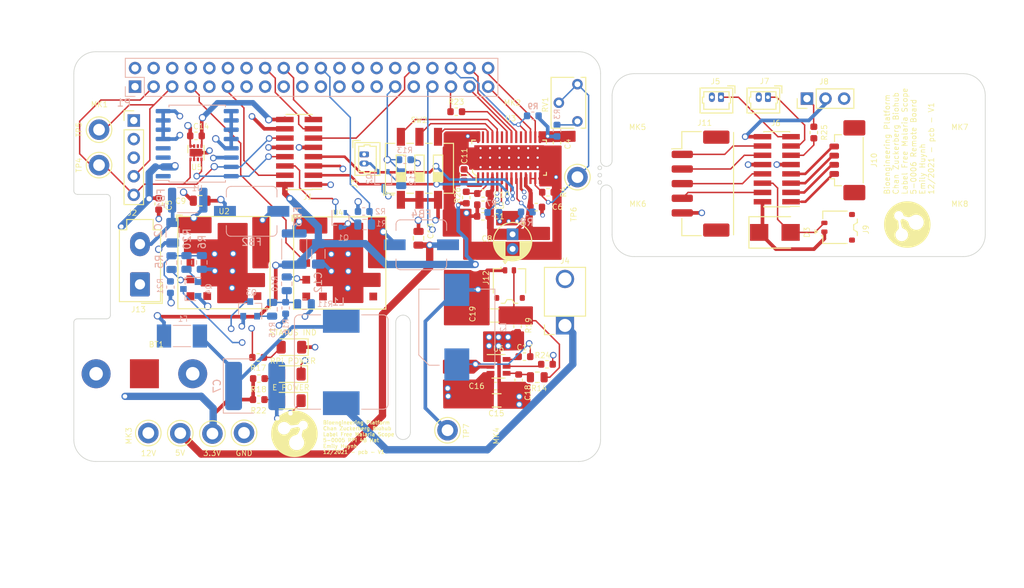
<source format=kicad_pcb>
(kicad_pcb (version 20171130) (host pcbnew "(5.1.10-1-10_14)")

  (general
    (thickness 1.6)
    (drawings 59)
    (tracks 730)
    (zones 0)
    (modules 101)
    (nets 119)
  )

  (page A3)
  (title_block
    (date "15 nov 2012")
  )

  (layers
    (0 F.Cu signal)
    (1 In1.Cu power)
    (2 In2.Cu power)
    (31 B.Cu signal)
    (32 B.Adhes user)
    (33 F.Adhes user)
    (34 B.Paste user)
    (35 F.Paste user)
    (36 B.SilkS user)
    (37 F.SilkS user)
    (38 B.Mask user)
    (39 F.Mask user)
    (40 Dwgs.User user)
    (41 Cmts.User user)
    (42 Eco1.User user)
    (43 Eco2.User user)
    (44 Edge.Cuts user)
    (45 Margin user)
    (46 B.CrtYd user)
    (47 F.CrtYd user)
  )

  (setup
    (last_trace_width 0.2)
    (trace_clearance 0.2)
    (zone_clearance 0.508)
    (zone_45_only no)
    (trace_min 0.1524)
    (via_size 0.9)
    (via_drill 0.6)
    (via_min_size 0.5)
    (via_min_drill 0.3)
    (user_via 0.6 0.4)
    (uvia_size 0.5)
    (uvia_drill 0.1)
    (uvias_allowed no)
    (uvia_min_size 0.5)
    (uvia_min_drill 0.1)
    (edge_width 0.1)
    (segment_width 0.1)
    (pcb_text_width 0.1)
    (pcb_text_size 0.75 0.75)
    (mod_edge_width 0.15)
    (mod_text_size 0.75 0.75)
    (mod_text_width 0.1)
    (pad_size 3.96 3.96)
    (pad_drill 0)
    (pad_to_mask_clearance 0.0508)
    (aux_axis_origin 200 150)
    (grid_origin 200 150)
    (visible_elements 7FFFFF7F)
    (pcbplotparams
      (layerselection 0x00030_80000001)
      (usegerberextensions true)
      (usegerberattributes false)
      (usegerberadvancedattributes false)
      (creategerberjobfile false)
      (excludeedgelayer true)
      (linewidth 0.150000)
      (plotframeref false)
      (viasonmask false)
      (mode 1)
      (useauxorigin false)
      (hpglpennumber 1)
      (hpglpenspeed 20)
      (hpglpendiameter 15.000000)
      (psnegative false)
      (psa4output false)
      (plotreference true)
      (plotvalue true)
      (plotinvisibletext false)
      (padsonsilk false)
      (subtractmaskfromsilk false)
      (outputformat 1)
      (mirror false)
      (drillshape 1)
      (scaleselection 1)
      (outputdirectory ""))
  )

  (net 0 "")
  (net 1 +3V3)
  (net 2 +5V)
  (net 3 GND)
  (net 4 "Net-(BT1-Pad1)")
  (net 5 +12V)
  (net 6 "Net-(C2-Pad1)")
  (net 7 +3.3VP)
  (net 8 "Net-(C7-Pad1)")
  (net 9 +5VP)
  (net 10 "Net-(C10-Pad1)")
  (net 11 "Net-(C11-Pad1)")
  (net 12 "Net-(C11-Pad2)")
  (net 13 "Net-(C17-Pad2)")
  (net 14 "Net-(C17-Pad1)")
  (net 15 "Net-(C18-Pad1)")
  (net 16 /Vled)
  (net 17 "Net-(C19-Pad2)")
  (net 18 "Net-(D1-Pad1)")
  (net 19 "Net-(D1-Pad2)")
  (net 20 "Net-(D2-Pad2)")
  (net 21 /VALVE)
  (net 22 "Net-(D4-Pad2)")
  (net 23 "Net-(D4-Pad1)")
  (net 24 "Net-(FB1-Pad1)")
  (net 25 "Net-(FB2-Pad2)")
  (net 26 "Net-(FB3-Pad1)")
  (net 27 "Net-(FB4-Pad2)")
  (net 28 /LS1)
  (net 29 /LS2)
  (net 30 /SERVO_PWM)
  (net 31 /S4)
  (net 32 /S3)
  (net 33 /S2)
  (net 34 /S1)
  (net 35 "Net-(J2-Pad2)")
  (net 36 /SCL)
  (net 37 /SDA)
  (net 38 /FAN)
  (net 39 +12VA)
  (net 40 "Net-(P1-Pad6)")
  (net 41 "Net-(P1-Pad8)")
  (net 42 "Net-(P1-Pad9)")
  (net 43 "Net-(P1-Pad10)")
  (net 44 /LED_IND)
  (net 45 "Net-(P1-Pad14)")
  (net 46 /DRV_SLEEP)
  (net 47 /DRV_RESET)
  (net 48 /DRV_FAULT)
  (net 49 /STEP)
  (net 50 /DIR)
  (net 51 "Net-(P1-Pad27)")
  (net 52 "Net-(P1-Pad28)")
  (net 53 /FAN_GPIO)
  (net 54 "Net-(P1-Pad30)")
  (net 55 "Net-(P1-Pad31)")
  (net 56 /LED_PWM)
  (net 57 "Net-(P1-Pad34)")
  (net 58 /PWR_GPIO)
  (net 59 /VALVE_GPIO)
  (net 60 "Net-(Q1-Pad2)")
  (net 61 "Net-(Q2-Pad2)")
  (net 62 "Net-(Q3-Pad1)")
  (net 63 "Net-(Q4-Pad1)")
  (net 64 "Net-(R3-Pad2)")
  (net 65 /DRV_Vref)
  (net 66 /PGood_Pi_3V3)
  (net 67 /PGood_Pi_5V)
  (net 68 "Net-(R7-Pad2)")
  (net 69 "Net-(R8-Pad2)")
  (net 70 /PGood_LED_5V)
  (net 71 /PGood_LED_3V3)
  (net 72 "Net-(SW2-Pad4)")
  (net 73 "Net-(SW2-Pad5)")
  (net 74 "Net-(SW2-Pad6)")
  (net 75 "Net-(U1-Pad1)")
  (net 76 "Net-(U1-Pad3)")
  (net 77 "Net-(U1-Pad4)")
  (net 78 "Net-(U2-PadC1)")
  (net 79 "Net-(U2-PadE1)")
  (net 80 "Net-(U2-PadE2)")
  (net 81 "Net-(U2-PadE5)")
  (net 82 "Net-(U3-Pad19)")
  (net 83 "Net-(U3-Pad23)")
  (net 84 "Net-(U3-Pad27)")
  (net 85 "Net-(U4-PadE5)")
  (net 86 "Net-(U4-PadE2)")
  (net 87 "Net-(U4-PadE1)")
  (net 88 "Net-(U5-Pad3)")
  (net 89 "Net-(U5-Pad6)")
  (net 90 "Net-(P1-Pad24)")
  (net 91 "Net-(P1-Pad26)")
  (net 92 "Net-(P1-Pad19)")
  (net 93 "Net-(P1-Pad21)")
  (net 94 /R_VALVE)
  (net 95 /R_LS1)
  (net 96 /R_S1)
  (net 97 /R_S2)
  (net 98 /R_S4)
  (net 99 /R_S3)
  (net 100 /R_SERVO_PWM)
  (net 101 /R_LS2)
  (net 102 "Net-(J8-Pad1)")
  (net 103 "Net-(R23-Pad1)")
  (net 104 "Net-(R24-Pad1)")
  (net 105 /DRV_EN)
  (net 106 "Net-(P1-Pad23)")
  (net 107 "Net-(P1-Pad25)")
  (net 108 /INT)
  (net 109 /R_SCL)
  (net 110 /R_SDA)
  (net 111 /R_INT)
  (net 112 "Net-(P1-Pad13)")
  (net 113 "Net-(P1-Pad15)")
  (net 114 +R_12V)
  (net 115 R_GND)
  (net 116 +R_3V3)
  (net 117 +R_5V)
  (net 118 +3.3VA)

  (net_class Default "This is the default net class."
    (clearance 0.2)
    (trace_width 0.2)
    (via_dia 0.9)
    (via_drill 0.6)
    (uvia_dia 0.5)
    (uvia_drill 0.1)
    (add_net +3.3VA)
    (add_net +R_12V)
    (add_net +R_3V3)
    (add_net +R_5V)
    (add_net /DIR)
    (add_net /DRV_EN)
    (add_net /DRV_FAULT)
    (add_net /DRV_RESET)
    (add_net /DRV_SLEEP)
    (add_net /DRV_Vref)
    (add_net /FAN_GPIO)
    (add_net /INT)
    (add_net /LED_IND)
    (add_net /LS1)
    (add_net /LS2)
    (add_net /PGood_LED_3V3)
    (add_net /PGood_LED_5V)
    (add_net /PGood_Pi_3V3)
    (add_net /PGood_Pi_5V)
    (add_net /PWR_GPIO)
    (add_net /R_INT)
    (add_net /R_LS1)
    (add_net /R_LS2)
    (add_net /R_SCL)
    (add_net /R_SDA)
    (add_net /R_SERVO_PWM)
    (add_net /R_VALVE)
    (add_net /STEP)
    (add_net /VALVE)
    (add_net /VALVE_GPIO)
    (add_net /Vled)
    (add_net "Net-(C10-Pad1)")
    (add_net "Net-(C11-Pad1)")
    (add_net "Net-(C11-Pad2)")
    (add_net "Net-(C17-Pad1)")
    (add_net "Net-(C17-Pad2)")
    (add_net "Net-(C18-Pad1)")
    (add_net "Net-(C19-Pad2)")
    (add_net "Net-(D1-Pad1)")
    (add_net "Net-(D1-Pad2)")
    (add_net "Net-(D2-Pad2)")
    (add_net "Net-(D4-Pad1)")
    (add_net "Net-(D4-Pad2)")
    (add_net "Net-(J2-Pad2)")
    (add_net "Net-(J8-Pad1)")
    (add_net "Net-(P1-Pad10)")
    (add_net "Net-(P1-Pad13)")
    (add_net "Net-(P1-Pad14)")
    (add_net "Net-(P1-Pad15)")
    (add_net "Net-(P1-Pad19)")
    (add_net "Net-(P1-Pad21)")
    (add_net "Net-(P1-Pad23)")
    (add_net "Net-(P1-Pad24)")
    (add_net "Net-(P1-Pad25)")
    (add_net "Net-(P1-Pad26)")
    (add_net "Net-(P1-Pad27)")
    (add_net "Net-(P1-Pad28)")
    (add_net "Net-(P1-Pad30)")
    (add_net "Net-(P1-Pad31)")
    (add_net "Net-(P1-Pad34)")
    (add_net "Net-(P1-Pad6)")
    (add_net "Net-(P1-Pad8)")
    (add_net "Net-(P1-Pad9)")
    (add_net "Net-(Q1-Pad2)")
    (add_net "Net-(Q2-Pad2)")
    (add_net "Net-(Q3-Pad1)")
    (add_net "Net-(Q4-Pad1)")
    (add_net "Net-(R23-Pad1)")
    (add_net "Net-(R24-Pad1)")
    (add_net "Net-(R3-Pad2)")
    (add_net "Net-(R7-Pad2)")
    (add_net "Net-(R8-Pad2)")
    (add_net "Net-(SW2-Pad4)")
    (add_net "Net-(SW2-Pad5)")
    (add_net "Net-(SW2-Pad6)")
    (add_net "Net-(U1-Pad1)")
    (add_net "Net-(U1-Pad3)")
    (add_net "Net-(U1-Pad4)")
    (add_net "Net-(U2-PadC1)")
    (add_net "Net-(U2-PadE1)")
    (add_net "Net-(U2-PadE2)")
    (add_net "Net-(U2-PadE5)")
    (add_net "Net-(U3-Pad19)")
    (add_net "Net-(U3-Pad23)")
    (add_net "Net-(U3-Pad27)")
    (add_net "Net-(U4-PadE1)")
    (add_net "Net-(U4-PadE2)")
    (add_net "Net-(U4-PadE5)")
    (add_net "Net-(U5-Pad3)")
    (add_net "Net-(U5-Pad6)")
    (add_net R_GND)
  )

  (net_class Comms ""
    (clearance 0.2)
    (trace_width 0.2)
    (via_dia 0.9)
    (via_drill 0.6)
    (uvia_dia 0.5)
    (uvia_drill 0.1)
    (add_net /LED_PWM)
    (add_net /SCL)
    (add_net /SDA)
    (add_net /SERVO_PWM)
  )

  (net_class Motors ""
    (clearance 0.2)
    (trace_width 0.35)
    (via_dia 0.9)
    (via_drill 0.6)
    (uvia_dia 0.5)
    (uvia_drill 0.1)
    (add_net /FAN)
    (add_net /R_S1)
    (add_net /R_S2)
    (add_net /R_S3)
    (add_net /R_S4)
    (add_net /S1)
    (add_net /S2)
    (add_net /S3)
    (add_net /S4)
  )

  (net_class Power ""
    (clearance 0.2)
    (trace_width 0.5)
    (via_dia 1)
    (via_drill 0.7)
    (uvia_dia 0.5)
    (uvia_drill 0.1)
    (add_net +12V)
    (add_net +12VA)
    (add_net +3.3VP)
    (add_net +3V3)
    (add_net +5V)
    (add_net +5VP)
    (add_net GND)
    (add_net "Net-(BT1-Pad1)")
    (add_net "Net-(C2-Pad1)")
    (add_net "Net-(C7-Pad1)")
    (add_net "Net-(FB1-Pad1)")
    (add_net "Net-(FB2-Pad2)")
    (add_net "Net-(FB3-Pad1)")
    (add_net "Net-(FB4-Pad2)")
  )

  (module ulc-mm:L_Bourns_SRP1245A (layer B.Cu) (tedit 61AA65D1) (tstamp 6193671D)
    (at 236.5506 136.411 90)
    (descr "Bourns SRP1245A series SMD inductor http://www.bourns.com/docs/Product-Datasheets/SRP1245A.pdf")
    (tags "Bourns SRP1245A SMD inductor")
    (path /660CDE75)
    (attr smd)
    (fp_text reference L1 (at 8.2296 -0.381 180) (layer B.SilkS)
      (effects (font (size 1 1) (thickness 0.15)) (justify mirror))
    )
    (fp_text value "22 uH" (at 0 -7.4 90) (layer B.Fab)
      (effects (font (size 1 1) (thickness 0.15)) (justify mirror))
    )
    (fp_arc (start 5.75 5.7) (end 6.55 5.7) (angle 90) (layer B.CrtYd) (width 0.05))
    (fp_arc (start 5.75 -5.7) (end 5.75 -6.5) (angle 90) (layer B.CrtYd) (width 0.05))
    (fp_arc (start -5.75 -5.7) (end -6.55 -5.7) (angle 90) (layer B.CrtYd) (width 0.05))
    (fp_arc (start -5.75 5.7) (end -5.75 6.5) (angle 90) (layer B.CrtYd) (width 0.05))
    (fp_arc (start 5.75 5.7) (end 6.45 5.7) (angle 90) (layer B.SilkS) (width 0.12))
    (fp_arc (start 5.75 -5.7) (end 5.75 -6.4) (angle 90) (layer B.SilkS) (width 0.12))
    (fp_arc (start -5.75 -5.7) (end -6.45 -5.7) (angle 90) (layer B.SilkS) (width 0.12))
    (fp_arc (start -5.75 5.7) (end -5.75 6.4) (angle 90) (layer B.SilkS) (width 0.12))
    (fp_arc (start -5.75 -5.7) (end -6.3 -5.7) (angle 90) (layer B.Fab) (width 0.1))
    (fp_arc (start 5.75 -5.7) (end 5.75 -6.25) (angle 90) (layer B.Fab) (width 0.1))
    (fp_arc (start 5.75 5.7) (end 6.3 5.7) (angle 90) (layer B.Fab) (width 0.1))
    (fp_arc (start -5.75 5.7) (end -5.75 6.25) (angle 90) (layer B.Fab) (width 0.1))
    (fp_text user %R (at 0 0 90) (layer B.Fab)
      (effects (font (size 1 1) (thickness 0.15)) (justify mirror))
    )
    (fp_line (start 6.45 -2.8) (end 6.45 -5.7) (layer B.SilkS) (width 0.12))
    (fp_line (start -6.45 -2.8) (end -6.45 -5.7) (layer B.SilkS) (width 0.12))
    (fp_line (start 5.75 -6.5) (end -5.75 -6.5) (layer B.CrtYd) (width 0.05))
    (fp_line (start -5.75 6.5) (end 5.75 6.5) (layer B.CrtYd) (width 0.05))
    (fp_line (start 6.45 5.7) (end 6.45 2.8) (layer B.SilkS) (width 0.12))
    (fp_line (start 5.75 -6.4) (end -5.75 -6.4) (layer B.SilkS) (width 0.12))
    (fp_line (start -6.45 5.75) (end -6.45 2.8) (layer B.SilkS) (width 0.12))
    (fp_line (start -5.75 6.4) (end 5.75 6.4) (layer B.SilkS) (width 0.12))
    (fp_line (start 6.3 5.7) (end 6.3 -5.7) (layer B.Fab) (width 0.1))
    (fp_line (start 5.75 -6.25) (end -5.75 -6.25) (layer B.Fab) (width 0.1))
    (fp_line (start -6.3 5.75) (end -6.3 -5.7) (layer B.Fab) (width 0.1))
    (fp_line (start -5.75 6.25) (end 5.75 6.25) (layer B.Fab) (width 0.1))
    (fp_line (start 7.35 -2.75) (end 6.55 -2.75) (layer B.CrtYd) (width 0.05))
    (fp_line (start 7.35 2.75) (end 6.55 2.75) (layer B.CrtYd) (width 0.05))
    (fp_line (start 7.35 2.75) (end 7.35 -2.75) (layer B.CrtYd) (width 0.05))
    (fp_line (start 6.55 5.7) (end 6.55 2.75) (layer B.CrtYd) (width 0.05))
    (fp_line (start 6.55 -2.75) (end 6.55 -5.7) (layer B.CrtYd) (width 0.05))
    (fp_line (start -7.35 -2.75) (end -7.35 2.75) (layer B.CrtYd) (width 0.05))
    (fp_line (start -7.35 -2.75) (end -6.55 -2.75) (layer B.CrtYd) (width 0.05))
    (fp_line (start -6.55 2.75) (end -6.55 5.7) (layer B.CrtYd) (width 0.05))
    (fp_line (start -6.55 -5.7) (end -6.55 -2.75) (layer B.CrtYd) (width 0.05))
    (fp_line (start -7.35 2.75) (end -6.55 2.75) (layer B.CrtYd) (width 0.05))
    (pad 1 smd rect (at -5.625 0 90) (size 3.25 5) (layers B.Cu B.Paste B.Mask)
      (net 39 +12VA))
    (pad 2 smd rect (at 5.625 0 90) (size 3.25 5) (layers B.Cu B.Paste B.Mask)
      (net 8 "Net-(C7-Pad1)"))
    (model ${KISYS3DMOD}/Inductor_SMD.3dshapes/L_Bourns_SRP1245A.wrl
      (at (xyz 0 0 0))
      (scale (xyz 1 1 1))
      (rotate (xyz 0 0 0))
    )
  )

  (module Logos:logos (layer F.Cu) (tedit 0) (tstamp 61A8E6C4)
    (at 313.919 117.615 90)
    (fp_text reference G*** (at 0 0 90) (layer F.SilkS) hide
      (effects (font (size 1.524 1.524) (thickness 0.3)))
    )
    (fp_text value LOGO (at 0.75 0 90) (layer F.SilkS) hide
      (effects (font (size 1.524 1.524) (thickness 0.3)))
    )
    (fp_poly (pts (xy 0.198493 -3.169161) (xy 0.372422 -3.154883) (xy 0.502477 -3.137344) (xy 0.728792 -3.092446)
      (xy 0.949391 -3.031904) (xy 1.163616 -2.956233) (xy 1.370806 -2.865949) (xy 1.570304 -2.761568)
      (xy 1.76145 -2.643606) (xy 1.943587 -2.512579) (xy 2.116055 -2.369003) (xy 2.278195 -2.213393)
      (xy 2.429349 -2.046265) (xy 2.568858 -1.868136) (xy 2.696064 -1.679521) (xy 2.810307 -1.480937)
      (xy 2.910929 -1.272898) (xy 2.925148 -1.240111) (xy 3.007115 -1.026849) (xy 3.072804 -0.80897)
      (xy 3.122224 -0.586436) (xy 3.155381 -0.359212) (xy 3.172282 -0.127264) (xy 3.174652 0)
      (xy 3.166395 0.233606) (xy 3.141772 0.463523) (xy 3.101001 0.689169) (xy 3.044301 0.909962)
      (xy 2.971893 1.125321) (xy 2.883995 1.334665) (xy 2.780826 1.537413) (xy 2.662607 1.732984)
      (xy 2.529556 1.920795) (xy 2.382364 2.099733) (xy 2.220893 2.269882) (xy 2.049724 2.426255)
      (xy 1.86933 2.568613) (xy 1.680184 2.696718) (xy 1.48276 2.810333) (xy 1.277529 2.90922)
      (xy 1.064964 2.99314) (xy 0.845539 3.061857) (xy 0.619726 3.115132) (xy 0.387998 3.152727)
      (xy 0.262466 3.166256) (xy 0.20598 3.169962) (xy 0.136826 3.172401) (xy 0.059218 3.173603)
      (xy -0.022627 3.173595) (xy -0.104494 3.172408) (xy -0.182168 3.170069) (xy -0.251434 3.166608)
      (xy -0.3048 3.162387) (xy -0.535427 3.13094) (xy -0.760807 3.083697) (xy -0.980305 3.021125)
      (xy -1.193281 2.943694) (xy -1.399096 2.85187) (xy -1.597113 2.746124) (xy -1.786693 2.626922)
      (xy -1.967198 2.494734) (xy -2.137989 2.350027) (xy -2.298428 2.19327) (xy -2.447877 2.024931)
      (xy -2.585697 1.845479) (xy -2.71125 1.655381) (xy -2.823898 1.455107) (xy -2.923002 1.245123)
      (xy -2.925149 1.24011) (xy -3.007116 1.026848) (xy -3.072805 0.808969) (xy -3.122225 0.586435)
      (xy -3.155382 0.359211) (xy -3.172283 0.127263) (xy -3.174653 0) (xy -3.166529 -0.234516)
      (xy -3.142154 -0.464287) (xy -3.101519 -0.68935) (xy -3.083855 -0.757767) (xy -2.280098 -0.757767)
      (xy -2.279704 -0.704093) (xy -2.278187 -0.662537) (xy -2.275044 -0.628295) (xy -2.269773 -0.596564)
      (xy -2.261873 -0.562539) (xy -2.258232 -0.548591) (xy -2.218931 -0.432288) (xy -2.16574 -0.324619)
      (xy -2.099697 -0.226541) (xy -2.021838 -0.139012) (xy -1.933199 -0.062989) (xy -1.834817 0.000568)
      (xy -1.727729 0.050703) (xy -1.612971 0.086456) (xy -1.558875 0.097639) (xy -1.44441 0.109358)
      (xy -1.32979 0.105171) (xy -1.216833 0.08584) (xy -1.107352 0.052128) (xy -1.003166 0.004798)
      (xy -0.90609 -0.055389) (xy -0.81794 -0.127668) (xy -0.740533 -0.211277) (xy -0.7033 -0.261662)
      (xy -0.679945 -0.298945) (xy -0.654795 -0.34376) (xy -0.630478 -0.390962) (xy -0.609618 -0.435408)
      (xy -0.594841 -0.471955) (xy -0.592686 -0.478367) (xy -0.563565 -0.547083) (xy -0.522832 -0.6105)
      (xy -0.473084 -0.665755) (xy -0.416922 -0.709987) (xy -0.356944 -0.740335) (xy -0.353673 -0.741514)
      (xy -0.337997 -0.746048) (xy -0.307688 -0.753891) (xy -0.264623 -0.76459) (xy -0.210678 -0.777691)
      (xy -0.14773 -0.792742) (xy -0.077655 -0.809289) (xy -0.002331 -0.826879) (xy 0.050704 -0.839153)
      (xy 0.140516 -0.859784) (xy 0.215498 -0.876798) (xy 0.277288 -0.890506) (xy 0.327527 -0.901223)
      (xy 0.367853 -0.909261) (xy 0.399908 -0.914935) (xy 0.425329 -0.918557) (xy 0.445758 -0.92044)
      (xy 0.462833 -0.920899) (xy 0.475922 -0.920403) (xy 0.54097 -0.908907) (xy 0.598924 -0.882824)
      (xy 0.651538 -0.841268) (xy 0.669049 -0.822867) (xy 0.710224 -0.771175) (xy 0.737623 -0.722581)
      (xy 0.752914 -0.673235) (xy 0.757764 -0.619289) (xy 0.757766 -0.618067) (xy 0.757766 -0.554567)
      (xy 0.652875 -0.338667) (xy 0.616023 -0.263242) (xy 0.585134 -0.201224) (xy 0.559056 -0.150656)
      (xy 0.536635 -0.109579) (xy 0.516717 -0.076037) (xy 0.49815 -0.048072) (xy 0.47978 -0.023726)
      (xy 0.460453 -0.00104) (xy 0.442699 0.018098) (xy 0.373824 0.079754) (xy 0.295904 0.129214)
      (xy 0.207267 0.167366) (xy 0.112232 0.193812) (xy -0.020213 0.230678) (xy -0.143969 0.281286)
      (xy -0.258233 0.345034) (xy -0.362199 0.421324) (xy -0.455061 0.509554) (xy -0.536015 0.609125)
      (xy -0.604255 0.719437) (xy -0.611408 0.733089) (xy -0.666359 0.856962) (xy -0.705135 0.982294)
      (xy -0.728092 1.107958) (xy -0.735581 1.232827) (xy -0.727957 1.355774) (xy -0.705574 1.475673)
      (xy -0.668786 1.591397) (xy -0.617945 1.701818) (xy -0.553406 1.80581) (xy -0.475522 1.902246)
      (xy -0.384648 1.99) (xy -0.281137 2.067944) (xy -0.172511 2.131321) (xy -0.067773 2.179427)
      (xy 0.034086 2.214549) (xy 0.138551 2.238423) (xy 0.190499 2.246303) (xy 0.234362 2.249743)
      (xy 0.288906 2.250693) (xy 0.348086 2.249299) (xy 0.405855 2.245708) (xy 0.456167 2.240062)
      (xy 0.457235 2.239902) (xy 0.58709 2.212115) (xy 0.709783 2.168983) (xy 0.825311 2.110508)
      (xy 0.933673 2.036692) (xy 1.034864 1.947536) (xy 1.03824 1.944173) (xy 1.126154 1.844847)
      (xy 1.1994 1.738136) (xy 1.257864 1.625312) (xy 1.30143 1.507645) (xy 1.329986 1.386408)
      (xy 1.343417 1.26287) (xy 1.341608 1.138303) (xy 1.324446 1.013978) (xy 1.291815 0.891166)
      (xy 1.243603 0.771139) (xy 1.179694 0.655167) (xy 1.157181 0.620973) (xy 1.095911 0.519738)
      (xy 1.051305 0.418963) (xy 1.023138 0.317835) (xy 1.011189 0.215537) (xy 1.015234 0.111257)
      (xy 1.01601 0.104678) (xy 1.020845 0.075802) (xy 1.029494 0.034781) (xy 1.041218 -0.015621)
      (xy 1.055275 -0.072639) (xy 1.070924 -0.133511) (xy 1.087426 -0.195471) (xy 1.104039 -0.255756)
      (xy 1.120024 -0.311602) (xy 1.134638 -0.360245) (xy 1.147143 -0.398921) (xy 1.156796 -0.424865)
      (xy 1.159426 -0.430547) (xy 1.185755 -0.470293) (xy 1.220457 -0.501232) (xy 1.266094 -0.525019)
      (xy 1.325227 -0.543309) (xy 1.338749 -0.54642) (xy 1.37324 -0.556158) (xy 1.41628 -0.57144)
      (xy 1.461459 -0.589873) (xy 1.489795 -0.602824) (xy 1.530142 -0.623043) (xy 1.561796 -0.641417)
      (xy 1.589708 -0.661529) (xy 1.618828 -0.68696) (xy 1.654105 -0.721292) (xy 1.655617 -0.722803)
      (xy 1.691509 -0.759795) (xy 1.718197 -0.790589) (xy 1.739288 -0.820058) (xy 1.75839 -0.853079)
      (xy 1.772321 -0.880534) (xy 1.802122 -0.946696) (xy 1.822611 -1.006518) (xy 1.835578 -1.066444)
      (xy 1.842815 -1.132918) (xy 1.842926 -1.134534) (xy 1.841799 -1.219405) (xy 1.828184 -1.307464)
      (xy 1.8037 -1.390289) (xy 1.767158 -1.465989) (xy 1.716391 -1.539643) (xy 1.654098 -1.608584)
      (xy 1.582976 -1.670143) (xy 1.505723 -1.721654) (xy 1.432202 -1.757615) (xy 1.37141 -1.779922)
      (xy 1.317257 -1.793983) (xy 1.262868 -1.800977) (xy 1.201365 -1.802081) (xy 1.177085 -1.801301)
      (xy 1.083201 -1.792059) (xy 0.999113 -1.771734) (xy 0.921872 -1.739) (xy 0.84853 -1.692536)
      (xy 0.776138 -1.631017) (xy 0.757766 -1.613053) (xy 0.717927 -1.57135) (xy 0.687715 -1.53495)
      (xy 0.66331 -1.49886) (xy 0.644299 -1.464734) (xy 0.605422 -1.397057) (xy 0.565556 -1.343811)
      (xy 0.52224 -1.302558) (xy 0.473015 -1.27086) (xy 0.428797 -1.251147) (xy 0.411222 -1.24684)
      (xy 0.378905 -1.241286) (xy 0.333975 -1.234716) (xy 0.278557 -1.22736) (xy 0.214781 -1.219445)
      (xy 0.144772 -1.211203) (xy 0.070659 -1.202862) (xy -0.005431 -1.194653) (xy -0.081371 -1.186804)
      (xy -0.155033 -1.179545) (xy -0.22429 -1.173107) (xy -0.287015 -1.167717) (xy -0.34108 -1.163607)
      (xy -0.384358 -1.161005) (xy -0.41465 -1.160141) (xy -0.473849 -1.162709) (xy -0.525919 -1.17095)
      (xy -0.573713 -1.186285) (xy -0.620082 -1.210139) (xy -0.667877 -1.243934) (xy -0.719952 -1.289094)
      (xy -0.769392 -1.337157) (xy -0.839261 -1.404271) (xy -0.904037 -1.458937) (xy -0.967174 -1.503321)
      (xy -1.032122 -1.539595) (xy -1.102336 -1.569927) (xy -1.181268 -1.596486) (xy -1.182929 -1.596985)
      (xy -1.244326 -1.611) (xy -1.316428 -1.620444) (xy -1.39357 -1.625084) (xy -1.470087 -1.624683)
      (xy -1.540314 -1.619009) (xy -1.575701 -1.613255) (xy -1.694185 -1.580931) (xy -1.805279 -1.533535)
      (xy -1.908224 -1.47146) (xy -2.002265 -1.395094) (xy -2.006856 -1.390779) (xy -2.090824 -1.300096)
      (xy -2.160273 -1.200722) (xy -2.215292 -1.092504) (xy -2.255972 -0.97529) (xy -2.258232 -0.966943)
      (xy -2.267218 -0.930882) (xy -2.273391 -0.89887) (xy -2.277253 -0.866102) (xy -2.279306 -0.827775)
      (xy -2.280053 -0.779085) (xy -2.280098 -0.757767) (xy -3.083855 -0.757767) (xy -3.044618 -0.909739)
      (xy -2.971444 -1.125491) (xy -2.925149 -1.240111) (xy -2.826679 -1.449557) (xy -2.714487 -1.649629)
      (xy -2.589231 -1.83981) (xy -2.451571 -2.019585) (xy -2.302164 -2.188437) (xy -2.14167 -2.345851)
      (xy -1.970747 -2.491311) (xy -1.790053 -2.6243) (xy -1.600249 -2.744304) (xy -1.401992 -2.850806)
      (xy -1.195942 -2.943291) (xy -0.982756 -3.021242) (xy -0.763094 -3.084144) (xy -0.537615 -3.13148)
      (xy -0.502478 -3.137344) (xy -0.336404 -3.158638) (xy -0.160898 -3.171039) (xy 0.01906 -3.174547)
      (xy 0.198493 -3.169161)) (layer F.SilkS) (width 0.01))
  )

  (module Logos:logos (layer F.Cu) (tedit 0) (tstamp 61A8E633)
    (at 230.1498 146.2154)
    (fp_text reference G*** (at 0 0) (layer F.SilkS) hide
      (effects (font (size 1.524 1.524) (thickness 0.3)))
    )
    (fp_text value LOGO (at 0.75 0) (layer F.SilkS) hide
      (effects (font (size 1.524 1.524) (thickness 0.3)))
    )
    (fp_poly (pts (xy 0.198493 -3.169161) (xy 0.372422 -3.154883) (xy 0.502477 -3.137344) (xy 0.728792 -3.092446)
      (xy 0.949391 -3.031904) (xy 1.163616 -2.956233) (xy 1.370806 -2.865949) (xy 1.570304 -2.761568)
      (xy 1.76145 -2.643606) (xy 1.943587 -2.512579) (xy 2.116055 -2.369003) (xy 2.278195 -2.213393)
      (xy 2.429349 -2.046265) (xy 2.568858 -1.868136) (xy 2.696064 -1.679521) (xy 2.810307 -1.480937)
      (xy 2.910929 -1.272898) (xy 2.925148 -1.240111) (xy 3.007115 -1.026849) (xy 3.072804 -0.80897)
      (xy 3.122224 -0.586436) (xy 3.155381 -0.359212) (xy 3.172282 -0.127264) (xy 3.174652 0)
      (xy 3.166395 0.233606) (xy 3.141772 0.463523) (xy 3.101001 0.689169) (xy 3.044301 0.909962)
      (xy 2.971893 1.125321) (xy 2.883995 1.334665) (xy 2.780826 1.537413) (xy 2.662607 1.732984)
      (xy 2.529556 1.920795) (xy 2.382364 2.099733) (xy 2.220893 2.269882) (xy 2.049724 2.426255)
      (xy 1.86933 2.568613) (xy 1.680184 2.696718) (xy 1.48276 2.810333) (xy 1.277529 2.90922)
      (xy 1.064964 2.99314) (xy 0.845539 3.061857) (xy 0.619726 3.115132) (xy 0.387998 3.152727)
      (xy 0.262466 3.166256) (xy 0.20598 3.169962) (xy 0.136826 3.172401) (xy 0.059218 3.173603)
      (xy -0.022627 3.173595) (xy -0.104494 3.172408) (xy -0.182168 3.170069) (xy -0.251434 3.166608)
      (xy -0.3048 3.162387) (xy -0.535427 3.13094) (xy -0.760807 3.083697) (xy -0.980305 3.021125)
      (xy -1.193281 2.943694) (xy -1.399096 2.85187) (xy -1.597113 2.746124) (xy -1.786693 2.626922)
      (xy -1.967198 2.494734) (xy -2.137989 2.350027) (xy -2.298428 2.19327) (xy -2.447877 2.024931)
      (xy -2.585697 1.845479) (xy -2.71125 1.655381) (xy -2.823898 1.455107) (xy -2.923002 1.245123)
      (xy -2.925149 1.24011) (xy -3.007116 1.026848) (xy -3.072805 0.808969) (xy -3.122225 0.586435)
      (xy -3.155382 0.359211) (xy -3.172283 0.127263) (xy -3.174653 0) (xy -3.166529 -0.234516)
      (xy -3.142154 -0.464287) (xy -3.101519 -0.68935) (xy -3.083855 -0.757767) (xy -2.280098 -0.757767)
      (xy -2.279704 -0.704093) (xy -2.278187 -0.662537) (xy -2.275044 -0.628295) (xy -2.269773 -0.596564)
      (xy -2.261873 -0.562539) (xy -2.258232 -0.548591) (xy -2.218931 -0.432288) (xy -2.16574 -0.324619)
      (xy -2.099697 -0.226541) (xy -2.021838 -0.139012) (xy -1.933199 -0.062989) (xy -1.834817 0.000568)
      (xy -1.727729 0.050703) (xy -1.612971 0.086456) (xy -1.558875 0.097639) (xy -1.44441 0.109358)
      (xy -1.32979 0.105171) (xy -1.216833 0.08584) (xy -1.107352 0.052128) (xy -1.003166 0.004798)
      (xy -0.90609 -0.055389) (xy -0.81794 -0.127668) (xy -0.740533 -0.211277) (xy -0.7033 -0.261662)
      (xy -0.679945 -0.298945) (xy -0.654795 -0.34376) (xy -0.630478 -0.390962) (xy -0.609618 -0.435408)
      (xy -0.594841 -0.471955) (xy -0.592686 -0.478367) (xy -0.563565 -0.547083) (xy -0.522832 -0.6105)
      (xy -0.473084 -0.665755) (xy -0.416922 -0.709987) (xy -0.356944 -0.740335) (xy -0.353673 -0.741514)
      (xy -0.337997 -0.746048) (xy -0.307688 -0.753891) (xy -0.264623 -0.76459) (xy -0.210678 -0.777691)
      (xy -0.14773 -0.792742) (xy -0.077655 -0.809289) (xy -0.002331 -0.826879) (xy 0.050704 -0.839153)
      (xy 0.140516 -0.859784) (xy 0.215498 -0.876798) (xy 0.277288 -0.890506) (xy 0.327527 -0.901223)
      (xy 0.367853 -0.909261) (xy 0.399908 -0.914935) (xy 0.425329 -0.918557) (xy 0.445758 -0.92044)
      (xy 0.462833 -0.920899) (xy 0.475922 -0.920403) (xy 0.54097 -0.908907) (xy 0.598924 -0.882824)
      (xy 0.651538 -0.841268) (xy 0.669049 -0.822867) (xy 0.710224 -0.771175) (xy 0.737623 -0.722581)
      (xy 0.752914 -0.673235) (xy 0.757764 -0.619289) (xy 0.757766 -0.618067) (xy 0.757766 -0.554567)
      (xy 0.652875 -0.338667) (xy 0.616023 -0.263242) (xy 0.585134 -0.201224) (xy 0.559056 -0.150656)
      (xy 0.536635 -0.109579) (xy 0.516717 -0.076037) (xy 0.49815 -0.048072) (xy 0.47978 -0.023726)
      (xy 0.460453 -0.00104) (xy 0.442699 0.018098) (xy 0.373824 0.079754) (xy 0.295904 0.129214)
      (xy 0.207267 0.167366) (xy 0.112232 0.193812) (xy -0.020213 0.230678) (xy -0.143969 0.281286)
      (xy -0.258233 0.345034) (xy -0.362199 0.421324) (xy -0.455061 0.509554) (xy -0.536015 0.609125)
      (xy -0.604255 0.719437) (xy -0.611408 0.733089) (xy -0.666359 0.856962) (xy -0.705135 0.982294)
      (xy -0.728092 1.107958) (xy -0.735581 1.232827) (xy -0.727957 1.355774) (xy -0.705574 1.475673)
      (xy -0.668786 1.591397) (xy -0.617945 1.701818) (xy -0.553406 1.80581) (xy -0.475522 1.902246)
      (xy -0.384648 1.99) (xy -0.281137 2.067944) (xy -0.172511 2.131321) (xy -0.067773 2.179427)
      (xy 0.034086 2.214549) (xy 0.138551 2.238423) (xy 0.190499 2.246303) (xy 0.234362 2.249743)
      (xy 0.288906 2.250693) (xy 0.348086 2.249299) (xy 0.405855 2.245708) (xy 0.456167 2.240062)
      (xy 0.457235 2.239902) (xy 0.58709 2.212115) (xy 0.709783 2.168983) (xy 0.825311 2.110508)
      (xy 0.933673 2.036692) (xy 1.034864 1.947536) (xy 1.03824 1.944173) (xy 1.126154 1.844847)
      (xy 1.1994 1.738136) (xy 1.257864 1.625312) (xy 1.30143 1.507645) (xy 1.329986 1.386408)
      (xy 1.343417 1.26287) (xy 1.341608 1.138303) (xy 1.324446 1.013978) (xy 1.291815 0.891166)
      (xy 1.243603 0.771139) (xy 1.179694 0.655167) (xy 1.157181 0.620973) (xy 1.095911 0.519738)
      (xy 1.051305 0.418963) (xy 1.023138 0.317835) (xy 1.011189 0.215537) (xy 1.015234 0.111257)
      (xy 1.01601 0.104678) (xy 1.020845 0.075802) (xy 1.029494 0.034781) (xy 1.041218 -0.015621)
      (xy 1.055275 -0.072639) (xy 1.070924 -0.133511) (xy 1.087426 -0.195471) (xy 1.104039 -0.255756)
      (xy 1.120024 -0.311602) (xy 1.134638 -0.360245) (xy 1.147143 -0.398921) (xy 1.156796 -0.424865)
      (xy 1.159426 -0.430547) (xy 1.185755 -0.470293) (xy 1.220457 -0.501232) (xy 1.266094 -0.525019)
      (xy 1.325227 -0.543309) (xy 1.338749 -0.54642) (xy 1.37324 -0.556158) (xy 1.41628 -0.57144)
      (xy 1.461459 -0.589873) (xy 1.489795 -0.602824) (xy 1.530142 -0.623043) (xy 1.561796 -0.641417)
      (xy 1.589708 -0.661529) (xy 1.618828 -0.68696) (xy 1.654105 -0.721292) (xy 1.655617 -0.722803)
      (xy 1.691509 -0.759795) (xy 1.718197 -0.790589) (xy 1.739288 -0.820058) (xy 1.75839 -0.853079)
      (xy 1.772321 -0.880534) (xy 1.802122 -0.946696) (xy 1.822611 -1.006518) (xy 1.835578 -1.066444)
      (xy 1.842815 -1.132918) (xy 1.842926 -1.134534) (xy 1.841799 -1.219405) (xy 1.828184 -1.307464)
      (xy 1.8037 -1.390289) (xy 1.767158 -1.465989) (xy 1.716391 -1.539643) (xy 1.654098 -1.608584)
      (xy 1.582976 -1.670143) (xy 1.505723 -1.721654) (xy 1.432202 -1.757615) (xy 1.37141 -1.779922)
      (xy 1.317257 -1.793983) (xy 1.262868 -1.800977) (xy 1.201365 -1.802081) (xy 1.177085 -1.801301)
      (xy 1.083201 -1.792059) (xy 0.999113 -1.771734) (xy 0.921872 -1.739) (xy 0.84853 -1.692536)
      (xy 0.776138 -1.631017) (xy 0.757766 -1.613053) (xy 0.717927 -1.57135) (xy 0.687715 -1.53495)
      (xy 0.66331 -1.49886) (xy 0.644299 -1.464734) (xy 0.605422 -1.397057) (xy 0.565556 -1.343811)
      (xy 0.52224 -1.302558) (xy 0.473015 -1.27086) (xy 0.428797 -1.251147) (xy 0.411222 -1.24684)
      (xy 0.378905 -1.241286) (xy 0.333975 -1.234716) (xy 0.278557 -1.22736) (xy 0.214781 -1.219445)
      (xy 0.144772 -1.211203) (xy 0.070659 -1.202862) (xy -0.005431 -1.194653) (xy -0.081371 -1.186804)
      (xy -0.155033 -1.179545) (xy -0.22429 -1.173107) (xy -0.287015 -1.167717) (xy -0.34108 -1.163607)
      (xy -0.384358 -1.161005) (xy -0.41465 -1.160141) (xy -0.473849 -1.162709) (xy -0.525919 -1.17095)
      (xy -0.573713 -1.186285) (xy -0.620082 -1.210139) (xy -0.667877 -1.243934) (xy -0.719952 -1.289094)
      (xy -0.769392 -1.337157) (xy -0.839261 -1.404271) (xy -0.904037 -1.458937) (xy -0.967174 -1.503321)
      (xy -1.032122 -1.539595) (xy -1.102336 -1.569927) (xy -1.181268 -1.596486) (xy -1.182929 -1.596985)
      (xy -1.244326 -1.611) (xy -1.316428 -1.620444) (xy -1.39357 -1.625084) (xy -1.470087 -1.624683)
      (xy -1.540314 -1.619009) (xy -1.575701 -1.613255) (xy -1.694185 -1.580931) (xy -1.805279 -1.533535)
      (xy -1.908224 -1.47146) (xy -2.002265 -1.395094) (xy -2.006856 -1.390779) (xy -2.090824 -1.300096)
      (xy -2.160273 -1.200722) (xy -2.215292 -1.092504) (xy -2.255972 -0.97529) (xy -2.258232 -0.966943)
      (xy -2.267218 -0.930882) (xy -2.273391 -0.89887) (xy -2.277253 -0.866102) (xy -2.279306 -0.827775)
      (xy -2.280053 -0.779085) (xy -2.280098 -0.757767) (xy -3.083855 -0.757767) (xy -3.044618 -0.909739)
      (xy -2.971444 -1.125491) (xy -2.925149 -1.240111) (xy -2.826679 -1.449557) (xy -2.714487 -1.649629)
      (xy -2.589231 -1.83981) (xy -2.451571 -2.019585) (xy -2.302164 -2.188437) (xy -2.14167 -2.345851)
      (xy -1.970747 -2.491311) (xy -1.790053 -2.6243) (xy -1.600249 -2.744304) (xy -1.401992 -2.850806)
      (xy -1.195942 -2.943291) (xy -0.982756 -3.021242) (xy -0.763094 -3.084144) (xy -0.537615 -3.13148)
      (xy -0.502478 -3.137344) (xy -0.336404 -3.158638) (xy -0.160898 -3.171039) (xy 0.01906 -3.174547)
      (xy 0.198493 -3.169161)) (layer F.SilkS) (width 0.01))
  )

  (module ulc-mm:PinSocket_1x02_P2.54mm_Vertical (layer F.Cu) (tedit 6193770F) (tstamp 61786EA1)
    (at 267.1322 131.4072 180)
    (descr "Through hole straight socket strip, 1x02, 2.54mm pitch, single row (from Kicad 4.0.7), script generated")
    (tags "Through hole socket strip THT 1x02 2.54mm single row")
    (path /619B4C9A)
    (fp_text reference J4 (at 0 8.8138 180) (layer F.SilkS)
      (effects (font (size 0.75 0.75) (thickness 0.1)))
    )
    (fp_text value 12V_WALL (at -0.0254 9.7536) (layer F.Fab)
      (effects (font (size 1 1) (thickness 0.15)))
    )
    (fp_line (start -3.81 8.2042) (end -3.81 -1.8) (layer F.CrtYd) (width 0.05))
    (fp_line (start 3.81 8.2042) (end -3.81 8.2042) (layer F.CrtYd) (width 0.05))
    (fp_line (start 3.81 -1.8) (end 3.81 8.2042) (layer F.CrtYd) (width 0.05))
    (fp_line (start -3.81 -1.8) (end 3.81 -1.8) (layer F.CrtYd) (width 0.05))
    (fp_line (start 1.4767 -1.2573) (end 2.8067 -1.2573) (layer F.SilkS) (width 0.15))
    (fp_line (start 2.8067 -1.2573) (end 2.8067 0.0727) (layer F.SilkS) (width 0.15))
    (fp_line (start 2.81 1.27) (end 2.81 7.934) (layer F.SilkS) (width 0.15))
    (fp_line (start -2.81 7.9375) (end 2.81 7.934) (layer F.SilkS) (width 0.15))
    (fp_line (start -2.81 1.27) (end -2.81 7.9375) (layer F.SilkS) (width 0.15))
    (fp_line (start -2.81 1.27) (end 2.81 1.27) (layer F.SilkS) (width 0.15))
    (fp_line (start -2.81 7.874) (end -2.81 -1.2573) (layer F.Fab) (width 0.1))
    (fp_line (start -2.81 7.874) (end 2.81 7.874) (layer F.Fab) (width 0.1))
    (fp_line (start 2.81 -1.27) (end 2.81 7.874) (layer F.Fab) (width 0.1))
    (fp_line (start 0.635 -1.27) (end 1.27 -0.635) (layer F.Fab) (width 0.1))
    (fp_line (start -2.81 -1.2573) (end 2.81 -1.27) (layer F.Fab) (width 0.1))
    (fp_text user %R (at 0.0762 2.3622 90) (layer F.Fab)
      (effects (font (size 1 1) (thickness 0.15)))
    )
    (pad 1 thru_hole rect (at 0 0 180) (size 2.48 2.48) (drill 1.78) (layers *.Cu *.Mask)
      (net 39 +12VA))
    (pad 2 thru_hole oval (at 0 6.35 180) (size 2.5 2.5) (drill 1.78) (layers *.Cu *.Mask)
      (net 3 GND))
    (model ${KISYS3DMOD}/Connector_Molex.3dshapes/010844020.stp
      (offset (xyz 0 -3.25 7))
      (scale (xyz 1 1 1))
      (rotate (xyz -90 0 90))
    )
  )

  (module ulc-mm:CP_EIA-3216-10_Kemet-I (layer B.Cu) (tedit 61930D00) (tstamp 61936C16)
    (at 224.7904 139.6876)
    (descr "Tantalum Capacitor SMD Kemet-I (3216-10 Metric), IPC_7351 nominal, (Body size from: http://www.kemet.com/Lists/ProductCatalog/Attachments/253/KEM_TC101_STD.pdf), generated with kicad-footprint-generator")
    (tags "capacitor tantalum")
    (path /6714B8CC)
    (attr smd)
    (fp_text reference C7 (at -5.207 0 270) (layer B.SilkS)
      (effects (font (size 1 1) (thickness 0.15)) (justify mirror))
    )
    (fp_text value 150uF (at 0.1524 -4.4958) (layer B.Fab)
      (effects (font (size 1 1) (thickness 0.15)) (justify mirror))
    )
    (fp_line (start 4.572 -3.6957) (end -4.3688 -3.6957) (layer B.CrtYd) (width 0.05))
    (fp_line (start -4.3688 3.7084) (end 4.572 3.7084) (layer B.CrtYd) (width 0.05))
    (fp_line (start -4.3688 -3.6957) (end -4.3688 3.7084) (layer B.CrtYd) (width 0.05))
    (fp_line (start -4.3561 -3.7115) (end -0.4461 -3.7115) (layer B.SilkS) (width 0.12))
    (fp_line (start -4.3561 3.7084) (end -4.3561 -3.7115) (layer B.SilkS) (width 0.12))
    (fp_line (start -0.2175 3.7084) (end -4.3561 3.7084) (layer B.SilkS) (width 0.12))
    (fp_line (start 4.07 -3.2766) (end 4.07 3.2766) (layer B.Fab) (width 0.1))
    (fp_line (start -4.1021 -3.2766) (end 4.07 -3.2766) (layer B.Fab) (width 0.1))
    (fp_line (start -4.1021 0.9779) (end -4.1021 -3.2766) (layer B.Fab) (width 0.1))
    (fp_line (start -2.7813 3.2766) (end -4.1021 0.9779) (layer B.Fab) (width 0.1))
    (fp_line (start 4.07 3.2766) (end -2.7813 3.2766) (layer B.Fab) (width 0.1))
    (fp_line (start 4.572 3.7084) (end 4.572 -3.6957) (layer B.CrtYd) (width 0.05))
    (fp_text user %R (at 0 0) (layer B.Fab)
      (effects (font (size 0.8 0.8) (thickness 0.12)) (justify mirror))
    )
    (pad 1 smd roundrect (at -2.95 0) (size 2.3 6.6) (layers B.Cu B.Paste B.Mask) (roundrect_rratio 0.185)
      (net 8 "Net-(C7-Pad1)"))
    (pad 2 smd roundrect (at 2.95 0) (size 2.3 6.6) (layers B.Cu B.Paste B.Mask) (roundrect_rratio 0.185)
      (net 3 GND))
    (model ${KISYS3DMOD}/Capacitor_Tantalum_SMD.3dshapes/CP_EIA-3216-10_Kemet-I.wrl
      (at (xyz 0 0 0))
      (scale (xyz 1 1 1))
      (rotate (xyz 0 0 0))
    )
  )

  (module Connector_Molex:Molex_Mini-Fit_Jr_5566-02A_2x01_P4.20mm_Vertical (layer F.Cu) (tedit 5B781992) (tstamp 61786E0A)
    (at 209.0424 125.7938 180)
    (descr "Molex Mini-Fit Jr. Power Connectors, old mpn/engineering number: 5566-02A, example for new mpn: 39-28-x02x, 1 Pins per row, Mounting:  (http://www.molex.com/pdm_docs/sd/039281043_sd.pdf), generated with kicad-footprint-generator")
    (tags "connector Molex Mini-Fit_Jr side entry")
    (path /6167D773)
    (fp_text reference J13 (at 0.2032 -3.429 180) (layer F.SilkS)
      (effects (font (size 0.75 0.75) (thickness 0.1)))
    )
    (fp_text value 12V_SWITCH (at 2.1 9.95) (layer F.Fab)
      (effects (font (size 1 1) (thickness 0.15)))
    )
    (fp_line (start -2.7 -2.25) (end -2.7 7.35) (layer F.Fab) (width 0.1))
    (fp_line (start -2.7 7.35) (end 2.7 7.35) (layer F.Fab) (width 0.1))
    (fp_line (start 2.7 7.35) (end 2.7 -2.25) (layer F.Fab) (width 0.1))
    (fp_line (start 2.7 -2.25) (end -2.7 -2.25) (layer F.Fab) (width 0.1))
    (fp_line (start -1.7 7.35) (end -1.7 8.75) (layer F.Fab) (width 0.1))
    (fp_line (start -1.7 8.75) (end 1.7 8.75) (layer F.Fab) (width 0.1))
    (fp_line (start 1.7 8.75) (end 1.7 7.35) (layer F.Fab) (width 0.1))
    (fp_line (start -1.65 -1) (end -1.65 2.3) (layer F.Fab) (width 0.1))
    (fp_line (start -1.65 2.3) (end 1.65 2.3) (layer F.Fab) (width 0.1))
    (fp_line (start 1.65 2.3) (end 1.65 -1) (layer F.Fab) (width 0.1))
    (fp_line (start 1.65 -1) (end -1.65 -1) (layer F.Fab) (width 0.1))
    (fp_line (start -1.65 6.5) (end -1.65 4.025) (layer F.Fab) (width 0.1))
    (fp_line (start -1.65 4.025) (end -0.825 3.2) (layer F.Fab) (width 0.1))
    (fp_line (start -0.825 3.2) (end 0.825 3.2) (layer F.Fab) (width 0.1))
    (fp_line (start 0.825 3.2) (end 1.65 4.025) (layer F.Fab) (width 0.1))
    (fp_line (start 1.65 4.025) (end 1.65 6.5) (layer F.Fab) (width 0.1))
    (fp_line (start 1.65 6.5) (end -1.65 6.5) (layer F.Fab) (width 0.1))
    (fp_line (start 0 -2.36) (end -2.81 -2.36) (layer F.SilkS) (width 0.15))
    (fp_line (start -2.81 -2.36) (end -2.81 7.46) (layer F.SilkS) (width 0.15))
    (fp_line (start -2.81 7.46) (end -1.81 7.46) (layer F.SilkS) (width 0.15))
    (fp_line (start -1.81 7.46) (end -1.81 8.86) (layer F.SilkS) (width 0.15))
    (fp_line (start -1.81 8.86) (end 0 8.86) (layer F.SilkS) (width 0.15))
    (fp_line (start 0 -2.36) (end 2.81 -2.36) (layer F.SilkS) (width 0.15))
    (fp_line (start 2.81 -2.36) (end 2.81 7.46) (layer F.SilkS) (width 0.15))
    (fp_line (start 2.81 7.46) (end 1.81 7.46) (layer F.SilkS) (width 0.15))
    (fp_line (start 1.81 7.46) (end 1.81 8.86) (layer F.SilkS) (width 0.15))
    (fp_line (start 1.81 8.86) (end 0 8.86) (layer F.SilkS) (width 0.15))
    (fp_line (start -0.2 -2.6) (end -3.05 -2.6) (layer F.SilkS) (width 0.15))
    (fp_line (start -3.05 -2.6) (end -3.05 0.25) (layer F.SilkS) (width 0.15))
    (fp_line (start -0.2 -2.6) (end -3.05 -2.6) (layer F.Fab) (width 0.1))
    (fp_line (start -3.05 -2.6) (end -3.05 0.25) (layer F.Fab) (width 0.1))
    (fp_line (start -3.2 -2.75) (end -3.2 9.25) (layer F.CrtYd) (width 0.05))
    (fp_line (start -3.2 9.25) (end 3.2 9.25) (layer F.CrtYd) (width 0.05))
    (fp_line (start 3.2 9.25) (end 3.2 -2.75) (layer F.CrtYd) (width 0.05))
    (fp_line (start 3.2 -2.75) (end -3.2 -2.75) (layer F.CrtYd) (width 0.05))
    (fp_text user %R (at 2.1 -1.55) (layer F.Fab)
      (effects (font (size 1 1) (thickness 0.15)))
    )
    (pad 2 thru_hole oval (at 0 5.5 180) (size 2.7 3.3) (drill 1.4) (layers *.Cu *.Mask)
      (net 6 "Net-(C2-Pad1)"))
    (pad 1 thru_hole roundrect (at 0 0 180) (size 2.7 3.3) (drill 1.4) (layers *.Cu *.Mask) (roundrect_rratio 0.09259299999999999)
      (net 5 +12V))
    (model ${KISYS3DMOD}/Connector_Molex.3dshapes/039281023.stp
      (offset (xyz 0 -3 0))
      (scale (xyz 1 1 1))
      (rotate (xyz -90 0 0))
    )
  )

  (module MountingHole:MountingHole_2.7mm_M2.5 (layer F.Cu) (tedit 56D1B4CB) (tstamp 5A793E8A)
    (at 261.5 97.5 180)
    (descr "Mounting Hole 2.7mm, no annular, M2.5")
    (tags "mounting hole 2.7mm no annular m2.5")
    (path /5834FC19)
    (attr virtual)
    (fp_text reference MK2 (at 1.556 -3.478) (layer F.SilkS)
      (effects (font (size 0.75 0.75) (thickness 0.1)))
    )
    (fp_text value M2.5 (at 0 3.7 180) (layer F.Fab)
      (effects (font (size 1 1) (thickness 0.15)))
    )
    (fp_circle (center 0 0) (end 2.95 0) (layer F.CrtYd) (width 0.05))
    (fp_circle (center 0 0) (end 2.7 0) (layer Cmts.User) (width 0.15))
    (fp_text user %R (at 0.3 0 180) (layer F.Fab)
      (effects (font (size 1 1) (thickness 0.15)))
    )
    (pad 1 np_thru_hole circle (at 0 0 180) (size 2.7 2.7) (drill 2.7) (layers *.Cu *.Mask))
  )

  (module Connector_PinSocket_2.54mm:PinSocket_2x20_P2.54mm_Vertical (layer B.Cu) (tedit 5A19A433) (tstamp 5A793E9F)
    (at 208.37 98.77 270)
    (descr "Through hole straight socket strip, 2x20, 2.54mm pitch, double cols (from Kicad 4.0.7), script generated")
    (tags "Through hole socket strip THT 2x20 2.54mm double row")
    (path /59AD464A)
    (fp_text reference P1 (at 2.208 1.512) (layer B.SilkS)
      (effects (font (size 1 1) (thickness 0.15)) (justify mirror))
    )
    (fp_text value RPi_Shield (at -1.27 -51.03 270) (layer B.Fab)
      (effects (font (size 1 1) (thickness 0.15)) (justify mirror))
    )
    (fp_line (start -3.81 1.27) (end 0.27 1.27) (layer B.Fab) (width 0.1))
    (fp_line (start 0.27 1.27) (end 1.27 0.27) (layer B.Fab) (width 0.1))
    (fp_line (start 1.27 0.27) (end 1.27 -49.53) (layer B.Fab) (width 0.1))
    (fp_line (start 1.27 -49.53) (end -3.81 -49.53) (layer B.Fab) (width 0.1))
    (fp_line (start -3.81 -49.53) (end -3.81 1.27) (layer B.Fab) (width 0.1))
    (fp_line (start -3.87 1.33) (end -1.27 1.33) (layer B.SilkS) (width 0.12))
    (fp_line (start -3.87 1.33) (end -3.87 -49.59) (layer B.SilkS) (width 0.12))
    (fp_line (start -3.87 -49.59) (end 1.33 -49.59) (layer B.SilkS) (width 0.12))
    (fp_line (start 1.33 -1.27) (end 1.33 -49.59) (layer B.SilkS) (width 0.12))
    (fp_line (start -1.27 -1.27) (end 1.33 -1.27) (layer B.SilkS) (width 0.12))
    (fp_line (start -1.27 1.33) (end -1.27 -1.27) (layer B.SilkS) (width 0.12))
    (fp_line (start 1.33 1.33) (end 1.33 0) (layer B.SilkS) (width 0.12))
    (fp_line (start 0 1.33) (end 1.33 1.33) (layer B.SilkS) (width 0.12))
    (fp_line (start -4.34 1.8) (end 1.76 1.8) (layer B.CrtYd) (width 0.05))
    (fp_line (start 1.76 1.8) (end 1.76 -50) (layer B.CrtYd) (width 0.05))
    (fp_line (start 1.76 -50) (end -4.34 -50) (layer B.CrtYd) (width 0.05))
    (fp_line (start -4.34 -50) (end -4.34 1.8) (layer B.CrtYd) (width 0.05))
    (fp_text user %R (at -1.27 -24.13 180) (layer B.Fab)
      (effects (font (size 1 1) (thickness 0.15)) (justify mirror))
    )
    (pad 1 thru_hole rect (at 0 0 270) (size 1.7 1.7) (drill 1) (layers *.Cu *.Mask)
      (net 1 +3V3))
    (pad 2 thru_hole oval (at -2.54 0 270) (size 1.7 1.7) (drill 1) (layers *.Cu *.Mask)
      (net 9 +5VP))
    (pad 3 thru_hole oval (at 0 -2.54 270) (size 1.7 1.7) (drill 1) (layers *.Cu *.Mask)
      (net 37 /SDA))
    (pad 4 thru_hole oval (at -2.54 -2.54 270) (size 1.7 1.7) (drill 1) (layers *.Cu *.Mask)
      (net 9 +5VP))
    (pad 5 thru_hole oval (at 0 -5.08 270) (size 1.7 1.7) (drill 1) (layers *.Cu *.Mask)
      (net 36 /SCL))
    (pad 6 thru_hole oval (at -2.54 -5.08 270) (size 1.7 1.7) (drill 1) (layers *.Cu *.Mask)
      (net 40 "Net-(P1-Pad6)"))
    (pad 7 thru_hole oval (at 0 -7.62 270) (size 1.7 1.7) (drill 1) (layers *.Cu *.Mask)
      (net 58 /PWR_GPIO))
    (pad 8 thru_hole oval (at -2.54 -7.62 270) (size 1.7 1.7) (drill 1) (layers *.Cu *.Mask)
      (net 41 "Net-(P1-Pad8)"))
    (pad 9 thru_hole oval (at 0 -10.16 270) (size 1.7 1.7) (drill 1) (layers *.Cu *.Mask)
      (net 42 "Net-(P1-Pad9)"))
    (pad 10 thru_hole oval (at -2.54 -10.16 270) (size 1.7 1.7) (drill 1) (layers *.Cu *.Mask)
      (net 43 "Net-(P1-Pad10)"))
    (pad 11 thru_hole oval (at 0 -12.7 270) (size 1.7 1.7) (drill 1) (layers *.Cu *.Mask)
      (net 108 /INT))
    (pad 12 thru_hole oval (at -2.54 -12.7 270) (size 1.7 1.7) (drill 1) (layers *.Cu *.Mask)
      (net 44 /LED_IND))
    (pad 13 thru_hole oval (at 0 -15.24 270) (size 1.7 1.7) (drill 1) (layers *.Cu *.Mask)
      (net 112 "Net-(P1-Pad13)"))
    (pad 14 thru_hole oval (at -2.54 -15.24 270) (size 1.7 1.7) (drill 1) (layers *.Cu *.Mask)
      (net 45 "Net-(P1-Pad14)"))
    (pad 15 thru_hole oval (at 0 -17.78 270) (size 1.7 1.7) (drill 1) (layers *.Cu *.Mask)
      (net 113 "Net-(P1-Pad15)"))
    (pad 16 thru_hole oval (at -2.54 -17.78 270) (size 1.7 1.7) (drill 1) (layers *.Cu *.Mask)
      (net 29 /LS2))
    (pad 17 thru_hole oval (at 0 -20.32 270) (size 1.7 1.7) (drill 1) (layers *.Cu *.Mask)
      (net 118 +3.3VA))
    (pad 18 thru_hole oval (at -2.54 -20.32 270) (size 1.7 1.7) (drill 1) (layers *.Cu *.Mask)
      (net 28 /LS1))
    (pad 19 thru_hole oval (at 0 -22.86 270) (size 1.7 1.7) (drill 1) (layers *.Cu *.Mask)
      (net 92 "Net-(P1-Pad19)"))
    (pad 20 thru_hole oval (at -2.54 -22.86 270) (size 1.7 1.7) (drill 1) (layers *.Cu *.Mask)
      (net 3 GND))
    (pad 21 thru_hole oval (at 0 -25.4 270) (size 1.7 1.7) (drill 1) (layers *.Cu *.Mask)
      (net 93 "Net-(P1-Pad21)"))
    (pad 22 thru_hole oval (at -2.54 -25.4 270) (size 1.7 1.7) (drill 1) (layers *.Cu *.Mask)
      (net 59 /VALVE_GPIO))
    (pad 23 thru_hole oval (at 0 -27.94 270) (size 1.7 1.7) (drill 1) (layers *.Cu *.Mask)
      (net 106 "Net-(P1-Pad23)"))
    (pad 24 thru_hole oval (at -2.54 -27.94 270) (size 1.7 1.7) (drill 1) (layers *.Cu *.Mask)
      (net 90 "Net-(P1-Pad24)"))
    (pad 25 thru_hole oval (at 0 -30.48 270) (size 1.7 1.7) (drill 1) (layers *.Cu *.Mask)
      (net 107 "Net-(P1-Pad25)"))
    (pad 26 thru_hole oval (at -2.54 -30.48 270) (size 1.7 1.7) (drill 1) (layers *.Cu *.Mask)
      (net 91 "Net-(P1-Pad26)"))
    (pad 27 thru_hole oval (at 0 -33.02 270) (size 1.7 1.7) (drill 1) (layers *.Cu *.Mask)
      (net 51 "Net-(P1-Pad27)"))
    (pad 28 thru_hole oval (at -2.54 -33.02 270) (size 1.7 1.7) (drill 1) (layers *.Cu *.Mask)
      (net 52 "Net-(P1-Pad28)"))
    (pad 29 thru_hole oval (at 0 -35.56 270) (size 1.7 1.7) (drill 1) (layers *.Cu *.Mask)
      (net 53 /FAN_GPIO))
    (pad 30 thru_hole oval (at -2.54 -35.56 270) (size 1.7 1.7) (drill 1) (layers *.Cu *.Mask)
      (net 54 "Net-(P1-Pad30)"))
    (pad 31 thru_hole oval (at 0 -38.1 270) (size 1.7 1.7) (drill 1) (layers *.Cu *.Mask)
      (net 55 "Net-(P1-Pad31)"))
    (pad 32 thru_hole oval (at -2.54 -38.1 270) (size 1.7 1.7) (drill 1) (layers *.Cu *.Mask)
      (net 30 /SERVO_PWM))
    (pad 33 thru_hole oval (at 0 -40.64 270) (size 1.7 1.7) (drill 1) (layers *.Cu *.Mask)
      (net 56 /LED_PWM))
    (pad 34 thru_hole oval (at -2.54 -40.64 270) (size 1.7 1.7) (drill 1) (layers *.Cu *.Mask)
      (net 57 "Net-(P1-Pad34)"))
    (pad 35 thru_hole oval (at 0 -43.18 270) (size 1.7 1.7) (drill 1) (layers *.Cu *.Mask)
      (net 49 /STEP))
    (pad 36 thru_hole oval (at -2.54 -43.18 270) (size 1.7 1.7) (drill 1) (layers *.Cu *.Mask)
      (net 48 /DRV_FAULT))
    (pad 37 thru_hole oval (at 0 -45.72 270) (size 1.7 1.7) (drill 1) (layers *.Cu *.Mask)
      (net 105 /DRV_EN))
    (pad 38 thru_hole oval (at -2.54 -45.72 270) (size 1.7 1.7) (drill 1) (layers *.Cu *.Mask)
      (net 50 /DIR))
    (pad 39 thru_hole oval (at 0 -48.26 270) (size 1.7 1.7) (drill 1) (layers *.Cu *.Mask)
      (net 46 /DRV_SLEEP))
    (pad 40 thru_hole oval (at -2.54 -48.26 270) (size 1.7 1.7) (drill 1) (layers *.Cu *.Mask)
      (net 47 /DRV_RESET))
    (model ${KISYS3DMOD}/Connector_PinSocket_2.54mm.3dshapes/PinSocket_2x20_P2.54mm_Vertical.wrl
      (at (xyz 0 0 0))
      (scale (xyz 1 1 1))
      (rotate (xyz 0 0 0))
    )
  )

  (module MountingHole:MountingHole_2.7mm_M2.5 (layer F.Cu) (tedit 56D1B4CB) (tstamp 5A793E98)
    (at 261.5 146.5)
    (descr "Mounting Hole 2.7mm, no annular, M2.5")
    (tags "mounting hole 2.7mm no annular m2.5")
    (path /5834FC4F)
    (attr virtual)
    (fp_text reference MK4 (at -3.75 0 90) (layer F.SilkS)
      (effects (font (size 0.75 0.75) (thickness 0.1)))
    )
    (fp_text value M2.5 (at 0 3.7) (layer F.Fab)
      (effects (font (size 1 1) (thickness 0.15)))
    )
    (fp_circle (center 0 0) (end 2.95 0) (layer F.CrtYd) (width 0.05))
    (fp_circle (center 0 0) (end 2.7 0) (layer Cmts.User) (width 0.15))
    (fp_text user %R (at 0.3 0) (layer F.Fab)
      (effects (font (size 1 1) (thickness 0.15)))
    )
    (pad 1 np_thru_hole circle (at 0 0) (size 2.7 2.7) (drill 2.7) (layers *.Cu *.Mask))
  )

  (module MountingHole:MountingHole_2.7mm_M2.5 (layer F.Cu) (tedit 56D1B4CB) (tstamp 5A793E91)
    (at 203.5 146.5)
    (descr "Mounting Hole 2.7mm, no annular, M2.5")
    (tags "mounting hole 2.7mm no annular m2.5")
    (path /5834FBEF)
    (attr virtual)
    (fp_text reference MK3 (at 4.0184 -0.0052 90) (layer F.SilkS)
      (effects (font (size 0.75 0.75) (thickness 0.1)))
    )
    (fp_text value M2.5 (at 0 3.7) (layer F.Fab)
      (effects (font (size 1 1) (thickness 0.15)))
    )
    (fp_circle (center 0 0) (end 2.7 0) (layer Cmts.User) (width 0.15))
    (fp_circle (center 0 0) (end 2.95 0) (layer F.CrtYd) (width 0.05))
    (fp_text user %R (at 0.3 0) (layer F.Fab)
      (effects (font (size 1 1) (thickness 0.15)))
    )
    (pad 1 np_thru_hole circle (at 0 0) (size 2.7 2.7) (drill 2.7) (layers *.Cu *.Mask))
  )

  (module MountingHole:MountingHole_2.7mm_M2.5 (layer F.Cu) (tedit 56D1B4CB) (tstamp 5A793E83)
    (at 203.5 97.5 180)
    (descr "Mounting Hole 2.7mm, no annular, M2.5")
    (tags "mounting hole 2.7mm no annular m2.5")
    (path /5834FB2E)
    (attr virtual)
    (fp_text reference MK1 (at 0 -3.7 180) (layer F.SilkS)
      (effects (font (size 0.75 0.75) (thickness 0.1)))
    )
    (fp_text value M2.5 (at 0 3.7 180) (layer F.Fab)
      (effects (font (size 1 1) (thickness 0.15)))
    )
    (fp_circle (center 0 0) (end 2.7 0) (layer Cmts.User) (width 0.15))
    (fp_circle (center 0 0) (end 2.95 0) (layer F.CrtYd) (width 0.05))
    (fp_text user %R (at 0.3 0 180) (layer F.Fab)
      (effects (font (size 1 1) (thickness 0.15)))
    )
    (pad 1 np_thru_hole circle (at 0 0 180) (size 2.7 2.7) (drill 2.7) (layers *.Cu *.Mask))
  )

  (module ulc-mm:Battery_Panasonic_CR1220-VCN_Vertical_CircularHoles (layer F.Cu) (tedit 617336B9) (tstamp 6178BC48)
    (at 209.652 138.0112)
    (descr "Panasonic CR-1220/VCN battery, https://industrial.panasonic.com/cdbs/www-data/pdf2/AAA4000/AAA4000D140.pdf")
    (tags "battery CR-1220 coin cell vertical")
    (path /6317F999)
    (fp_text reference BT1 (at 1.625 -4) (layer F.SilkS)
      (effects (font (size 0.75 0.75) (thickness 0.1)))
    )
    (fp_text value CR1220 (at 0 3.2258) (layer F.Fab)
      (effects (font (size 1 1) (thickness 0.15)))
    )
    (pad MP smd rect (at 0 0) (size 3.96 3.96) (layers F.Cu F.Paste F.Mask))
    (pad 2 thru_hole circle (at -6.6 0) (size 3.96 3.96) (drill 1.85) (layers *.Cu *.Mask)
      (net 3 GND))
    (pad 1 thru_hole circle (at 6.6 0) (size 3.96 3.96) (drill 1.85) (layers *.Cu *.Mask)
      (net 4 "Net-(BT1-Pad1)"))
    (model ${KISYS3DMOD}/Battery.3dshapes/Battery_CR1225.step
      (at (xyz 0 0 0))
      (scale (xyz 1 1 1))
      (rotate (xyz 0 0 0))
    )
  )

  (module Capacitor_SMD:C_1206_3216Metric (layer B.Cu) (tedit 5B301BBE) (tstamp 6178AC30)
    (at 213.5128 118.7326 270)
    (descr "Capacitor SMD 1206 (3216 Metric), square (rectangular) end terminal, IPC_7351 nominal, (Body size source: http://www.tortai-tech.com/upload/download/2011102023233369053.pdf), generated with kicad-footprint-generator")
    (tags capacitor)
    (path /64D3FACB)
    (attr smd)
    (fp_text reference C2 (at -0.3302 1.9558 90) (layer B.SilkS)
      (effects (font (size 1 1) (thickness 0.15)) (justify mirror))
    )
    (fp_text value "10 uF" (at 0 -1.82 90) (layer B.Fab)
      (effects (font (size 1 1) (thickness 0.15)) (justify mirror))
    )
    (fp_line (start 2.28 -1.12) (end -2.28 -1.12) (layer B.CrtYd) (width 0.05))
    (fp_line (start 2.28 1.12) (end 2.28 -1.12) (layer B.CrtYd) (width 0.05))
    (fp_line (start -2.28 1.12) (end 2.28 1.12) (layer B.CrtYd) (width 0.05))
    (fp_line (start -2.28 -1.12) (end -2.28 1.12) (layer B.CrtYd) (width 0.05))
    (fp_line (start -0.602064 -0.91) (end 0.602064 -0.91) (layer B.SilkS) (width 0.12))
    (fp_line (start -0.602064 0.91) (end 0.602064 0.91) (layer B.SilkS) (width 0.12))
    (fp_line (start 1.6 -0.8) (end -1.6 -0.8) (layer B.Fab) (width 0.1))
    (fp_line (start 1.6 0.8) (end 1.6 -0.8) (layer B.Fab) (width 0.1))
    (fp_line (start -1.6 0.8) (end 1.6 0.8) (layer B.Fab) (width 0.1))
    (fp_line (start -1.6 -0.8) (end -1.6 0.8) (layer B.Fab) (width 0.1))
    (fp_text user %R (at 0 0 90) (layer B.Fab)
      (effects (font (size 0.8 0.8) (thickness 0.12)) (justify mirror))
    )
    (pad 2 smd roundrect (at 1.4 0 270) (size 1.25 1.75) (layers B.Cu B.Paste B.Mask) (roundrect_rratio 0.2)
      (net 3 GND))
    (pad 1 smd roundrect (at -1.4 0 270) (size 1.25 1.75) (layers B.Cu B.Paste B.Mask) (roundrect_rratio 0.2)
      (net 6 "Net-(C2-Pad1)"))
    (model ${KISYS3DMOD}/Capacitor_SMD.3dshapes/C_1206_3216Metric.wrl
      (at (xyz 0 0 0))
      (scale (xyz 1 1 1))
      (rotate (xyz 0 0 0))
    )
  )

  (module Capacitor_SMD:C_0603_1608Metric (layer F.Cu) (tedit 5B301BBE) (tstamp 61825C0F)
    (at 255.9308 114.9226)
    (descr "Capacitor SMD 0603 (1608 Metric), square (rectangular) end terminal, IPC_7351 nominal, (Body size source: http://www.tortai-tech.com/upload/download/2011102023233369053.pdf), generated with kicad-footprint-generator")
    (tags capacitor)
    (path /64E24DDC)
    (attr smd)
    (fp_text reference C3 (at 2.2352 0.127) (layer F.SilkS)
      (effects (font (size 0.75 0.75) (thickness 0.1)))
    )
    (fp_text value "0.1 uF" (at 0 1.43 180) (layer F.Fab)
      (effects (font (size 1 1) (thickness 0.15)))
    )
    (fp_line (start -0.8 0.4) (end -0.8 -0.4) (layer F.Fab) (width 0.1))
    (fp_line (start -0.8 -0.4) (end 0.8 -0.4) (layer F.Fab) (width 0.1))
    (fp_line (start 0.8 -0.4) (end 0.8 0.4) (layer F.Fab) (width 0.1))
    (fp_line (start 0.8 0.4) (end -0.8 0.4) (layer F.Fab) (width 0.1))
    (fp_line (start -0.162779 -0.51) (end 0.162779 -0.51) (layer F.SilkS) (width 0.15))
    (fp_line (start -0.162779 0.51) (end 0.162779 0.51) (layer F.SilkS) (width 0.15))
    (fp_line (start -1.48 0.73) (end -1.48 -0.73) (layer F.CrtYd) (width 0.05))
    (fp_line (start -1.48 -0.73) (end 1.48 -0.73) (layer F.CrtYd) (width 0.05))
    (fp_line (start 1.48 -0.73) (end 1.48 0.73) (layer F.CrtYd) (width 0.05))
    (fp_line (start 1.48 0.73) (end -1.48 0.73) (layer F.CrtYd) (width 0.05))
    (fp_text user %R (at 0 0 180) (layer F.Fab)
      (effects (font (size 0.4 0.4) (thickness 0.06)))
    )
    (pad 1 smd roundrect (at -0.7875 0) (size 0.875 0.95) (layers F.Cu F.Paste F.Mask) (roundrect_rratio 0.25)
      (net 3 GND))
    (pad 2 smd roundrect (at 0.7875 0) (size 0.875 0.95) (layers F.Cu F.Paste F.Mask) (roundrect_rratio 0.25)
      (net 5 +12V))
    (model ${KISYS3DMOD}/Capacitor_SMD.3dshapes/C_0603_1608Metric.wrl
      (at (xyz 0 0 0))
      (scale (xyz 1 1 1))
      (rotate (xyz 0 0 0))
    )
  )

  (module Capacitor_SMD:C_0603_1608Metric (layer F.Cu) (tedit 5B301BBE) (tstamp 61825BDF)
    (at 266.04 106.4644 270)
    (descr "Capacitor SMD 0603 (1608 Metric), square (rectangular) end terminal, IPC_7351 nominal, (Body size source: http://www.tortai-tech.com/upload/download/2011102023233369053.pdf), generated with kicad-footprint-generator")
    (tags capacitor)
    (path /61408CA7)
    (attr smd)
    (fp_text reference C4 (at 0.1524 -1.4732 90) (layer F.SilkS)
      (effects (font (size 0.75 0.75) (thickness 0.1)))
    )
    (fp_text value "0.47 uF" (at 0 1.43 270) (layer F.Fab)
      (effects (font (size 1 1) (thickness 0.15)))
    )
    (fp_line (start -0.8 0.4) (end -0.8 -0.4) (layer F.Fab) (width 0.1))
    (fp_line (start -0.8 -0.4) (end 0.8 -0.4) (layer F.Fab) (width 0.1))
    (fp_line (start 0.8 -0.4) (end 0.8 0.4) (layer F.Fab) (width 0.1))
    (fp_line (start 0.8 0.4) (end -0.8 0.4) (layer F.Fab) (width 0.1))
    (fp_line (start -0.162779 -0.51) (end 0.162779 -0.51) (layer F.SilkS) (width 0.15))
    (fp_line (start -0.162779 0.51) (end 0.162779 0.51) (layer F.SilkS) (width 0.15))
    (fp_line (start -1.48 0.73) (end -1.48 -0.73) (layer F.CrtYd) (width 0.05))
    (fp_line (start -1.48 -0.73) (end 1.48 -0.73) (layer F.CrtYd) (width 0.05))
    (fp_line (start 1.48 -0.73) (end 1.48 0.73) (layer F.CrtYd) (width 0.05))
    (fp_line (start 1.48 0.73) (end -1.48 0.73) (layer F.CrtYd) (width 0.05))
    (fp_text user %R (at 0 0 270) (layer F.Fab)
      (effects (font (size 0.4 0.4) (thickness 0.06)))
    )
    (pad 1 smd roundrect (at -0.7875 0 270) (size 0.875 0.95) (layers F.Cu F.Paste F.Mask) (roundrect_rratio 0.25)
      (net 7 +3.3VP))
    (pad 2 smd roundrect (at 0.7875 0 270) (size 0.875 0.95) (layers F.Cu F.Paste F.Mask) (roundrect_rratio 0.25)
      (net 3 GND))
    (model ${KISYS3DMOD}/Capacitor_SMD.3dshapes/C_0603_1608Metric.wrl
      (at (xyz 0 0 0))
      (scale (xyz 1 1 1))
      (rotate (xyz 0 0 0))
    )
  )

  (module Capacitor_SMD:C_0603_1608Metric (layer F.Cu) (tedit 5B301BBE) (tstamp 615DD152)
    (at 211.6 114.8 270)
    (descr "Capacitor SMD 0603 (1608 Metric), square (rectangular) end terminal, IPC_7351 nominal, (Body size source: http://www.tortai-tech.com/upload/download/2011102023233369053.pdf), generated with kicad-footprint-generator")
    (tags capacitor)
    (path /65C1B0FF)
    (attr smd)
    (fp_text reference C5 (at 0.2 -1.4 90) (layer F.SilkS)
      (effects (font (size 0.75 0.75) (thickness 0.1)))
    )
    (fp_text value "0.1 uF" (at 0 1.43 90) (layer F.Fab)
      (effects (font (size 1 1) (thickness 0.15)))
    )
    (fp_line (start -0.8 0.4) (end -0.8 -0.4) (layer F.Fab) (width 0.1))
    (fp_line (start -0.8 -0.4) (end 0.8 -0.4) (layer F.Fab) (width 0.1))
    (fp_line (start 0.8 -0.4) (end 0.8 0.4) (layer F.Fab) (width 0.1))
    (fp_line (start 0.8 0.4) (end -0.8 0.4) (layer F.Fab) (width 0.1))
    (fp_line (start -0.162779 -0.51) (end 0.162779 -0.51) (layer F.SilkS) (width 0.15))
    (fp_line (start -0.162779 0.51) (end 0.162779 0.51) (layer F.SilkS) (width 0.15))
    (fp_line (start -1.48 0.73) (end -1.48 -0.73) (layer F.CrtYd) (width 0.05))
    (fp_line (start -1.48 -0.73) (end 1.48 -0.73) (layer F.CrtYd) (width 0.05))
    (fp_line (start 1.48 -0.73) (end 1.48 0.73) (layer F.CrtYd) (width 0.05))
    (fp_line (start 1.48 0.73) (end -1.48 0.73) (layer F.CrtYd) (width 0.05))
    (fp_text user %R (at 0 0 90) (layer F.Fab)
      (effects (font (size 0.4 0.4) (thickness 0.06)))
    )
    (pad 1 smd roundrect (at -0.7875 0 270) (size 0.875 0.95) (layers F.Cu F.Paste F.Mask) (roundrect_rratio 0.25)
      (net 1 +3V3))
    (pad 2 smd roundrect (at 0.7875 0 270) (size 0.875 0.95) (layers F.Cu F.Paste F.Mask) (roundrect_rratio 0.25)
      (net 3 GND))
    (model ${KISYS3DMOD}/Capacitor_SMD.3dshapes/C_0603_1608Metric.wrl
      (at (xyz 0 0 0))
      (scale (xyz 1 1 1))
      (rotate (xyz 0 0 0))
    )
  )

  (module Capacitor_SMD:C_0603_1608Metric (layer F.Cu) (tedit 5B301BBE) (tstamp 6184E6A1)
    (at 263.2 115.24 180)
    (descr "Capacitor SMD 0603 (1608 Metric), square (rectangular) end terminal, IPC_7351 nominal, (Body size source: http://www.tortai-tech.com/upload/download/2011102023233369053.pdf), generated with kicad-footprint-generator")
    (tags capacitor)
    (path /64E40040)
    (attr smd)
    (fp_text reference C6 (at -2.8956 0.0254 180) (layer F.SilkS)
      (effects (font (size 0.75 0.75) (thickness 0.1)))
    )
    (fp_text value "0.1 uF" (at 0 1.43 180) (layer F.Fab)
      (effects (font (size 1 1) (thickness 0.15)))
    )
    (fp_line (start -0.8 0.4) (end -0.8 -0.4) (layer F.Fab) (width 0.1))
    (fp_line (start -0.8 -0.4) (end 0.8 -0.4) (layer F.Fab) (width 0.1))
    (fp_line (start 0.8 -0.4) (end 0.8 0.4) (layer F.Fab) (width 0.1))
    (fp_line (start 0.8 0.4) (end -0.8 0.4) (layer F.Fab) (width 0.1))
    (fp_line (start -0.162779 -0.51) (end 0.162779 -0.51) (layer F.SilkS) (width 0.15))
    (fp_line (start -0.162779 0.51) (end 0.162779 0.51) (layer F.SilkS) (width 0.15))
    (fp_line (start -1.48 0.73) (end -1.48 -0.73) (layer F.CrtYd) (width 0.05))
    (fp_line (start -1.48 -0.73) (end 1.48 -0.73) (layer F.CrtYd) (width 0.05))
    (fp_line (start 1.48 -0.73) (end 1.48 0.73) (layer F.CrtYd) (width 0.05))
    (fp_line (start 1.48 0.73) (end -1.48 0.73) (layer F.CrtYd) (width 0.05))
    (fp_text user %R (at 0 0 180) (layer F.Fab)
      (effects (font (size 0.4 0.4) (thickness 0.06)))
    )
    (pad 1 smd roundrect (at -0.7875 0 180) (size 0.875 0.95) (layers F.Cu F.Paste F.Mask) (roundrect_rratio 0.25)
      (net 3 GND))
    (pad 2 smd roundrect (at 0.7875 0 180) (size 0.875 0.95) (layers F.Cu F.Paste F.Mask) (roundrect_rratio 0.25)
      (net 5 +12V))
    (model ${KISYS3DMOD}/Capacitor_SMD.3dshapes/C_0603_1608Metric.wrl
      (at (xyz 0 0 0))
      (scale (xyz 1 1 1))
      (rotate (xyz 0 0 0))
    )
  )

  (module Capacitor_THT:CP_Radial_D5.0mm_P2.00mm (layer F.Cu) (tedit 5AE50EF0) (tstamp 61825CB1)
    (at 259.97 118.95 270)
    (descr "CP, Radial series, Radial, pin pitch=2.00mm, , diameter=5mm, Electrolytic Capacitor")
    (tags "CP Radial series Radial pin pitch 2.00mm  diameter 5mm Electrolytic Capacitor")
    (path /619EC797)
    (fp_text reference C8 (at 0.603 3.5052 180) (layer F.SilkS)
      (effects (font (size 0.75 0.75) (thickness 0.1)))
    )
    (fp_text value "47 uF" (at 1 3.75 90) (layer F.Fab)
      (effects (font (size 1 1) (thickness 0.15)))
    )
    (fp_circle (center 1 0) (end 3.5 0) (layer F.Fab) (width 0.1))
    (fp_circle (center 1 0) (end 3.62 0) (layer F.SilkS) (width 0.15))
    (fp_circle (center 1 0) (end 3.75 0) (layer F.CrtYd) (width 0.05))
    (fp_line (start -1.133605 -1.0875) (end -0.633605 -1.0875) (layer F.Fab) (width 0.1))
    (fp_line (start -0.883605 -1.3375) (end -0.883605 -0.8375) (layer F.Fab) (width 0.1))
    (fp_line (start 1 1.04) (end 1 2.58) (layer F.SilkS) (width 0.15))
    (fp_line (start 1 -2.58) (end 1 -1.04) (layer F.SilkS) (width 0.15))
    (fp_line (start 1.04 1.04) (end 1.04 2.58) (layer F.SilkS) (width 0.15))
    (fp_line (start 1.04 -2.58) (end 1.04 -1.04) (layer F.SilkS) (width 0.15))
    (fp_line (start 1.08 -2.579) (end 1.08 -1.04) (layer F.SilkS) (width 0.15))
    (fp_line (start 1.08 1.04) (end 1.08 2.579) (layer F.SilkS) (width 0.15))
    (fp_line (start 1.12 -2.578) (end 1.12 -1.04) (layer F.SilkS) (width 0.15))
    (fp_line (start 1.12 1.04) (end 1.12 2.578) (layer F.SilkS) (width 0.15))
    (fp_line (start 1.16 -2.576) (end 1.16 -1.04) (layer F.SilkS) (width 0.15))
    (fp_line (start 1.16 1.04) (end 1.16 2.576) (layer F.SilkS) (width 0.15))
    (fp_line (start 1.2 -2.573) (end 1.2 -1.04) (layer F.SilkS) (width 0.15))
    (fp_line (start 1.2 1.04) (end 1.2 2.573) (layer F.SilkS) (width 0.15))
    (fp_line (start 1.24 -2.569) (end 1.24 -1.04) (layer F.SilkS) (width 0.15))
    (fp_line (start 1.24 1.04) (end 1.24 2.569) (layer F.SilkS) (width 0.15))
    (fp_line (start 1.28 -2.565) (end 1.28 -1.04) (layer F.SilkS) (width 0.15))
    (fp_line (start 1.28 1.04) (end 1.28 2.565) (layer F.SilkS) (width 0.15))
    (fp_line (start 1.32 -2.561) (end 1.32 -1.04) (layer F.SilkS) (width 0.15))
    (fp_line (start 1.32 1.04) (end 1.32 2.561) (layer F.SilkS) (width 0.15))
    (fp_line (start 1.36 -2.556) (end 1.36 -1.04) (layer F.SilkS) (width 0.15))
    (fp_line (start 1.36 1.04) (end 1.36 2.556) (layer F.SilkS) (width 0.15))
    (fp_line (start 1.4 -2.55) (end 1.4 -1.04) (layer F.SilkS) (width 0.15))
    (fp_line (start 1.4 1.04) (end 1.4 2.55) (layer F.SilkS) (width 0.15))
    (fp_line (start 1.44 -2.543) (end 1.44 -1.04) (layer F.SilkS) (width 0.15))
    (fp_line (start 1.44 1.04) (end 1.44 2.543) (layer F.SilkS) (width 0.15))
    (fp_line (start 1.48 -2.536) (end 1.48 -1.04) (layer F.SilkS) (width 0.15))
    (fp_line (start 1.48 1.04) (end 1.48 2.536) (layer F.SilkS) (width 0.15))
    (fp_line (start 1.52 -2.528) (end 1.52 -1.04) (layer F.SilkS) (width 0.15))
    (fp_line (start 1.52 1.04) (end 1.52 2.528) (layer F.SilkS) (width 0.15))
    (fp_line (start 1.56 -2.52) (end 1.56 -1.04) (layer F.SilkS) (width 0.15))
    (fp_line (start 1.56 1.04) (end 1.56 2.52) (layer F.SilkS) (width 0.15))
    (fp_line (start 1.6 -2.511) (end 1.6 -1.04) (layer F.SilkS) (width 0.15))
    (fp_line (start 1.6 1.04) (end 1.6 2.511) (layer F.SilkS) (width 0.15))
    (fp_line (start 1.64 -2.501) (end 1.64 -1.04) (layer F.SilkS) (width 0.15))
    (fp_line (start 1.64 1.04) (end 1.64 2.501) (layer F.SilkS) (width 0.15))
    (fp_line (start 1.68 -2.491) (end 1.68 -1.04) (layer F.SilkS) (width 0.15))
    (fp_line (start 1.68 1.04) (end 1.68 2.491) (layer F.SilkS) (width 0.15))
    (fp_line (start 1.721 -2.48) (end 1.721 -1.04) (layer F.SilkS) (width 0.15))
    (fp_line (start 1.721 1.04) (end 1.721 2.48) (layer F.SilkS) (width 0.15))
    (fp_line (start 1.761 -2.468) (end 1.761 -1.04) (layer F.SilkS) (width 0.15))
    (fp_line (start 1.761 1.04) (end 1.761 2.468) (layer F.SilkS) (width 0.15))
    (fp_line (start 1.801 -2.455) (end 1.801 -1.04) (layer F.SilkS) (width 0.15))
    (fp_line (start 1.801 1.04) (end 1.801 2.455) (layer F.SilkS) (width 0.15))
    (fp_line (start 1.841 -2.442) (end 1.841 -1.04) (layer F.SilkS) (width 0.15))
    (fp_line (start 1.841 1.04) (end 1.841 2.442) (layer F.SilkS) (width 0.15))
    (fp_line (start 1.881 -2.428) (end 1.881 -1.04) (layer F.SilkS) (width 0.15))
    (fp_line (start 1.881 1.04) (end 1.881 2.428) (layer F.SilkS) (width 0.15))
    (fp_line (start 1.921 -2.414) (end 1.921 -1.04) (layer F.SilkS) (width 0.15))
    (fp_line (start 1.921 1.04) (end 1.921 2.414) (layer F.SilkS) (width 0.15))
    (fp_line (start 1.961 -2.398) (end 1.961 -1.04) (layer F.SilkS) (width 0.15))
    (fp_line (start 1.961 1.04) (end 1.961 2.398) (layer F.SilkS) (width 0.15))
    (fp_line (start 2.001 -2.382) (end 2.001 -1.04) (layer F.SilkS) (width 0.15))
    (fp_line (start 2.001 1.04) (end 2.001 2.382) (layer F.SilkS) (width 0.15))
    (fp_line (start 2.041 -2.365) (end 2.041 -1.04) (layer F.SilkS) (width 0.15))
    (fp_line (start 2.041 1.04) (end 2.041 2.365) (layer F.SilkS) (width 0.15))
    (fp_line (start 2.081 -2.348) (end 2.081 -1.04) (layer F.SilkS) (width 0.15))
    (fp_line (start 2.081 1.04) (end 2.081 2.348) (layer F.SilkS) (width 0.15))
    (fp_line (start 2.121 -2.329) (end 2.121 -1.04) (layer F.SilkS) (width 0.15))
    (fp_line (start 2.121 1.04) (end 2.121 2.329) (layer F.SilkS) (width 0.15))
    (fp_line (start 2.161 -2.31) (end 2.161 -1.04) (layer F.SilkS) (width 0.15))
    (fp_line (start 2.161 1.04) (end 2.161 2.31) (layer F.SilkS) (width 0.15))
    (fp_line (start 2.201 -2.29) (end 2.201 -1.04) (layer F.SilkS) (width 0.15))
    (fp_line (start 2.201 1.04) (end 2.201 2.29) (layer F.SilkS) (width 0.15))
    (fp_line (start 2.241 -2.268) (end 2.241 -1.04) (layer F.SilkS) (width 0.15))
    (fp_line (start 2.241 1.04) (end 2.241 2.268) (layer F.SilkS) (width 0.15))
    (fp_line (start 2.281 -2.247) (end 2.281 -1.04) (layer F.SilkS) (width 0.15))
    (fp_line (start 2.281 1.04) (end 2.281 2.247) (layer F.SilkS) (width 0.15))
    (fp_line (start 2.321 -2.224) (end 2.321 -1.04) (layer F.SilkS) (width 0.15))
    (fp_line (start 2.321 1.04) (end 2.321 2.224) (layer F.SilkS) (width 0.15))
    (fp_line (start 2.361 -2.2) (end 2.361 -1.04) (layer F.SilkS) (width 0.15))
    (fp_line (start 2.361 1.04) (end 2.361 2.2) (layer F.SilkS) (width 0.15))
    (fp_line (start 2.401 -2.175) (end 2.401 -1.04) (layer F.SilkS) (width 0.15))
    (fp_line (start 2.401 1.04) (end 2.401 2.175) (layer F.SilkS) (width 0.15))
    (fp_line (start 2.441 -2.149) (end 2.441 -1.04) (layer F.SilkS) (width 0.15))
    (fp_line (start 2.441 1.04) (end 2.441 2.149) (layer F.SilkS) (width 0.15))
    (fp_line (start 2.481 -2.122) (end 2.481 -1.04) (layer F.SilkS) (width 0.15))
    (fp_line (start 2.481 1.04) (end 2.481 2.122) (layer F.SilkS) (width 0.15))
    (fp_line (start 2.521 -2.095) (end 2.521 -1.04) (layer F.SilkS) (width 0.15))
    (fp_line (start 2.521 1.04) (end 2.521 2.095) (layer F.SilkS) (width 0.15))
    (fp_line (start 2.561 -2.065) (end 2.561 -1.04) (layer F.SilkS) (width 0.15))
    (fp_line (start 2.561 1.04) (end 2.561 2.065) (layer F.SilkS) (width 0.15))
    (fp_line (start 2.601 -2.035) (end 2.601 -1.04) (layer F.SilkS) (width 0.15))
    (fp_line (start 2.601 1.04) (end 2.601 2.035) (layer F.SilkS) (width 0.15))
    (fp_line (start 2.641 -2.004) (end 2.641 -1.04) (layer F.SilkS) (width 0.15))
    (fp_line (start 2.641 1.04) (end 2.641 2.004) (layer F.SilkS) (width 0.15))
    (fp_line (start 2.681 -1.971) (end 2.681 -1.04) (layer F.SilkS) (width 0.15))
    (fp_line (start 2.681 1.04) (end 2.681 1.971) (layer F.SilkS) (width 0.15))
    (fp_line (start 2.721 -1.937) (end 2.721 -1.04) (layer F.SilkS) (width 0.15))
    (fp_line (start 2.721 1.04) (end 2.721 1.937) (layer F.SilkS) (width 0.15))
    (fp_line (start 2.761 -1.901) (end 2.761 -1.04) (layer F.SilkS) (width 0.15))
    (fp_line (start 2.761 1.04) (end 2.761 1.901) (layer F.SilkS) (width 0.15))
    (fp_line (start 2.801 -1.864) (end 2.801 -1.04) (layer F.SilkS) (width 0.15))
    (fp_line (start 2.801 1.04) (end 2.801 1.864) (layer F.SilkS) (width 0.15))
    (fp_line (start 2.841 -1.826) (end 2.841 -1.04) (layer F.SilkS) (width 0.15))
    (fp_line (start 2.841 1.04) (end 2.841 1.826) (layer F.SilkS) (width 0.15))
    (fp_line (start 2.881 -1.785) (end 2.881 -1.04) (layer F.SilkS) (width 0.15))
    (fp_line (start 2.881 1.04) (end 2.881 1.785) (layer F.SilkS) (width 0.15))
    (fp_line (start 2.921 -1.743) (end 2.921 -1.04) (layer F.SilkS) (width 0.15))
    (fp_line (start 2.921 1.04) (end 2.921 1.743) (layer F.SilkS) (width 0.15))
    (fp_line (start 2.961 -1.699) (end 2.961 -1.04) (layer F.SilkS) (width 0.15))
    (fp_line (start 2.961 1.04) (end 2.961 1.699) (layer F.SilkS) (width 0.15))
    (fp_line (start 3.001 -1.653) (end 3.001 -1.04) (layer F.SilkS) (width 0.15))
    (fp_line (start 3.001 1.04) (end 3.001 1.653) (layer F.SilkS) (width 0.15))
    (fp_line (start 3.041 -1.605) (end 3.041 1.605) (layer F.SilkS) (width 0.15))
    (fp_line (start 3.081 -1.554) (end 3.081 1.554) (layer F.SilkS) (width 0.15))
    (fp_line (start 3.121 -1.5) (end 3.121 1.5) (layer F.SilkS) (width 0.15))
    (fp_line (start 3.161 -1.443) (end 3.161 1.443) (layer F.SilkS) (width 0.15))
    (fp_line (start 3.201 -1.383) (end 3.201 1.383) (layer F.SilkS) (width 0.15))
    (fp_line (start 3.241 -1.319) (end 3.241 1.319) (layer F.SilkS) (width 0.15))
    (fp_line (start 3.281 -1.251) (end 3.281 1.251) (layer F.SilkS) (width 0.15))
    (fp_line (start 3.321 -1.178) (end 3.321 1.178) (layer F.SilkS) (width 0.15))
    (fp_line (start 3.361 -1.098) (end 3.361 1.098) (layer F.SilkS) (width 0.15))
    (fp_line (start 3.401 -1.011) (end 3.401 1.011) (layer F.SilkS) (width 0.15))
    (fp_line (start 3.441 -0.915) (end 3.441 0.915) (layer F.SilkS) (width 0.15))
    (fp_line (start 3.481 -0.805) (end 3.481 0.805) (layer F.SilkS) (width 0.15))
    (fp_line (start 3.521 -0.677) (end 3.521 0.677) (layer F.SilkS) (width 0.15))
    (fp_line (start 3.561 -0.518) (end 3.561 0.518) (layer F.SilkS) (width 0.15))
    (fp_line (start 3.601 -0.284) (end 3.601 0.284) (layer F.SilkS) (width 0.15))
    (fp_line (start -1.804775 -1.475) (end -1.304775 -1.475) (layer F.SilkS) (width 0.15))
    (fp_line (start -1.554775 -1.725) (end -1.554775 -1.225) (layer F.SilkS) (width 0.15))
    (fp_text user %R (at 1 0 90) (layer F.Fab)
      (effects (font (size 1 1) (thickness 0.15)))
    )
    (pad 1 thru_hole rect (at 0 0 270) (size 1.6 1.6) (drill 0.8) (layers *.Cu *.Mask)
      (net 5 +12V))
    (pad 2 thru_hole circle (at 2 0 270) (size 1.6 1.6) (drill 0.8) (layers *.Cu *.Mask)
      (net 3 GND))
    (model ${KISYS3DMOD}/Capacitor_THT.3dshapes/CP_Radial_D5.0mm_P2.00mm.wrl
      (at (xyz 0 0 0))
      (scale (xyz 1 1 1))
      (rotate (xyz 0 0 0))
    )
  )

  (module Capacitor_SMD:C_0805_2012Metric (layer F.Cu) (tedit 5B36C52B) (tstamp 617882D3)
    (at 217.272 114.3638 180)
    (descr "Capacitor SMD 0805 (2012 Metric), square (rectangular) end terminal, IPC_7351 nominal, (Body size source: https://docs.google.com/spreadsheets/d/1BsfQQcO9C6DZCsRaXUlFlo91Tg2WpOkGARC1WS5S8t0/edit?usp=sharing), generated with kicad-footprint-generator")
    (tags capacitor)
    (path /6176278A)
    (attr smd)
    (fp_text reference C9 (at 2.672 -0.0362 180) (layer F.SilkS)
      (effects (font (size 0.75 0.75) (thickness 0.1)))
    )
    (fp_text value 22uF (at 0 1.65 180) (layer F.Fab)
      (effects (font (size 1 1) (thickness 0.15)))
    )
    (fp_line (start -1 0.6) (end -1 -0.6) (layer F.Fab) (width 0.1))
    (fp_line (start -1 -0.6) (end 1 -0.6) (layer F.Fab) (width 0.1))
    (fp_line (start 1 -0.6) (end 1 0.6) (layer F.Fab) (width 0.1))
    (fp_line (start 1 0.6) (end -1 0.6) (layer F.Fab) (width 0.1))
    (fp_line (start -0.258578 -0.71) (end 0.258578 -0.71) (layer F.SilkS) (width 0.15))
    (fp_line (start -0.258578 0.71) (end 0.258578 0.71) (layer F.SilkS) (width 0.15))
    (fp_line (start -1.68 0.95) (end -1.68 -0.95) (layer F.CrtYd) (width 0.05))
    (fp_line (start -1.68 -0.95) (end 1.68 -0.95) (layer F.CrtYd) (width 0.05))
    (fp_line (start 1.68 -0.95) (end 1.68 0.95) (layer F.CrtYd) (width 0.05))
    (fp_line (start 1.68 0.95) (end -1.68 0.95) (layer F.CrtYd) (width 0.05))
    (fp_text user %R (at 0 0 180) (layer F.Fab)
      (effects (font (size 0.5 0.5) (thickness 0.08)))
    )
    (pad 1 smd roundrect (at -0.9375 0 180) (size 0.975 1.4) (layers F.Cu F.Paste F.Mask) (roundrect_rratio 0.25)
      (net 9 +5VP))
    (pad 2 smd roundrect (at 0.9375 0 180) (size 0.975 1.4) (layers F.Cu F.Paste F.Mask) (roundrect_rratio 0.25)
      (net 3 GND))
    (model ${KISYS3DMOD}/Capacitor_SMD.3dshapes/C_0805_2012Metric.wrl
      (at (xyz 0 0 0))
      (scale (xyz 1 1 1))
      (rotate (xyz 0 0 0))
    )
  )

  (module Capacitor_SMD:C_1206_3216Metric (layer B.Cu) (tedit 5B301BBE) (tstamp 61787B51)
    (at 233.4264 121.6282 270)
    (descr "Capacitor SMD 1206 (3216 Metric), square (rectangular) end terminal, IPC_7351 nominal, (Body size source: http://www.tortai-tech.com/upload/download/2011102023233369053.pdf), generated with kicad-footprint-generator")
    (tags capacitor)
    (path /66FAB6AC)
    (attr smd)
    (fp_text reference C12 (at 3.8862 0.0254 270) (layer B.SilkS)
      (effects (font (size 1 1) (thickness 0.15)) (justify mirror))
    )
    (fp_text value "10 uF" (at 0 -1.82 270) (layer B.Fab)
      (effects (font (size 1 1) (thickness 0.15)) (justify mirror))
    )
    (fp_line (start -1.6 -0.8) (end -1.6 0.8) (layer B.Fab) (width 0.1))
    (fp_line (start -1.6 0.8) (end 1.6 0.8) (layer B.Fab) (width 0.1))
    (fp_line (start 1.6 0.8) (end 1.6 -0.8) (layer B.Fab) (width 0.1))
    (fp_line (start 1.6 -0.8) (end -1.6 -0.8) (layer B.Fab) (width 0.1))
    (fp_line (start -0.602064 0.91) (end 0.602064 0.91) (layer B.SilkS) (width 0.12))
    (fp_line (start -0.602064 -0.91) (end 0.602064 -0.91) (layer B.SilkS) (width 0.12))
    (fp_line (start -2.28 -1.12) (end -2.28 1.12) (layer B.CrtYd) (width 0.05))
    (fp_line (start -2.28 1.12) (end 2.28 1.12) (layer B.CrtYd) (width 0.05))
    (fp_line (start 2.28 1.12) (end 2.28 -1.12) (layer B.CrtYd) (width 0.05))
    (fp_line (start 2.28 -1.12) (end -2.28 -1.12) (layer B.CrtYd) (width 0.05))
    (fp_text user %R (at 0 0 270) (layer B.Fab)
      (effects (font (size 0.8 0.8) (thickness 0.12)) (justify mirror))
    )
    (pad 1 smd roundrect (at -1.4 0 270) (size 1.25 1.75) (layers B.Cu B.Paste B.Mask) (roundrect_rratio 0.2)
      (net 5 +12V))
    (pad 2 smd roundrect (at 1.4 0 270) (size 1.25 1.75) (layers B.Cu B.Paste B.Mask) (roundrect_rratio 0.2)
      (net 3 GND))
    (model ${KISYS3DMOD}/Capacitor_SMD.3dshapes/C_1206_3216Metric.wrl
      (at (xyz 0 0 0))
      (scale (xyz 1 1 1))
      (rotate (xyz 0 0 0))
    )
  )

  (module Capacitor_SMD:C_0805_2012Metric (layer F.Cu) (tedit 5B36C52B) (tstamp 61787B21)
    (at 247.117 119.4946 90)
    (descr "Capacitor SMD 0805 (2012 Metric), square (rectangular) end terminal, IPC_7351 nominal, (Body size source: https://docs.google.com/spreadsheets/d/1BsfQQcO9C6DZCsRaXUlFlo91Tg2WpOkGARC1WS5S8t0/edit?usp=sharing), generated with kicad-footprint-generator")
    (tags capacitor)
    (path /61A69EF7)
    (attr smd)
    (fp_text reference C13 (at 0.9906 1.651 90) (layer F.SilkS)
      (effects (font (size 0.75 0.75) (thickness 0.1)))
    )
    (fp_text value 22uF (at 0 1.65 90) (layer F.Fab)
      (effects (font (size 1 1) (thickness 0.15)))
    )
    (fp_line (start 1.68 0.95) (end -1.68 0.95) (layer F.CrtYd) (width 0.05))
    (fp_line (start 1.68 -0.95) (end 1.68 0.95) (layer F.CrtYd) (width 0.05))
    (fp_line (start -1.68 -0.95) (end 1.68 -0.95) (layer F.CrtYd) (width 0.05))
    (fp_line (start -1.68 0.95) (end -1.68 -0.95) (layer F.CrtYd) (width 0.05))
    (fp_line (start -0.258578 0.71) (end 0.258578 0.71) (layer F.SilkS) (width 0.15))
    (fp_line (start -0.258578 -0.71) (end 0.258578 -0.71) (layer F.SilkS) (width 0.15))
    (fp_line (start 1 0.6) (end -1 0.6) (layer F.Fab) (width 0.1))
    (fp_line (start 1 -0.6) (end 1 0.6) (layer F.Fab) (width 0.1))
    (fp_line (start -1 -0.6) (end 1 -0.6) (layer F.Fab) (width 0.1))
    (fp_line (start -1 0.6) (end -1 -0.6) (layer F.Fab) (width 0.1))
    (fp_text user %R (at 0 0 90) (layer F.Fab)
      (effects (font (size 0.5 0.5) (thickness 0.08)))
    )
    (pad 2 smd roundrect (at 0.9375 0 90) (size 0.975 1.4) (layers F.Cu F.Paste F.Mask) (roundrect_rratio 0.25)
      (net 3 GND))
    (pad 1 smd roundrect (at -0.9375 0 90) (size 0.975 1.4) (layers F.Cu F.Paste F.Mask) (roundrect_rratio 0.25)
      (net 2 +5V))
    (model ${KISYS3DMOD}/Capacitor_SMD.3dshapes/C_0805_2012Metric.wrl
      (at (xyz 0 0 0))
      (scale (xyz 1 1 1))
      (rotate (xyz 0 0 0))
    )
  )

  (module Capacitor_SMD:C_0603_1608Metric (layer F.Cu) (tedit 5B301BBE) (tstamp 615DD25D)
    (at 216.7 105.5)
    (descr "Capacitor SMD 0603 (1608 Metric), square (rectangular) end terminal, IPC_7351 nominal, (Body size source: http://www.tortai-tech.com/upload/download/2011102023233369053.pdf), generated with kicad-footprint-generator")
    (tags capacitor)
    (path /655C9F87)
    (attr smd)
    (fp_text reference C14 (at 0.7 -1.3) (layer F.SilkS)
      (effects (font (size 0.75 0.75) (thickness 0.1)))
    )
    (fp_text value "0.1 uF" (at 0 1.43) (layer F.Fab)
      (effects (font (size 1 1) (thickness 0.15)))
    )
    (fp_line (start 1.48 0.73) (end -1.48 0.73) (layer F.CrtYd) (width 0.05))
    (fp_line (start 1.48 -0.73) (end 1.48 0.73) (layer F.CrtYd) (width 0.05))
    (fp_line (start -1.48 -0.73) (end 1.48 -0.73) (layer F.CrtYd) (width 0.05))
    (fp_line (start -1.48 0.73) (end -1.48 -0.73) (layer F.CrtYd) (width 0.05))
    (fp_line (start -0.162779 0.51) (end 0.162779 0.51) (layer F.SilkS) (width 0.15))
    (fp_line (start -0.162779 -0.51) (end 0.162779 -0.51) (layer F.SilkS) (width 0.15))
    (fp_line (start 0.8 0.4) (end -0.8 0.4) (layer F.Fab) (width 0.1))
    (fp_line (start 0.8 -0.4) (end 0.8 0.4) (layer F.Fab) (width 0.1))
    (fp_line (start -0.8 -0.4) (end 0.8 -0.4) (layer F.Fab) (width 0.1))
    (fp_line (start -0.8 0.4) (end -0.8 -0.4) (layer F.Fab) (width 0.1))
    (fp_text user %R (at 0 0) (layer F.Fab)
      (effects (font (size 0.4 0.4) (thickness 0.06)))
    )
    (pad 2 smd roundrect (at 0.7875 0) (size 0.875 0.95) (layers F.Cu F.Paste F.Mask) (roundrect_rratio 0.25)
      (net 2 +5V))
    (pad 1 smd roundrect (at -0.7875 0) (size 0.875 0.95) (layers F.Cu F.Paste F.Mask) (roundrect_rratio 0.25)
      (net 3 GND))
    (model ${KISYS3DMOD}/Capacitor_SMD.3dshapes/C_0603_1608Metric.wrl
      (at (xyz 0 0 0))
      (scale (xyz 1 1 1))
      (rotate (xyz 0 0 0))
    )
  )

  (module Capacitor_SMD:C_1206_3216Metric (layer F.Cu) (tedit 5B301BBE) (tstamp 615DD26E)
    (at 257.8 141.65)
    (descr "Capacitor SMD 1206 (3216 Metric), square (rectangular) end terminal, IPC_7351 nominal, (Body size source: http://www.tortai-tech.com/upload/download/2011102023233369053.pdf), generated with kicad-footprint-generator")
    (tags capacitor)
    (path /6707F144)
    (attr smd)
    (fp_text reference C15 (at -0.0506 1.7822 180) (layer F.SilkS)
      (effects (font (size 0.75 0.75) (thickness 0.1)))
    )
    (fp_text value "10 uF" (at 0 1.82) (layer F.Fab)
      (effects (font (size 1 1) (thickness 0.15)))
    )
    (fp_line (start -1.6 0.8) (end -1.6 -0.8) (layer F.Fab) (width 0.1))
    (fp_line (start -1.6 -0.8) (end 1.6 -0.8) (layer F.Fab) (width 0.1))
    (fp_line (start 1.6 -0.8) (end 1.6 0.8) (layer F.Fab) (width 0.1))
    (fp_line (start 1.6 0.8) (end -1.6 0.8) (layer F.Fab) (width 0.1))
    (fp_line (start -0.602064 -0.91) (end 0.602064 -0.91) (layer F.SilkS) (width 0.15))
    (fp_line (start -0.602064 0.91) (end 0.602064 0.91) (layer F.SilkS) (width 0.15))
    (fp_line (start -2.28 1.12) (end -2.28 -1.12) (layer F.CrtYd) (width 0.05))
    (fp_line (start -2.28 -1.12) (end 2.28 -1.12) (layer F.CrtYd) (width 0.05))
    (fp_line (start 2.28 -1.12) (end 2.28 1.12) (layer F.CrtYd) (width 0.05))
    (fp_line (start 2.28 1.12) (end -2.28 1.12) (layer F.CrtYd) (width 0.05))
    (fp_text user %R (at 0 0) (layer F.Fab)
      (effects (font (size 0.8 0.8) (thickness 0.12)))
    )
    (pad 1 smd roundrect (at -1.4 0) (size 1.25 1.75) (layers F.Cu F.Paste F.Mask) (roundrect_rratio 0.2)
      (net 2 +5V))
    (pad 2 smd roundrect (at 1.4 0) (size 1.25 1.75) (layers F.Cu F.Paste F.Mask) (roundrect_rratio 0.2)
      (net 3 GND))
    (model ${KISYS3DMOD}/Capacitor_SMD.3dshapes/C_1206_3216Metric.wrl
      (at (xyz 0 0 0))
      (scale (xyz 1 1 1))
      (rotate (xyz 0 0 0))
    )
  )

  (module Capacitor_SMD:C_0603_1608Metric (layer F.Cu) (tedit 5B301BBE) (tstamp 615DD27F)
    (at 257.65 139.7)
    (descr "Capacitor SMD 0603 (1608 Metric), square (rectangular) end terminal, IPC_7351 nominal, (Body size source: http://www.tortai-tech.com/upload/download/2011102023233369053.pdf), generated with kicad-footprint-generator")
    (tags capacitor)
    (path /64D0608B)
    (attr smd)
    (fp_text reference C16 (at -2.6 0 180) (layer F.SilkS)
      (effects (font (size 0.75 0.75) (thickness 0.1)))
    )
    (fp_text value "0.1 uF" (at 0 1.43) (layer F.Fab)
      (effects (font (size 1 1) (thickness 0.15)))
    )
    (fp_line (start 1.48 0.73) (end -1.48 0.73) (layer F.CrtYd) (width 0.05))
    (fp_line (start 1.48 -0.73) (end 1.48 0.73) (layer F.CrtYd) (width 0.05))
    (fp_line (start -1.48 -0.73) (end 1.48 -0.73) (layer F.CrtYd) (width 0.05))
    (fp_line (start -1.48 0.73) (end -1.48 -0.73) (layer F.CrtYd) (width 0.05))
    (fp_line (start -0.162779 0.51) (end 0.162779 0.51) (layer F.SilkS) (width 0.15))
    (fp_line (start -0.162779 -0.51) (end 0.162779 -0.51) (layer F.SilkS) (width 0.15))
    (fp_line (start 0.8 0.4) (end -0.8 0.4) (layer F.Fab) (width 0.1))
    (fp_line (start 0.8 -0.4) (end 0.8 0.4) (layer F.Fab) (width 0.1))
    (fp_line (start -0.8 -0.4) (end 0.8 -0.4) (layer F.Fab) (width 0.1))
    (fp_line (start -0.8 0.4) (end -0.8 -0.4) (layer F.Fab) (width 0.1))
    (fp_text user %R (at 0 0) (layer F.Fab)
      (effects (font (size 0.4 0.4) (thickness 0.06)))
    )
    (pad 2 smd roundrect (at 0.7875 0) (size 0.875 0.95) (layers F.Cu F.Paste F.Mask) (roundrect_rratio 0.25)
      (net 3 GND))
    (pad 1 smd roundrect (at -0.7875 0) (size 0.875 0.95) (layers F.Cu F.Paste F.Mask) (roundrect_rratio 0.25)
      (net 2 +5V))
    (model ${KISYS3DMOD}/Capacitor_SMD.3dshapes/C_0603_1608Metric.wrl
      (at (xyz 0 0 0))
      (scale (xyz 1 1 1))
      (rotate (xyz 0 0 0))
    )
  )

  (module Capacitor_SMD:C_0603_1608Metric (layer F.Cu) (tedit 5B301BBE) (tstamp 615DD290)
    (at 261.595 135.6744)
    (descr "Capacitor SMD 0603 (1608 Metric), square (rectangular) end terminal, IPC_7351 nominal, (Body size source: http://www.tortai-tech.com/upload/download/2011102023233369053.pdf), generated with kicad-footprint-generator")
    (tags capacitor)
    (path /612A0214)
    (attr smd)
    (fp_text reference C17 (at 0.0254 -1.27) (layer F.SilkS)
      (effects (font (size 0.75 0.75) (thickness 0.1)))
    )
    (fp_text value "0.1 uF" (at 0 1.43) (layer F.Fab)
      (effects (font (size 1 1) (thickness 0.15)))
    )
    (fp_line (start 1.48 0.73) (end -1.48 0.73) (layer F.CrtYd) (width 0.05))
    (fp_line (start 1.48 -0.73) (end 1.48 0.73) (layer F.CrtYd) (width 0.05))
    (fp_line (start -1.48 -0.73) (end 1.48 -0.73) (layer F.CrtYd) (width 0.05))
    (fp_line (start -1.48 0.73) (end -1.48 -0.73) (layer F.CrtYd) (width 0.05))
    (fp_line (start -0.162779 0.51) (end 0.162779 0.51) (layer F.SilkS) (width 0.15))
    (fp_line (start -0.162779 -0.51) (end 0.162779 -0.51) (layer F.SilkS) (width 0.15))
    (fp_line (start 0.8 0.4) (end -0.8 0.4) (layer F.Fab) (width 0.1))
    (fp_line (start 0.8 -0.4) (end 0.8 0.4) (layer F.Fab) (width 0.1))
    (fp_line (start -0.8 -0.4) (end 0.8 -0.4) (layer F.Fab) (width 0.1))
    (fp_line (start -0.8 0.4) (end -0.8 -0.4) (layer F.Fab) (width 0.1))
    (fp_text user %R (at 0 0) (layer F.Fab)
      (effects (font (size 0.4 0.4) (thickness 0.06)))
    )
    (pad 2 smd roundrect (at 0.7875 0) (size 0.875 0.95) (layers F.Cu F.Paste F.Mask) (roundrect_rratio 0.25)
      (net 13 "Net-(C17-Pad2)"))
    (pad 1 smd roundrect (at -0.7875 0) (size 0.875 0.95) (layers F.Cu F.Paste F.Mask) (roundrect_rratio 0.25)
      (net 14 "Net-(C17-Pad1)"))
    (model ${KISYS3DMOD}/Capacitor_SMD.3dshapes/C_0603_1608Metric.wrl
      (at (xyz 0 0 0))
      (scale (xyz 1 1 1))
      (rotate (xyz 0 0 0))
    )
  )

  (module Capacitor_SMD:C_0603_1608Metric (layer F.Cu) (tedit 5B301BBE) (tstamp 615DD2A1)
    (at 260.8 138.9002 270)
    (descr "Capacitor SMD 0603 (1608 Metric), square (rectangular) end terminal, IPC_7351 nominal, (Body size source: http://www.tortai-tech.com/upload/download/2011102023233369053.pdf), generated with kicad-footprint-generator")
    (tags capacitor)
    (path /63716A11)
    (attr smd)
    (fp_text reference C18 (at 1.7018 -1.2522 270) (layer F.SilkS)
      (effects (font (size 0.75 0.75) (thickness 0.1)))
    )
    (fp_text value "82 nF" (at 0 1.43 90) (layer F.Fab)
      (effects (font (size 1 1) (thickness 0.15)))
    )
    (fp_line (start 1.48 0.73) (end -1.48 0.73) (layer F.CrtYd) (width 0.05))
    (fp_line (start 1.48 -0.73) (end 1.48 0.73) (layer F.CrtYd) (width 0.05))
    (fp_line (start -1.48 -0.73) (end 1.48 -0.73) (layer F.CrtYd) (width 0.05))
    (fp_line (start -1.48 0.73) (end -1.48 -0.73) (layer F.CrtYd) (width 0.05))
    (fp_line (start -0.162779 0.51) (end 0.162779 0.51) (layer F.SilkS) (width 0.15))
    (fp_line (start -0.162779 -0.51) (end 0.162779 -0.51) (layer F.SilkS) (width 0.15))
    (fp_line (start 0.8 0.4) (end -0.8 0.4) (layer F.Fab) (width 0.1))
    (fp_line (start 0.8 -0.4) (end 0.8 0.4) (layer F.Fab) (width 0.1))
    (fp_line (start -0.8 -0.4) (end 0.8 -0.4) (layer F.Fab) (width 0.1))
    (fp_line (start -0.8 0.4) (end -0.8 -0.4) (layer F.Fab) (width 0.1))
    (fp_text user %R (at 0 0 90) (layer F.Fab)
      (effects (font (size 0.4 0.4) (thickness 0.06)))
    )
    (pad 2 smd roundrect (at 0.7875 0 270) (size 0.875 0.95) (layers F.Cu F.Paste F.Mask) (roundrect_rratio 0.25)
      (net 3 GND))
    (pad 1 smd roundrect (at -0.7875 0 270) (size 0.875 0.95) (layers F.Cu F.Paste F.Mask) (roundrect_rratio 0.25)
      (net 15 "Net-(C18-Pad1)"))
    (model ${KISYS3DMOD}/Capacitor_SMD.3dshapes/C_0603_1608Metric.wrl
      (at (xyz 0 0 0))
      (scale (xyz 1 1 1))
      (rotate (xyz 0 0 0))
    )
  )

  (module Capacitor_SMD:C_1206_3216Metric (layer F.Cu) (tedit 5B301BBE) (tstamp 615DD2B2)
    (at 257.5 130.05)
    (descr "Capacitor SMD 1206 (3216 Metric), square (rectangular) end terminal, IPC_7351 nominal, (Body size source: http://www.tortai-tech.com/upload/download/2011102023233369053.pdf), generated with kicad-footprint-generator")
    (tags capacitor)
    (path /670CF001)
    (attr smd)
    (fp_text reference C19 (at -3 -0.2 270) (layer F.SilkS)
      (effects (font (size 0.75 0.75) (thickness 0.1)))
    )
    (fp_text value "10 uF" (at 0 1.82) (layer F.Fab)
      (effects (font (size 1 1) (thickness 0.15)))
    )
    (fp_line (start 2.28 1.12) (end -2.28 1.12) (layer F.CrtYd) (width 0.05))
    (fp_line (start 2.28 -1.12) (end 2.28 1.12) (layer F.CrtYd) (width 0.05))
    (fp_line (start -2.28 -1.12) (end 2.28 -1.12) (layer F.CrtYd) (width 0.05))
    (fp_line (start -2.28 1.12) (end -2.28 -1.12) (layer F.CrtYd) (width 0.05))
    (fp_line (start -0.602064 0.91) (end 0.602064 0.91) (layer F.SilkS) (width 0.15))
    (fp_line (start -0.602064 -0.91) (end 0.602064 -0.91) (layer F.SilkS) (width 0.15))
    (fp_line (start 1.6 0.8) (end -1.6 0.8) (layer F.Fab) (width 0.1))
    (fp_line (start 1.6 -0.8) (end 1.6 0.8) (layer F.Fab) (width 0.1))
    (fp_line (start -1.6 -0.8) (end 1.6 -0.8) (layer F.Fab) (width 0.1))
    (fp_line (start -1.6 0.8) (end -1.6 -0.8) (layer F.Fab) (width 0.1))
    (fp_text user %R (at 0 0) (layer F.Fab)
      (effects (font (size 0.8 0.8) (thickness 0.12)))
    )
    (pad 2 smd roundrect (at 1.4 0) (size 1.25 1.75) (layers F.Cu F.Paste F.Mask) (roundrect_rratio 0.2)
      (net 17 "Net-(C19-Pad2)"))
    (pad 1 smd roundrect (at -1.4 0) (size 1.25 1.75) (layers F.Cu F.Paste F.Mask) (roundrect_rratio 0.2)
      (net 16 /Vled))
    (model ${KISYS3DMOD}/Capacitor_SMD.3dshapes/C_1206_3216Metric.wrl
      (at (xyz 0 0 0))
      (scale (xyz 1 1 1))
      (rotate (xyz 0 0 0))
    )
  )

  (module LED_SMD:LED_1206_3216Metric (layer F.Cu) (tedit 5B301BBE) (tstamp 6178CBD6)
    (at 229.6672 141.6942 180)
    (descr "LED SMD 1206 (3216 Metric), square (rectangular) end terminal, IPC_7351 nominal, (Body size source: http://www.tortai-tech.com/upload/download/2011102023233369053.pdf), generated with kicad-footprint-generator")
    (tags diode)
    (path /663BAFDC)
    (attr smd)
    (fp_text reference D1 (at 0 1.9812) (layer F.SilkS) hide
      (effects (font (size 0.75 0.75) (thickness 0.1)))
    )
    (fp_text value "E POWER" (at 0 1.8) (layer F.SilkS)
      (effects (font (size 0.75 0.75) (thickness 0.1)))
    )
    (fp_line (start 2.28 1.12) (end -2.28 1.12) (layer F.CrtYd) (width 0.05))
    (fp_line (start 2.28 -1.12) (end 2.28 1.12) (layer F.CrtYd) (width 0.05))
    (fp_line (start -2.28 -1.12) (end 2.28 -1.12) (layer F.CrtYd) (width 0.05))
    (fp_line (start -2.28 1.12) (end -2.28 -1.12) (layer F.CrtYd) (width 0.05))
    (fp_line (start -2.285 1.135) (end 1.6 1.135) (layer F.SilkS) (width 0.15))
    (fp_line (start -2.285 -1.135) (end -2.285 1.135) (layer F.SilkS) (width 0.15))
    (fp_line (start 1.6 -1.135) (end -2.285 -1.135) (layer F.SilkS) (width 0.15))
    (fp_line (start 1.6 0.8) (end 1.6 -0.8) (layer F.Fab) (width 0.1))
    (fp_line (start -1.6 0.8) (end 1.6 0.8) (layer F.Fab) (width 0.1))
    (fp_line (start -1.6 -0.4) (end -1.6 0.8) (layer F.Fab) (width 0.1))
    (fp_line (start -1.2 -0.8) (end -1.6 -0.4) (layer F.Fab) (width 0.1))
    (fp_line (start 1.6 -0.8) (end -1.2 -0.8) (layer F.Fab) (width 0.1))
    (fp_text user %R (at 0 0) (layer F.Fab)
      (effects (font (size 0.8 0.8) (thickness 0.12)))
    )
    (pad 2 smd roundrect (at 1.4 0 180) (size 1.25 1.75) (layers F.Cu F.Paste F.Mask) (roundrect_rratio 0.2)
      (net 19 "Net-(D1-Pad2)"))
    (pad 1 smd roundrect (at -1.4 0 180) (size 1.25 1.75) (layers F.Cu F.Paste F.Mask) (roundrect_rratio 0.2)
      (net 18 "Net-(D1-Pad1)"))
    (model ${KISYS3DMOD}/LED_SMD.3dshapes/LED_1206_3216Metric.wrl
      (at (xyz 0 0 0))
      (scale (xyz 1 1 1))
      (rotate (xyz 0 0 0))
    )
  )

  (module LED_SMD:LED_1206_3216Metric (layer F.Cu) (tedit 5B301BBE) (tstamp 6178CC31)
    (at 229.7434 134.379 180)
    (descr "LED SMD 1206 (3216 Metric), square (rectangular) end terminal, IPC_7351 nominal, (Body size source: http://www.tortai-tech.com/upload/download/2011102023233369053.pdf), generated with kicad-footprint-generator")
    (tags diode)
    (path /6198010D)
    (attr smd)
    (fp_text reference D2 (at 0 -1.82) (layer F.SilkS) hide
      (effects (font (size 0.75 0.75) (thickness 0.1)))
    )
    (fp_text value "STATUS IND" (at -0.2 2) (layer F.SilkS)
      (effects (font (size 0.75 0.75) (thickness 0.1)))
    )
    (fp_line (start 1.6 -0.8) (end -1.2 -0.8) (layer F.Fab) (width 0.1))
    (fp_line (start -1.2 -0.8) (end -1.6 -0.4) (layer F.Fab) (width 0.1))
    (fp_line (start -1.6 -0.4) (end -1.6 0.8) (layer F.Fab) (width 0.1))
    (fp_line (start -1.6 0.8) (end 1.6 0.8) (layer F.Fab) (width 0.1))
    (fp_line (start 1.6 0.8) (end 1.6 -0.8) (layer F.Fab) (width 0.1))
    (fp_line (start 1.6 -1.135) (end -2.285 -1.135) (layer F.SilkS) (width 0.15))
    (fp_line (start -2.285 -1.135) (end -2.285 1.135) (layer F.SilkS) (width 0.15))
    (fp_line (start -2.285 1.135) (end 1.6 1.135) (layer F.SilkS) (width 0.15))
    (fp_line (start -2.28 1.12) (end -2.28 -1.12) (layer F.CrtYd) (width 0.05))
    (fp_line (start -2.28 -1.12) (end 2.28 -1.12) (layer F.CrtYd) (width 0.05))
    (fp_line (start 2.28 -1.12) (end 2.28 1.12) (layer F.CrtYd) (width 0.05))
    (fp_line (start 2.28 1.12) (end -2.28 1.12) (layer F.CrtYd) (width 0.05))
    (fp_text user %R (at 0 0) (layer F.Fab)
      (effects (font (size 0.8 0.8) (thickness 0.12)))
    )
    (pad 1 smd roundrect (at -1.4 0 180) (size 1.25 1.75) (layers F.Cu F.Paste F.Mask) (roundrect_rratio 0.2)
      (net 3 GND))
    (pad 2 smd roundrect (at 1.4 0 180) (size 1.25 1.75) (layers F.Cu F.Paste F.Mask) (roundrect_rratio 0.2)
      (net 20 "Net-(D2-Pad2)"))
    (model ${KISYS3DMOD}/LED_SMD.3dshapes/LED_1206_3216Metric.wrl
      (at (xyz 0 0 0))
      (scale (xyz 1 1 1))
      (rotate (xyz 0 0 0))
    )
  )

  (module Diode_SMD:D_SMB (layer F.Cu) (tedit 58645DF3) (tstamp 615DD2F0)
    (at 295.8215 118.6945)
    (descr "Diode SMB (DO-214AA)")
    (tags "Diode SMB (DO-214AA)")
    (path /615F0FB9)
    (attr smd)
    (fp_text reference D3 (at 4.3815 0 90) (layer F.SilkS)
      (effects (font (size 0.75 0.75) (thickness 0.1)))
    )
    (fp_text value D (at 0 3.1) (layer F.Fab)
      (effects (font (size 1 1) (thickness 0.15)))
    )
    (fp_line (start -3.55 -2.15) (end -3.55 2.15) (layer F.SilkS) (width 0.15))
    (fp_line (start 2.3 2) (end -2.3 2) (layer F.Fab) (width 0.1))
    (fp_line (start -2.3 2) (end -2.3 -2) (layer F.Fab) (width 0.1))
    (fp_line (start 2.3 -2) (end 2.3 2) (layer F.Fab) (width 0.1))
    (fp_line (start 2.3 -2) (end -2.3 -2) (layer F.Fab) (width 0.1))
    (fp_line (start -3.65 -2.25) (end 3.65 -2.25) (layer F.CrtYd) (width 0.05))
    (fp_line (start 3.65 -2.25) (end 3.65 2.25) (layer F.CrtYd) (width 0.05))
    (fp_line (start 3.65 2.25) (end -3.65 2.25) (layer F.CrtYd) (width 0.05))
    (fp_line (start -3.65 2.25) (end -3.65 -2.25) (layer F.CrtYd) (width 0.05))
    (fp_line (start -0.64944 0.00102) (end -1.55114 0.00102) (layer F.Fab) (width 0.1))
    (fp_line (start 0.50118 0.00102) (end 1.4994 0.00102) (layer F.Fab) (width 0.1))
    (fp_line (start -0.64944 -0.79908) (end -0.64944 0.80112) (layer F.Fab) (width 0.1))
    (fp_line (start 0.50118 0.75032) (end 0.50118 -0.79908) (layer F.Fab) (width 0.1))
    (fp_line (start -0.64944 0.00102) (end 0.50118 0.75032) (layer F.Fab) (width 0.1))
    (fp_line (start -0.64944 0.00102) (end 0.50118 -0.79908) (layer F.Fab) (width 0.1))
    (fp_line (start -3.55 2.15) (end 2.15 2.15) (layer F.SilkS) (width 0.15))
    (fp_line (start -3.55 -2.15) (end 2.15 -2.15) (layer F.SilkS) (width 0.15))
    (fp_text user %R (at 0 -3) (layer F.Fab)
      (effects (font (size 1 1) (thickness 0.15)))
    )
    (pad 1 smd rect (at -2.15 0) (size 2.5 2.3) (layers F.Cu F.Paste F.Mask)
      (net 114 +R_12V))
    (pad 2 smd rect (at 2.15 0) (size 2.5 2.3) (layers F.Cu F.Paste F.Mask)
      (net 94 /R_VALVE))
    (model ${KISYS3DMOD}/Diode_SMD.3dshapes/D_SMB.wrl
      (at (xyz 0 0 0))
      (scale (xyz 1 1 1))
      (rotate (xyz 0 0 0))
    )
  )

  (module LED_SMD:LED_1206_3216Metric (layer F.Cu) (tedit 5B301BBE) (tstamp 615DD303)
    (at 229.6672 138.062 180)
    (descr "LED SMD 1206 (3216 Metric), square (rectangular) end terminal, IPC_7351 nominal, (Body size source: http://www.tortai-tech.com/upload/download/2011102023233369053.pdf), generated with kicad-footprint-generator")
    (tags diode)
    (path /61890393)
    (attr smd)
    (fp_text reference D4 (at 0 -1.82) (layer F.SilkS) hide
      (effects (font (size 0.75 0.75) (thickness 0.1)))
    )
    (fp_text value "RPi POWER" (at -0.2794 1.8034) (layer F.SilkS)
      (effects (font (size 0.75 0.75) (thickness 0.1)))
    )
    (fp_line (start 1.6 -0.8) (end -1.2 -0.8) (layer F.Fab) (width 0.1))
    (fp_line (start -1.2 -0.8) (end -1.6 -0.4) (layer F.Fab) (width 0.1))
    (fp_line (start -1.6 -0.4) (end -1.6 0.8) (layer F.Fab) (width 0.1))
    (fp_line (start -1.6 0.8) (end 1.6 0.8) (layer F.Fab) (width 0.1))
    (fp_line (start 1.6 0.8) (end 1.6 -0.8) (layer F.Fab) (width 0.1))
    (fp_line (start 1.6 -1.135) (end -2.285 -1.135) (layer F.SilkS) (width 0.15))
    (fp_line (start -2.285 -1.135) (end -2.285 1.135) (layer F.SilkS) (width 0.15))
    (fp_line (start -2.285 1.135) (end 1.6 1.135) (layer F.SilkS) (width 0.15))
    (fp_line (start -2.28 1.12) (end -2.28 -1.12) (layer F.CrtYd) (width 0.05))
    (fp_line (start -2.28 -1.12) (end 2.28 -1.12) (layer F.CrtYd) (width 0.05))
    (fp_line (start 2.28 -1.12) (end 2.28 1.12) (layer F.CrtYd) (width 0.05))
    (fp_line (start 2.28 1.12) (end -2.28 1.12) (layer F.CrtYd) (width 0.05))
    (fp_text user %R (at 0 0) (layer F.Fab) hide
      (effects (font (size 0.8 0.8) (thickness 0.12)))
    )
    (pad 1 smd roundrect (at -1.4 0 180) (size 1.25 1.75) (layers F.Cu F.Paste F.Mask) (roundrect_rratio 0.2)
      (net 23 "Net-(D4-Pad1)"))
    (pad 2 smd roundrect (at 1.4 0 180) (size 1.25 1.75) (layers F.Cu F.Paste F.Mask) (roundrect_rratio 0.2)
      (net 22 "Net-(D4-Pad2)"))
    (model ${KISYS3DMOD}/LED_SMD.3dshapes/LED_1206_3216Metric.wrl
      (at (xyz 0 0 0))
      (scale (xyz 1 1 1))
      (rotate (xyz 0 0 0))
    )
  )

  (module Fuse:Fuse_Littelfuse-NANO2-451_453 (layer B.Cu) (tedit 5DA6DC9F) (tstamp 61786E6C)
    (at 214.7828 132.855 180)
    (descr "Littelfuse NANO2 https://www.littelfuse.com/~/media/electronics/datasheets/fuses/littelfuse_fuse_451_453_datasheet.pdf.pdf")
    (tags "Fuse Nano2")
    (path /661D4403)
    (attr smd)
    (fp_text reference F1 (at -0.127 2.3368) (layer B.SilkS)
      (effects (font (size 0.75 0.75) (thickness 0.1)) (justify mirror))
    )
    (fp_text value 10A (at 0 -2.7 180 unlocked) (layer B.Fab)
      (effects (font (size 1 1) (thickness 0.15)) (justify mirror))
    )
    (fp_line (start -1.215 -1.455) (end 1.215 -1.455) (layer B.SilkS) (width 0.12))
    (fp_line (start -1.215 1.455) (end 1.215 1.455) (layer B.SilkS) (width 0.12))
    (fp_line (start -3.69 -1.83) (end -3.69 1.83) (layer B.CrtYd) (width 0.05))
    (fp_line (start 3.69 -1.83) (end -3.69 -1.83) (layer B.CrtYd) (width 0.05))
    (fp_line (start 3.69 1.83) (end 3.69 -1.83) (layer B.CrtYd) (width 0.05))
    (fp_line (start -3.69 1.83) (end 3.69 1.83) (layer B.CrtYd) (width 0.05))
    (fp_line (start -3.05 -1.345) (end 3.05 -1.345) (layer B.Fab) (width 0.1))
    (fp_line (start -3.05 1.345) (end -3.05 -1.345) (layer B.Fab) (width 0.1))
    (fp_line (start 3.05 -1.345) (end 3.05 1.345) (layer B.Fab) (width 0.1))
    (fp_line (start -3.05 1.345) (end 3.05 1.345) (layer B.Fab) (width 0.1))
    (fp_text user %R (at 0 0) (layer B.Fab)
      (effects (font (size 1 1) (thickness 0.15)) (justify mirror))
    )
    (pad 1 smd rect (at -2.455 0 180) (size 1.96 3.15) (layers B.Cu B.Paste B.Mask)
      (net 8 "Net-(C7-Pad1)"))
    (pad 2 smd rect (at 2.455 0 180) (size 1.96 3.15) (layers B.Cu B.Paste B.Mask)
      (net 5 +12V))
    (model ${KISYS3DMOD}/Fuse.3dshapes/Fuse_Littelfuse-NANO2-451_453.wrl
      (at (xyz 0 0 0))
      (scale (xyz 1 1 1))
      (rotate (xyz 0 0 0))
    )
  )

  (module Inductor_SMD:L_1812_4532Metric (layer B.Cu) (tedit 5B301BBE) (tstamp 61788333)
    (at 215.5702 114.2876 180)
    (descr "Inductor SMD 1812 (4532 Metric), square (rectangular) end terminal, IPC_7351 nominal, (Body size source: https://www.nikhef.nl/pub/departments/mt/projects/detectorR_D/dtddice/ERJ2G.pdf), generated with kicad-footprint-generator")
    (tags inductor)
    (path /61724049)
    (attr smd)
    (fp_text reference FB1 (at 3.6576 0.2032 270) (layer B.SilkS)
      (effects (font (size 1 1) (thickness 0.15)) (justify mirror))
    )
    (fp_text value 742792510 (at 0 -2.65 180) (layer B.Fab)
      (effects (font (size 1 1) (thickness 0.15)) (justify mirror))
    )
    (fp_line (start 2.95 -1.95) (end -2.95 -1.95) (layer B.CrtYd) (width 0.05))
    (fp_line (start 2.95 1.95) (end 2.95 -1.95) (layer B.CrtYd) (width 0.05))
    (fp_line (start -2.95 1.95) (end 2.95 1.95) (layer B.CrtYd) (width 0.05))
    (fp_line (start -2.95 -1.95) (end -2.95 1.95) (layer B.CrtYd) (width 0.05))
    (fp_line (start -1.386252 -1.71) (end 1.386252 -1.71) (layer B.SilkS) (width 0.12))
    (fp_line (start -1.386252 1.71) (end 1.386252 1.71) (layer B.SilkS) (width 0.12))
    (fp_line (start 2.25 -1.6) (end -2.25 -1.6) (layer B.Fab) (width 0.1))
    (fp_line (start 2.25 1.6) (end 2.25 -1.6) (layer B.Fab) (width 0.1))
    (fp_line (start -2.25 1.6) (end 2.25 1.6) (layer B.Fab) (width 0.1))
    (fp_line (start -2.25 -1.6) (end -2.25 1.6) (layer B.Fab) (width 0.1))
    (fp_text user %R (at 0 0 180) (layer B.Fab)
      (effects (font (size 1 1) (thickness 0.15)) (justify mirror))
    )
    (pad 2 smd roundrect (at 2.1375 0 180) (size 1.125 3.4) (layers B.Cu B.Paste B.Mask) (roundrect_rratio 0.222222)
      (net 6 "Net-(C2-Pad1)"))
    (pad 1 smd roundrect (at -2.1375 0 180) (size 1.125 3.4) (layers B.Cu B.Paste B.Mask) (roundrect_rratio 0.222222)
      (net 24 "Net-(FB1-Pad1)"))
    (model ${KISYS3DMOD}/Inductor_SMD.3dshapes/L_1812_4532Metric.wrl
      (at (xyz 0 0 0))
      (scale (xyz 1 1 1))
      (rotate (xyz 0 0 0))
    )
  )

  (module ulc-mm:L_WE-PBF_7.8x4.75mm (layer B.Cu) (tedit 6154BAE1) (tstamp 61788377)
    (at 224.3078 115.8116)
    (descr "Shielded Power Inductors (https://www.bourns.com/docs/product-datasheets/srp7028a.pdf)")
    (tags "Shielded Inductors Bourns SMD SRP7028A")
    (path /61741E8A)
    (attr smd)
    (fp_text reference FB2 (at 0 4.2) (layer B.SilkS)
      (effects (font (size 1 1) (thickness 0.15)) (justify mirror))
    )
    (fp_text value 7427932 (at 0 -4.5) (layer B.Fab)
      (effects (font (size 1 1) (thickness 0.15)) (justify mirror))
    )
    (fp_line (start -2.85 3.3) (end 2.85 3.3) (layer B.Fab) (width 0.1))
    (fp_line (start 3.35 2.8) (end 3.35 -2.8) (layer B.Fab) (width 0.1))
    (fp_line (start 2.85 -3.3) (end -2.85 -3.3) (layer B.Fab) (width 0.1))
    (fp_line (start -3.35 -2.8) (end -3.35 2.8) (layer B.Fab) (width 0.1))
    (fp_line (start -2.85 3.41) (end 2.85 3.41) (layer B.SilkS) (width 0.12))
    (fp_line (start 3.46 -1.95) (end 3.46 -2.8) (layer B.SilkS) (width 0.12))
    (fp_line (start 2.85 -3.41) (end -2.8 -3.41) (layer B.SilkS) (width 0.12))
    (fp_line (start -3.46 -2.75) (end -3.46 -1.95) (layer B.SilkS) (width 0.12))
    (fp_line (start -4.45 -2) (end -4.45 2) (layer B.CrtYd) (width 0.05))
    (fp_line (start -3.6 3.55) (end 3.6 3.55) (layer B.CrtYd) (width 0.05))
    (fp_line (start 4.45 2) (end 4.45 -2) (layer B.CrtYd) (width 0.05))
    (fp_line (start 3.6 -3.55) (end -3.6 -3.55) (layer B.CrtYd) (width 0.05))
    (fp_line (start 3.46 2.8) (end 3.46 1.95) (layer B.SilkS) (width 0.12))
    (fp_line (start -3.46 1.95) (end -3.46 2.8) (layer B.SilkS) (width 0.12))
    (fp_line (start -4.45 2) (end -3.6 2) (layer B.CrtYd) (width 0.05))
    (fp_line (start -3.6 -2) (end -4.45 -2) (layer B.CrtYd) (width 0.05))
    (fp_line (start 3.6 2) (end 4.45 2) (layer B.CrtYd) (width 0.05))
    (fp_line (start 4.45 -2) (end 3.6 -2) (layer B.CrtYd) (width 0.05))
    (fp_line (start -3.6 2) (end -3.6 3.55) (layer B.CrtYd) (width 0.05))
    (fp_line (start 3.6 3.55) (end 3.6 2) (layer B.CrtYd) (width 0.05))
    (fp_line (start 3.6 -2) (end 3.6 -3.55) (layer B.CrtYd) (width 0.05))
    (fp_line (start -3.6 -3.55) (end -3.6 -2) (layer B.CrtYd) (width 0.05))
    (fp_text user %R (at 0 0) (layer B.Fab)
      (effects (font (size 1 1) (thickness 0.15)) (justify mirror))
    )
    (fp_arc (start 2.85 -2.8) (end 2.85 -3.41) (angle 90) (layer B.SilkS) (width 0.12))
    (fp_arc (start -2.8 -2.75) (end -3.46 -2.75) (angle 90) (layer B.SilkS) (width 0.12))
    (fp_arc (start 2.85 2.8) (end 3.46 2.8) (angle 90) (layer B.SilkS) (width 0.12))
    (fp_arc (start -2.85 2.8) (end -2.85 3.41) (angle 90) (layer B.SilkS) (width 0.12))
    (fp_arc (start 2.85 -2.8) (end 2.85 -3.3) (angle 90) (layer B.Fab) (width 0.1))
    (fp_arc (start -2.85 -2.8) (end -3.35 -2.8) (angle 90) (layer B.Fab) (width 0.1))
    (fp_arc (start 2.85 2.8) (end 3.35 2.8) (angle 90) (layer B.Fab) (width 0.1))
    (fp_arc (start -2.85 2.8) (end -2.85 3.3) (angle 90) (layer B.Fab) (width 0.1))
    (pad 2 smd rect (at 3.65 0) (size 3 1.47) (layers B.Cu B.Paste B.Mask)
      (net 25 "Net-(FB2-Pad2)"))
    (pad 1 smd rect (at -3.65 0) (size 3 1.47) (layers B.Cu B.Paste B.Mask)
      (net 9 +5VP))
    (model ${KISYS3DMOD}/Inductor_SMD.3dshapes/L_Bourns_SRP7028A_7.3x6.6mm.wrl
      (at (xyz 0 0 0))
      (scale (xyz 1 1 1))
      (rotate (xyz 0 0 0))
    )
  )

  (module Inductor_SMD:L_1812_4532Metric (layer B.Cu) (tedit 5B301BBE) (tstamp 61787C11)
    (at 230.1244 120.9678 270)
    (descr "Inductor SMD 1812 (4532 Metric), square (rectangular) end terminal, IPC_7351 nominal, (Body size source: https://www.nikhef.nl/pub/departments/mt/projects/detectorR_D/dtddice/ERJ2G.pdf), generated with kicad-footprint-generator")
    (tags inductor)
    (path /61A69ED8)
    (attr smd)
    (fp_text reference FB3 (at -4.4196 -0.4826 270) (layer B.SilkS)
      (effects (font (size 1 1) (thickness 0.15)) (justify mirror))
    )
    (fp_text value 742792510 (at 0 -2.65 270) (layer B.Fab)
      (effects (font (size 1 1) (thickness 0.15)) (justify mirror))
    )
    (fp_line (start -2.25 -1.6) (end -2.25 1.6) (layer B.Fab) (width 0.1))
    (fp_line (start -2.25 1.6) (end 2.25 1.6) (layer B.Fab) (width 0.1))
    (fp_line (start 2.25 1.6) (end 2.25 -1.6) (layer B.Fab) (width 0.1))
    (fp_line (start 2.25 -1.6) (end -2.25 -1.6) (layer B.Fab) (width 0.1))
    (fp_line (start -1.386252 1.71) (end 1.386252 1.71) (layer B.SilkS) (width 0.12))
    (fp_line (start -1.386252 -1.71) (end 1.386252 -1.71) (layer B.SilkS) (width 0.12))
    (fp_line (start -2.95 -1.95) (end -2.95 1.95) (layer B.CrtYd) (width 0.05))
    (fp_line (start -2.95 1.95) (end 2.95 1.95) (layer B.CrtYd) (width 0.05))
    (fp_line (start 2.95 1.95) (end 2.95 -1.95) (layer B.CrtYd) (width 0.05))
    (fp_line (start 2.95 -1.95) (end -2.95 -1.95) (layer B.CrtYd) (width 0.05))
    (fp_text user %R (at 0 0 270) (layer B.Fab)
      (effects (font (size 1 1) (thickness 0.15)) (justify mirror))
    )
    (pad 1 smd roundrect (at -2.1375 0 270) (size 1.125 3.4) (layers B.Cu B.Paste B.Mask) (roundrect_rratio 0.222222)
      (net 26 "Net-(FB3-Pad1)"))
    (pad 2 smd roundrect (at 2.1375 0 270) (size 1.125 3.4) (layers B.Cu B.Paste B.Mask) (roundrect_rratio 0.222222)
      (net 5 +12V))
    (model ${KISYS3DMOD}/Inductor_SMD.3dshapes/L_1812_4532Metric.wrl
      (at (xyz 0 0 0))
      (scale (xyz 1 1 1))
      (rotate (xyz 0 0 0))
    )
  )

  (module ulc-mm:L_WE-PBF_7.8x4.75mm (layer B.Cu) (tedit 6154BAE1) (tstamp 615DD380)
    (at 247.498 120.3836 180)
    (descr "Shielded Power Inductors (https://www.bourns.com/docs/product-datasheets/srp7028a.pdf)")
    (tags "Shielded Inductors Bourns SMD SRP7028A")
    (path /61A69EEF)
    (attr smd)
    (fp_text reference FB4 (at 0 4.2) (layer B.SilkS)
      (effects (font (size 1 1) (thickness 0.15)) (justify mirror))
    )
    (fp_text value 7427932 (at 0 -4.5) (layer B.Fab)
      (effects (font (size 1 1) (thickness 0.15)) (justify mirror))
    )
    (fp_line (start -3.6 -3.55) (end -3.6 -2) (layer B.CrtYd) (width 0.05))
    (fp_line (start 3.6 -2) (end 3.6 -3.55) (layer B.CrtYd) (width 0.05))
    (fp_line (start 3.6 3.55) (end 3.6 2) (layer B.CrtYd) (width 0.05))
    (fp_line (start -3.6 2) (end -3.6 3.55) (layer B.CrtYd) (width 0.05))
    (fp_line (start 4.45 -2) (end 3.6 -2) (layer B.CrtYd) (width 0.05))
    (fp_line (start 3.6 2) (end 4.45 2) (layer B.CrtYd) (width 0.05))
    (fp_line (start -3.6 -2) (end -4.45 -2) (layer B.CrtYd) (width 0.05))
    (fp_line (start -4.45 2) (end -3.6 2) (layer B.CrtYd) (width 0.05))
    (fp_line (start -3.46 1.95) (end -3.46 2.8) (layer B.SilkS) (width 0.12))
    (fp_line (start 3.46 2.8) (end 3.46 1.95) (layer B.SilkS) (width 0.12))
    (fp_line (start 3.6 -3.55) (end -3.6 -3.55) (layer B.CrtYd) (width 0.05))
    (fp_line (start 4.45 2) (end 4.45 -2) (layer B.CrtYd) (width 0.05))
    (fp_line (start -3.6 3.55) (end 3.6 3.55) (layer B.CrtYd) (width 0.05))
    (fp_line (start -4.45 -2) (end -4.45 2) (layer B.CrtYd) (width 0.05))
    (fp_line (start -3.46 -2.75) (end -3.46 -1.95) (layer B.SilkS) (width 0.12))
    (fp_line (start 2.85 -3.41) (end -2.8 -3.41) (layer B.SilkS) (width 0.12))
    (fp_line (start 3.46 -1.95) (end 3.46 -2.8) (layer B.SilkS) (width 0.12))
    (fp_line (start -2.85 3.41) (end 2.85 3.41) (layer B.SilkS) (width 0.12))
    (fp_line (start -3.35 -2.8) (end -3.35 2.8) (layer B.Fab) (width 0.1))
    (fp_line (start 2.85 -3.3) (end -2.85 -3.3) (layer B.Fab) (width 0.1))
    (fp_line (start 3.35 2.8) (end 3.35 -2.8) (layer B.Fab) (width 0.1))
    (fp_line (start -2.85 3.3) (end 2.85 3.3) (layer B.Fab) (width 0.1))
    (fp_arc (start -2.85 2.8) (end -2.85 3.3) (angle 90) (layer B.Fab) (width 0.1))
    (fp_arc (start 2.85 2.8) (end 3.35 2.8) (angle 90) (layer B.Fab) (width 0.1))
    (fp_arc (start -2.85 -2.8) (end -3.35 -2.8) (angle 90) (layer B.Fab) (width 0.1))
    (fp_arc (start 2.85 -2.8) (end 2.85 -3.3) (angle 90) (layer B.Fab) (width 0.1))
    (fp_arc (start -2.85 2.8) (end -2.85 3.41) (angle 90) (layer B.SilkS) (width 0.12))
    (fp_arc (start 2.85 2.8) (end 3.46 2.8) (angle 90) (layer B.SilkS) (width 0.12))
    (fp_arc (start -2.8 -2.75) (end -3.46 -2.75) (angle 90) (layer B.SilkS) (width 0.12))
    (fp_arc (start 2.85 -2.8) (end 2.85 -3.41) (angle 90) (layer B.SilkS) (width 0.12))
    (fp_text user %R (at 0 0) (layer B.Fab)
      (effects (font (size 1 1) (thickness 0.15)) (justify mirror))
    )
    (pad 1 smd rect (at -3.65 0 180) (size 3 1.47) (layers B.Cu B.Paste B.Mask)
      (net 2 +5V))
    (pad 2 smd rect (at 3.65 0 180) (size 3 1.47) (layers B.Cu B.Paste B.Mask)
      (net 27 "Net-(FB4-Pad2)"))
    (model ${KISYS3DMOD}/Inductor_SMD.3dshapes/L_Bourns_SRP7028A_7.3x6.6mm.wrl
      (at (xyz 0 0 0))
      (scale (xyz 1 1 1))
      (rotate (xyz 0 0 0))
    )
  )

  (module Connector_PinHeader_2.54mm:PinHeader_1x05_P2.54mm_Vertical (layer F.Cu) (tedit 59FED5CC) (tstamp 615DD3FC)
    (at 208.2 103.4)
    (descr "Through hole straight pin header, 1x05, 2.54mm pitch, single row")
    (tags "Through hole pin header THT 1x05 2.54mm single row")
    (path /61B8F24D)
    (fp_text reference J2 (at -0.2032 12.6238) (layer F.SilkS)
      (effects (font (size 0.75 0.75) (thickness 0.1)))
    )
    (fp_text value MPR_Pressure_Breakout_Conn (at 0 12.49) (layer F.Fab)
      (effects (font (size 1 1) (thickness 0.15)))
    )
    (fp_line (start -0.635 -1.27) (end 1.27 -1.27) (layer F.Fab) (width 0.1))
    (fp_line (start 1.27 -1.27) (end 1.27 11.43) (layer F.Fab) (width 0.1))
    (fp_line (start 1.27 11.43) (end -1.27 11.43) (layer F.Fab) (width 0.1))
    (fp_line (start -1.27 11.43) (end -1.27 -0.635) (layer F.Fab) (width 0.1))
    (fp_line (start -1.27 -0.635) (end -0.635 -1.27) (layer F.Fab) (width 0.1))
    (fp_line (start -1.33 11.49) (end 1.33 11.49) (layer F.SilkS) (width 0.15))
    (fp_line (start -1.33 1.27) (end -1.33 11.49) (layer F.SilkS) (width 0.15))
    (fp_line (start 1.33 1.27) (end 1.33 11.49) (layer F.SilkS) (width 0.15))
    (fp_line (start -1.33 1.27) (end 1.33 1.27) (layer F.SilkS) (width 0.15))
    (fp_line (start -1.33 0) (end -1.33 -1.33) (layer F.SilkS) (width 0.15))
    (fp_line (start -1.33 -1.33) (end 0 -1.33) (layer F.SilkS) (width 0.15))
    (fp_line (start -1.8 -1.8) (end -1.8 11.95) (layer F.CrtYd) (width 0.05))
    (fp_line (start -1.8 11.95) (end 1.8 11.95) (layer F.CrtYd) (width 0.05))
    (fp_line (start 1.8 11.95) (end 1.8 -1.8) (layer F.CrtYd) (width 0.05))
    (fp_line (start 1.8 -1.8) (end -1.8 -1.8) (layer F.CrtYd) (width 0.05))
    (fp_text user %R (at 0 5.08 90) (layer F.Fab)
      (effects (font (size 1 1) (thickness 0.15)))
    )
    (pad 1 thru_hole rect (at 0 0) (size 1.7 1.7) (drill 1) (layers *.Cu *.Mask)
      (net 1 +3V3))
    (pad 2 thru_hole oval (at 0 2.54) (size 1.7 1.7) (drill 1) (layers *.Cu *.Mask)
      (net 35 "Net-(J2-Pad2)"))
    (pad 3 thru_hole oval (at 0 5.08) (size 1.7 1.7) (drill 1) (layers *.Cu *.Mask)
      (net 3 GND))
    (pad 4 thru_hole oval (at 0 7.62) (size 1.7 1.7) (drill 1) (layers *.Cu *.Mask)
      (net 36 /SCL))
    (pad 5 thru_hole oval (at 0 10.16) (size 1.7 1.7) (drill 1) (layers *.Cu *.Mask)
      (net 37 /SDA))
    (model ${KISYS3DMOD}/Connector_PinHeader_2.54mm.3dshapes/PinHeader_1x05_P2.54mm_Vertical.wrl
      (at (xyz 0 0 0))
      (scale (xyz 1 1 1))
      (rotate (xyz 0 0 0))
    )
  )

  (module Connector_Molex:Molex_PicoBlade_53047-0210_1x02_P1.25mm_Vertical (layer F.Cu) (tedit 5B783167) (tstamp 615CC4F8)
    (at 288.4555 100.216 180)
    (descr "Molex PicoBlade Connector System, 53047-0210, 2 Pins per row (http://www.molex.com/pdm_docs/sd/530470610_sd.pdf), generated with kicad-footprint-generator")
    (tags "connector Molex PicoBlade side entry")
    (path /61BDEB1F)
    (fp_text reference J5 (at 0.7547 2.159 180) (layer F.SilkS)
      (effects (font (size 0.75 0.75) (thickness 0.1)))
    )
    (fp_text value LIMIT_SWITCH_1 (at 0.62 2.35) (layer F.Fab)
      (effects (font (size 1 1) (thickness 0.15)))
    )
    (fp_line (start 3.25 -2.55) (end -2 -2.55) (layer F.CrtYd) (width 0.05))
    (fp_line (start 3.25 1.65) (end 3.25 -2.55) (layer F.CrtYd) (width 0.05))
    (fp_line (start -2 1.65) (end 3.25 1.65) (layer F.CrtYd) (width 0.05))
    (fp_line (start -2 -2.55) (end -2 1.65) (layer F.CrtYd) (width 0.05))
    (fp_line (start 0 0.442893) (end 0.5 1.15) (layer F.Fab) (width 0.1))
    (fp_line (start -0.5 1.15) (end 0 0.442893) (layer F.Fab) (width 0.1))
    (fp_line (start -1.9 1.55) (end -0.9 1.55) (layer F.SilkS) (width 0.15))
    (fp_line (start -1.9 1.55) (end -1.9 0.55) (layer F.SilkS) (width 0.15))
    (fp_line (start 2.35 -1.65) (end 0.625 -1.65) (layer F.SilkS) (width 0.15))
    (fp_line (start 2.35 -0.8) (end 2.35 -1.65) (layer F.SilkS) (width 0.15))
    (fp_line (start 2.55 -0.8) (end 2.35 -0.8) (layer F.SilkS) (width 0.15))
    (fp_line (start 2.55 0) (end 2.55 -0.8) (layer F.SilkS) (width 0.15))
    (fp_line (start 2.35 0) (end 2.55 0) (layer F.SilkS) (width 0.15))
    (fp_line (start 2.35 0.75) (end 2.35 0) (layer F.SilkS) (width 0.15))
    (fp_line (start 0.625 0.75) (end 2.35 0.75) (layer F.SilkS) (width 0.15))
    (fp_line (start -1.1 -1.65) (end 0.625 -1.65) (layer F.SilkS) (width 0.15))
    (fp_line (start -1.1 -0.8) (end -1.1 -1.65) (layer F.SilkS) (width 0.15))
    (fp_line (start -1.3 -0.8) (end -1.1 -0.8) (layer F.SilkS) (width 0.15))
    (fp_line (start -1.3 0) (end -1.3 -0.8) (layer F.SilkS) (width 0.15))
    (fp_line (start -1.1 0) (end -1.3 0) (layer F.SilkS) (width 0.15))
    (fp_line (start -1.1 0.75) (end -1.1 0) (layer F.SilkS) (width 0.15))
    (fp_line (start 0.625 0.75) (end -1.1 0.75) (layer F.SilkS) (width 0.15))
    (fp_line (start 2.86 -2.16) (end -1.61 -2.16) (layer F.SilkS) (width 0.15))
    (fp_line (start 2.86 1.26) (end 2.86 -2.16) (layer F.SilkS) (width 0.15))
    (fp_line (start -1.61 1.26) (end 2.86 1.26) (layer F.SilkS) (width 0.15))
    (fp_line (start -1.61 -2.16) (end -1.61 1.26) (layer F.SilkS) (width 0.15))
    (fp_line (start 2.75 -2.05) (end -1.5 -2.05) (layer F.Fab) (width 0.1))
    (fp_line (start 2.75 1.15) (end 2.75 -2.05) (layer F.Fab) (width 0.1))
    (fp_line (start -1.5 1.15) (end 2.75 1.15) (layer F.Fab) (width 0.1))
    (fp_line (start -1.5 -2.05) (end -1.5 1.15) (layer F.Fab) (width 0.1))
    (fp_text user %R (at 0.62 -1.35) (layer F.Fab)
      (effects (font (size 1 1) (thickness 0.15)))
    )
    (pad 2 thru_hole oval (at 1.25 0 180) (size 0.8 1.3) (drill 0.5) (layers *.Cu *.Mask)
      (net 115 R_GND))
    (pad 1 thru_hole roundrect (at 0 0 180) (size 0.8 1.3) (drill 0.5) (layers *.Cu *.Mask) (roundrect_rratio 0.25)
      (net 95 /R_LS1))
    (model ${KISYS3DMOD}/Connector_Molex.3dshapes/530470210.stp
      (offset (xyz 0.5 0.5 3))
      (scale (xyz 1 1 1))
      (rotate (xyz -90 0 180))
    )
  )

  (module Connector_Molex:Molex_PicoBlade_53047-0210_1x02_P1.25mm_Vertical (layer F.Cu) (tedit 5B783167) (tstamp 615CC366)
    (at 294.869 100.216 180)
    (descr "Molex PicoBlade Connector System, 53047-0210, 2 Pins per row (http://www.molex.com/pdm_docs/sd/530470610_sd.pdf), generated with kicad-footprint-generator")
    (tags "connector Molex PicoBlade side entry")
    (path /61BFC5BC)
    (fp_text reference J7 (at 0.4699 2.1844 180) (layer F.SilkS)
      (effects (font (size 0.75 0.75) (thickness 0.1)))
    )
    (fp_text value LIMIT_SWITCH_2 (at 0.62 2.35) (layer F.Fab)
      (effects (font (size 1 1) (thickness 0.15)))
    )
    (fp_line (start -1.5 -2.05) (end -1.5 1.15) (layer F.Fab) (width 0.1))
    (fp_line (start -1.5 1.15) (end 2.75 1.15) (layer F.Fab) (width 0.1))
    (fp_line (start 2.75 1.15) (end 2.75 -2.05) (layer F.Fab) (width 0.1))
    (fp_line (start 2.75 -2.05) (end -1.5 -2.05) (layer F.Fab) (width 0.1))
    (fp_line (start -1.61 -2.16) (end -1.61 1.26) (layer F.SilkS) (width 0.15))
    (fp_line (start -1.61 1.26) (end 2.86 1.26) (layer F.SilkS) (width 0.15))
    (fp_line (start 2.86 1.26) (end 2.86 -2.16) (layer F.SilkS) (width 0.15))
    (fp_line (start 2.86 -2.16) (end -1.61 -2.16) (layer F.SilkS) (width 0.15))
    (fp_line (start 0.625 0.75) (end -1.1 0.75) (layer F.SilkS) (width 0.15))
    (fp_line (start -1.1 0.75) (end -1.1 0) (layer F.SilkS) (width 0.15))
    (fp_line (start -1.1 0) (end -1.3 0) (layer F.SilkS) (width 0.15))
    (fp_line (start -1.3 0) (end -1.3 -0.8) (layer F.SilkS) (width 0.15))
    (fp_line (start -1.3 -0.8) (end -1.1 -0.8) (layer F.SilkS) (width 0.15))
    (fp_line (start -1.1 -0.8) (end -1.1 -1.65) (layer F.SilkS) (width 0.15))
    (fp_line (start -1.1 -1.65) (end 0.625 -1.65) (layer F.SilkS) (width 0.15))
    (fp_line (start 0.625 0.75) (end 2.35 0.75) (layer F.SilkS) (width 0.15))
    (fp_line (start 2.35 0.75) (end 2.35 0) (layer F.SilkS) (width 0.15))
    (fp_line (start 2.35 0) (end 2.55 0) (layer F.SilkS) (width 0.15))
    (fp_line (start 2.55 0) (end 2.55 -0.8) (layer F.SilkS) (width 0.15))
    (fp_line (start 2.55 -0.8) (end 2.35 -0.8) (layer F.SilkS) (width 0.15))
    (fp_line (start 2.35 -0.8) (end 2.35 -1.65) (layer F.SilkS) (width 0.15))
    (fp_line (start 2.35 -1.65) (end 0.625 -1.65) (layer F.SilkS) (width 0.15))
    (fp_line (start -1.9 1.55) (end -1.9 0.55) (layer F.SilkS) (width 0.15))
    (fp_line (start -1.9 1.55) (end -0.9 1.55) (layer F.SilkS) (width 0.15))
    (fp_line (start -0.5 1.15) (end 0 0.442893) (layer F.Fab) (width 0.1))
    (fp_line (start 0 0.442893) (end 0.5 1.15) (layer F.Fab) (width 0.1))
    (fp_line (start -2 -2.55) (end -2 1.65) (layer F.CrtYd) (width 0.05))
    (fp_line (start -2 1.65) (end 3.25 1.65) (layer F.CrtYd) (width 0.05))
    (fp_line (start 3.25 1.65) (end 3.25 -2.55) (layer F.CrtYd) (width 0.05))
    (fp_line (start 3.25 -2.55) (end -2 -2.55) (layer F.CrtYd) (width 0.05))
    (fp_text user %R (at 0.62 -1.35) (layer F.Fab)
      (effects (font (size 1 1) (thickness 0.15)))
    )
    (pad 1 thru_hole roundrect (at 0 0 180) (size 0.8 1.3) (drill 0.5) (layers *.Cu *.Mask) (roundrect_rratio 0.25)
      (net 101 /R_LS2))
    (pad 2 thru_hole oval (at 1.25 0 180) (size 0.8 1.3) (drill 0.5) (layers *.Cu *.Mask)
      (net 115 R_GND))
    (model ${KISYS3DMOD}/Connector_Molex.3dshapes/530470210.stp
      (offset (xyz 0.5 0.5 3))
      (scale (xyz 1 1 1))
      (rotate (xyz -90 0 180))
    )
  )

  (module Connector_PinHeader_2.54mm:PinHeader_1x03_P2.54mm_Vertical (layer F.Cu) (tedit 59FED5CC) (tstamp 615CC316)
    (at 300.203 100.4065 90)
    (descr "Through hole straight pin header, 1x03, 2.54mm pitch, single row")
    (tags "Through hole pin header THT 1x03 2.54mm single row")
    (path /61CB3112)
    (fp_text reference J8 (at 2.3241 2.3241) (layer F.SilkS)
      (effects (font (size 0.75 0.75) (thickness 0.1)))
    )
    (fp_text value SERVO_CONN (at 0 7.41 90) (layer F.Fab)
      (effects (font (size 1 1) (thickness 0.15)))
    )
    (fp_line (start -0.635 -1.27) (end 1.27 -1.27) (layer F.Fab) (width 0.1))
    (fp_line (start 1.27 -1.27) (end 1.27 6.35) (layer F.Fab) (width 0.1))
    (fp_line (start 1.27 6.35) (end -1.27 6.35) (layer F.Fab) (width 0.1))
    (fp_line (start -1.27 6.35) (end -1.27 -0.635) (layer F.Fab) (width 0.1))
    (fp_line (start -1.27 -0.635) (end -0.635 -1.27) (layer F.Fab) (width 0.1))
    (fp_line (start -1.33 6.41) (end 1.33 6.41) (layer F.SilkS) (width 0.15))
    (fp_line (start -1.33 1.27) (end -1.33 6.41) (layer F.SilkS) (width 0.15))
    (fp_line (start 1.33 1.27) (end 1.33 6.41) (layer F.SilkS) (width 0.15))
    (fp_line (start -1.33 1.27) (end 1.33 1.27) (layer F.SilkS) (width 0.15))
    (fp_line (start -1.33 0) (end -1.33 -1.33) (layer F.SilkS) (width 0.15))
    (fp_line (start -1.33 -1.33) (end 0 -1.33) (layer F.SilkS) (width 0.15))
    (fp_line (start -1.8 -1.8) (end -1.8 6.85) (layer F.CrtYd) (width 0.05))
    (fp_line (start -1.8 6.85) (end 1.8 6.85) (layer F.CrtYd) (width 0.05))
    (fp_line (start 1.8 6.85) (end 1.8 -1.8) (layer F.CrtYd) (width 0.05))
    (fp_line (start 1.8 -1.8) (end -1.8 -1.8) (layer F.CrtYd) (width 0.05))
    (fp_text user %R (at 0 2.54) (layer F.Fab)
      (effects (font (size 1 1) (thickness 0.15)))
    )
    (pad 1 thru_hole rect (at 0 0 90) (size 1.7 1.7) (drill 1) (layers *.Cu *.Mask)
      (net 102 "Net-(J8-Pad1)"))
    (pad 2 thru_hole oval (at 0 2.54 90) (size 1.7 1.7) (drill 1) (layers *.Cu *.Mask)
      (net 117 +R_5V))
    (pad 3 thru_hole oval (at 0 5.08 90) (size 1.7 1.7) (drill 1) (layers *.Cu *.Mask)
      (net 115 R_GND))
    (model ${KISYS3DMOD}/Connector_PinHeader_2.54mm.3dshapes/PinHeader_1x03_P2.54mm_Vertical.wrl
      (at (xyz 0 0 0))
      (scale (xyz 1 1 1))
      (rotate (xyz 0 0 0))
    )
  )

  (module Connector_Molex:Molex_Pico-EZmate_78171-0002_1x02-1MP_P1.20mm_Vertical (layer F.Cu) (tedit 5B78AD88) (tstamp 615CC2BA)
    (at 304.4575 117.996 90)
    (descr "Molex Pico-EZmate series connector, 78171-0002 (http://www.molex.com/pdm_docs/sd/781710002_sd.pdf), generated with kicad-footprint-generator")
    (tags "connector Molex Pico-EZmate side entry")
    (path /65082FCC)
    (attr smd)
    (fp_text reference J9 (at -0.3175 3.81 270) (layer F.SilkS)
      (effects (font (size 0.75 0.75) (thickness 0.1)))
    )
    (fp_text value VALVE (at 0 3.72 90) (layer F.Fab)
      (effects (font (size 1 1) (thickness 0.15)))
    )
    (fp_line (start -2.1 -1.98) (end 2.1 -1.98) (layer F.Fab) (width 0.1))
    (fp_line (start -2.21 1.24) (end -2.21 -2.09) (layer F.SilkS) (width 0.15))
    (fp_line (start -2.21 -2.09) (end -1.16 -2.09) (layer F.SilkS) (width 0.15))
    (fp_line (start -1.16 -2.09) (end -1.16 -2.3) (layer F.SilkS) (width 0.15))
    (fp_line (start 2.21 1.24) (end 2.21 -2.09) (layer F.SilkS) (width 0.15))
    (fp_line (start 2.21 -2.09) (end 1.16 -2.09) (layer F.SilkS) (width 0.15))
    (fp_line (start -1.14 2.63) (end -0.64 2.63) (layer F.SilkS) (width 0.15))
    (fp_line (start -0.64 2.63) (end -0.34 2.13) (layer F.SilkS) (width 0.15))
    (fp_line (start -0.34 2.13) (end 0.34 2.13) (layer F.SilkS) (width 0.15))
    (fp_line (start 0.34 2.13) (end 0.64 2.63) (layer F.SilkS) (width 0.15))
    (fp_line (start 0.64 2.63) (end 1.14 2.63) (layer F.SilkS) (width 0.15))
    (fp_line (start -2.1 2.52) (end -0.75 2.52) (layer F.Fab) (width 0.1))
    (fp_line (start -0.75 2.52) (end -0.45 2.02) (layer F.Fab) (width 0.1))
    (fp_line (start -0.45 2.02) (end 0.45 2.02) (layer F.Fab) (width 0.1))
    (fp_line (start 0.45 2.02) (end 0.75 2.52) (layer F.Fab) (width 0.1))
    (fp_line (start 0.75 2.52) (end 2.1 2.52) (layer F.Fab) (width 0.1))
    (fp_line (start -2.1 -1.98) (end -2.1 2.52) (layer F.Fab) (width 0.1))
    (fp_line (start 2.1 -1.98) (end 2.1 2.52) (layer F.Fab) (width 0.1))
    (fp_line (start -2.6 -2.8) (end -2.6 3.02) (layer F.CrtYd) (width 0.05))
    (fp_line (start -2.6 3.02) (end 2.6 3.02) (layer F.CrtYd) (width 0.05))
    (fp_line (start 2.6 3.02) (end 2.6 -2.8) (layer F.CrtYd) (width 0.05))
    (fp_line (start 2.6 -2.8) (end -2.6 -2.8) (layer F.CrtYd) (width 0.05))
    (fp_line (start -1.1 -1.98) (end -0.6 -1.272893) (layer F.Fab) (width 0.1))
    (fp_line (start -0.6 -1.272893) (end -0.1 -1.98) (layer F.Fab) (width 0.1))
    (fp_line (start -0.85 -3.153553) (end -0.6 -2.8) (layer F.SilkS) (width 0.15))
    (fp_line (start -0.6 -2.8) (end -0.35 -3.153553) (layer F.SilkS) (width 0.15))
    (fp_line (start -0.35 -3.153553) (end -0.85 -3.153553) (layer F.SilkS) (width 0.15))
    (fp_text user %R (at 0 0.27 90) (layer F.Fab)
      (effects (font (size 1 1) (thickness 0.15)))
    )
    (pad 1 smd roundrect (at -0.6 -1.875 90) (size 0.6 0.85) (layers F.Cu F.Paste F.Mask) (roundrect_rratio 0.25)
      (net 114 +R_12V))
    (pad 2 smd roundrect (at 0.6 -1.875 90) (size 0.6 0.85) (layers F.Cu F.Paste F.Mask) (roundrect_rratio 0.25)
      (net 94 /R_VALVE))
    (pad MP smd roundrect (at -1.75 1.9 90) (size 0.7 0.8) (layers F.Cu F.Paste F.Mask) (roundrect_rratio 0.25))
    (pad MP smd roundrect (at 1.75 1.9 90) (size 0.7 0.8) (layers F.Cu F.Paste F.Mask) (roundrect_rratio 0.25))
    (model ${KISYS3DMOD}/Connector_Molex.3dshapes/2026560021.stp
      (offset (xyz 1.75 1 0.25))
      (scale (xyz 1 1 1))
      (rotate (xyz -90 0 180))
    )
  )

  (module Connector_Molex:Molex_PicoBlade_53398-0471_1x04-1MP_P1.25mm_Vertical (layer F.Cu) (tedit 5B78AD88) (tstamp 618CCFD9)
    (at 305.1814 108.8266 90)
    (descr "Molex PicoBlade series connector, 53398-0471 (http://www.molex.com/pdm_docs/sd/533980271_sd.pdf), generated with kicad-footprint-generator")
    (tags "connector Molex PicoBlade side entry")
    (path /61A7674F)
    (attr smd)
    (fp_text reference J10 (at 0 4.191 90) (layer F.SilkS)
      (effects (font (size 0.75 0.75) (thickness 0.1)))
    )
    (fp_text value STEPPER (at 0 4.2 90) (layer F.Fab)
      (effects (font (size 1 1) (thickness 0.15)))
    )
    (fp_line (start -3.375 -1.1) (end 3.375 -1.1) (layer F.Fab) (width 0.1))
    (fp_line (start -3.485 -0.26) (end -3.485 -1.21) (layer F.SilkS) (width 0.15))
    (fp_line (start -3.485 -1.21) (end -2.535 -1.21) (layer F.SilkS) (width 0.15))
    (fp_line (start -2.535 -1.21) (end -2.535 -1.9) (layer F.SilkS) (width 0.15))
    (fp_line (start 3.485 -0.26) (end 3.485 -1.21) (layer F.SilkS) (width 0.15))
    (fp_line (start 3.485 -1.21) (end 2.535 -1.21) (layer F.SilkS) (width 0.15))
    (fp_line (start -3.115 2.71) (end 3.115 2.71) (layer F.SilkS) (width 0.15))
    (fp_line (start -3.375 2.6) (end 3.375 2.6) (layer F.Fab) (width 0.1))
    (fp_line (start -3.375 -1.1) (end -3.375 2.6) (layer F.Fab) (width 0.1))
    (fp_line (start 3.375 -1.1) (end 3.375 2.6) (layer F.Fab) (width 0.1))
    (fp_line (start -2.025 1.225) (end -2.025 1.825) (layer F.Fab) (width 0.1))
    (fp_line (start -2.025 1.825) (end -1.725 1.825) (layer F.Fab) (width 0.1))
    (fp_line (start -1.725 1.825) (end -1.725 1.225) (layer F.Fab) (width 0.1))
    (fp_line (start -1.725 1.225) (end -2.025 1.225) (layer F.Fab) (width 0.1))
    (fp_line (start -0.775 1.225) (end -0.775 1.825) (layer F.Fab) (width 0.1))
    (fp_line (start -0.775 1.825) (end -0.475 1.825) (layer F.Fab) (width 0.1))
    (fp_line (start -0.475 1.825) (end -0.475 1.225) (layer F.Fab) (width 0.1))
    (fp_line (start -0.475 1.225) (end -0.775 1.225) (layer F.Fab) (width 0.1))
    (fp_line (start 0.475 1.225) (end 0.475 1.825) (layer F.Fab) (width 0.1))
    (fp_line (start 0.475 1.825) (end 0.775 1.825) (layer F.Fab) (width 0.1))
    (fp_line (start 0.775 1.825) (end 0.775 1.225) (layer F.Fab) (width 0.1))
    (fp_line (start 0.775 1.225) (end 0.475 1.225) (layer F.Fab) (width 0.1))
    (fp_line (start 1.725 1.225) (end 1.725 1.825) (layer F.Fab) (width 0.1))
    (fp_line (start 1.725 1.825) (end 2.025 1.825) (layer F.Fab) (width 0.1))
    (fp_line (start 2.025 1.825) (end 2.025 1.225) (layer F.Fab) (width 0.1))
    (fp_line (start 2.025 1.225) (end 1.725 1.225) (layer F.Fab) (width 0.1))
    (fp_line (start -3.375 2.6) (end -4.875 2.6) (layer F.Fab) (width 0.1))
    (fp_line (start -4.875 2.6) (end -5.075 2.4) (layer F.Fab) (width 0.1))
    (fp_line (start -5.075 2.4) (end -5.075 0.6) (layer F.Fab) (width 0.1))
    (fp_line (start -5.075 0.6) (end -4.875 0.4) (layer F.Fab) (width 0.1))
    (fp_line (start -4.875 0.4) (end -4.875 -0.2) (layer F.Fab) (width 0.1))
    (fp_line (start -4.875 -0.2) (end -3.375 -0.2) (layer F.Fab) (width 0.1))
    (fp_line (start 3.375 2.6) (end 4.875 2.6) (layer F.Fab) (width 0.1))
    (fp_line (start 4.875 2.6) (end 5.075 2.4) (layer F.Fab) (width 0.1))
    (fp_line (start 5.075 2.4) (end 5.075 0.6) (layer F.Fab) (width 0.1))
    (fp_line (start 5.075 0.6) (end 4.875 0.4) (layer F.Fab) (width 0.1))
    (fp_line (start 4.875 0.4) (end 4.875 -0.2) (layer F.Fab) (width 0.1))
    (fp_line (start 4.875 -0.2) (end 3.375 -0.2) (layer F.Fab) (width 0.1))
    (fp_line (start -5.98 -2.4) (end -5.98 3.5) (layer F.CrtYd) (width 0.05))
    (fp_line (start -5.98 3.5) (end 5.98 3.5) (layer F.CrtYd) (width 0.05))
    (fp_line (start 5.98 3.5) (end 5.98 -2.4) (layer F.CrtYd) (width 0.05))
    (fp_line (start 5.98 -2.4) (end -5.98 -2.4) (layer F.CrtYd) (width 0.05))
    (fp_line (start -2.375 -1.1) (end -1.875 -0.392893) (layer F.Fab) (width 0.1))
    (fp_line (start -1.875 -0.392893) (end -1.375 -1.1) (layer F.Fab) (width 0.1))
    (fp_text user %R (at 0 0.4 90) (layer F.Fab)
      (effects (font (size 1 1) (thickness 0.15)))
    )
    (pad 1 smd roundrect (at -1.875 -1.25 90) (size 0.8 1.3) (layers F.Cu F.Paste F.Mask) (roundrect_rratio 0.25)
      (net 96 /R_S1))
    (pad 2 smd roundrect (at -0.625 -1.25 90) (size 0.8 1.3) (layers F.Cu F.Paste F.Mask) (roundrect_rratio 0.25)
      (net 97 /R_S2))
    (pad 3 smd roundrect (at 0.625 -1.25 90) (size 0.8 1.3) (layers F.Cu F.Paste F.Mask) (roundrect_rratio 0.25)
      (net 99 /R_S3))
    (pad 4 smd roundrect (at 1.875 -1.25 90) (size 0.8 1.3) (layers F.Cu F.Paste F.Mask) (roundrect_rratio 0.25)
      (net 98 /R_S4))
    (pad MP smd roundrect (at -4.425 1.5 90) (size 2.1 3) (layers F.Cu F.Paste F.Mask) (roundrect_rratio 0.119048))
    (pad MP smd roundrect (at 4.425 1.5 90) (size 2.1 3) (layers F.Cu F.Paste F.Mask) (roundrect_rratio 0.119048))
    (model ${KISYS3DMOD}/Connector_Molex.3dshapes/Molex_PicoBlade_53398-0471_1x04-1MP_P1.25mm_Vertical.wrl
      (at (xyz 0 0 0))
      (scale (xyz 1 1 1))
      (rotate (xyz 0 0 0))
    )
  )

  (module Connector_Molex:Molex_CLIK-Mate_502443-0570_1x05-1MP_P2.00mm_Vertical (layer F.Cu) (tedit 5B78AD89) (tstamp 615CE6F0)
    (at 285.6615 112.027 270)
    (descr "Molex CLIK-Mate series connector, 502443-0570 (http://www.molex.com/pdm_docs/sd/5024430270_sd.pdf), generated with kicad-footprint-generator")
    (tags "connector Molex CLIK-Mate side entry")
    (path /62B44FF4)
    (attr smd)
    (fp_text reference J11 (at -8.3058 -0.5588 180) (layer F.SilkS)
      (effects (font (size 0.75 0.75) (thickness 0.1)))
    )
    (fp_text value ENCODER (at 0 5.15 90) (layer F.Fab)
      (effects (font (size 1 1) (thickness 0.15)))
    )
    (fp_line (start -7 2.45) (end 7 2.45) (layer F.Fab) (width 0.1))
    (fp_line (start -7.11 -0.09) (end -7.11 2.56) (layer F.SilkS) (width 0.15))
    (fp_line (start -7.11 2.56) (end -4.76 2.56) (layer F.SilkS) (width 0.15))
    (fp_line (start -4.76 2.56) (end -4.76 3.95) (layer F.SilkS) (width 0.15))
    (fp_line (start 7.11 -0.09) (end 7.11 2.56) (layer F.SilkS) (width 0.15))
    (fp_line (start 7.11 2.56) (end 4.76 2.56) (layer F.SilkS) (width 0.15))
    (fp_line (start -7 -4.51) (end 7 -4.51) (layer F.SilkS) (width 0.15))
    (fp_line (start -7 -4.4) (end 7 -4.4) (layer F.Fab) (width 0.1))
    (fp_line (start -7 2.45) (end -7 -4.4) (layer F.Fab) (width 0.1))
    (fp_line (start 7 2.45) (end 7 -4.4) (layer F.Fab) (width 0.1))
    (fp_line (start -7.75 -4.9) (end -7.75 4.45) (layer F.CrtYd) (width 0.05))
    (fp_line (start -7.75 4.45) (end 7.75 4.45) (layer F.CrtYd) (width 0.05))
    (fp_line (start 7.75 4.45) (end 7.75 -4.9) (layer F.CrtYd) (width 0.05))
    (fp_line (start 7.75 -4.9) (end -7.75 -4.9) (layer F.CrtYd) (width 0.05))
    (fp_line (start -4.5 2.45) (end -4 1.742893) (layer F.Fab) (width 0.1))
    (fp_line (start -4 1.742893) (end -3.5 2.45) (layer F.Fab) (width 0.1))
    (fp_text user %R (at 0 -0.98 90) (layer F.Fab)
      (effects (font (size 1 1) (thickness 0.15)))
    )
    (pad 1 smd roundrect (at -4 2.5 270) (size 1 2.9) (layers F.Cu F.Paste F.Mask) (roundrect_rratio 0.25)
      (net 116 +R_3V3))
    (pad 2 smd roundrect (at -2 2.5 270) (size 1 2.9) (layers F.Cu F.Paste F.Mask) (roundrect_rratio 0.25)
      (net 110 /R_SDA))
    (pad 3 smd roundrect (at 0 2.5 270) (size 1 2.9) (layers F.Cu F.Paste F.Mask) (roundrect_rratio 0.25)
      (net 109 /R_SCL))
    (pad 4 smd roundrect (at 2 2.5 270) (size 1 2.9) (layers F.Cu F.Paste F.Mask) (roundrect_rratio 0.25)
      (net 111 /R_INT))
    (pad 5 smd roundrect (at 4 2.5 270) (size 1 2.9) (layers F.Cu F.Paste F.Mask) (roundrect_rratio 0.25)
      (net 115 R_GND))
    (pad MP smd roundrect (at -6.35 -2.15 270) (size 1.8 3.6) (layers F.Cu F.Paste F.Mask) (roundrect_rratio 0.138889))
    (pad MP smd roundrect (at 6.35 -2.15 270) (size 1.8 3.6) (layers F.Cu F.Paste F.Mask) (roundrect_rratio 0.138889))
    (model ${KISYS3DMOD}/Connector_Molex.3dshapes/5024430570.stp
      (offset (xyz 0 1 6))
      (scale (xyz 1 1 1))
      (rotate (xyz 0 180 0))
    )
  )

  (module Connector_Molex:Molex_Pico-EZmate_78171-0002_1x02-1MP_P1.20mm_Vertical (layer F.Cu) (tedit 5B78AD88) (tstamp 615DD58E)
    (at 259.55 125.75)
    (descr "Molex Pico-EZmate series connector, 78171-0002 (http://www.molex.com/pdm_docs/sd/781710002_sd.pdf), generated with kicad-footprint-generator")
    (tags "connector Molex Pico-EZmate side entry")
    (path /63981ACC)
    (attr smd)
    (fp_text reference J12 (at -3.2128 -0.8509 90) (layer F.SilkS)
      (effects (font (size 0.75 0.75) (thickness 0.1)))
    )
    (fp_text value LED (at 0 3.72) (layer F.Fab)
      (effects (font (size 1 1) (thickness 0.15)))
    )
    (fp_line (start -2.1 -1.98) (end 2.1 -1.98) (layer F.Fab) (width 0.1))
    (fp_line (start -2.21 1.24) (end -2.21 -2.09) (layer F.SilkS) (width 0.15))
    (fp_line (start -2.21 -2.09) (end -1.16 -2.09) (layer F.SilkS) (width 0.15))
    (fp_line (start -1.16 -2.09) (end -1.16 -2.3) (layer F.SilkS) (width 0.15))
    (fp_line (start 2.21 1.24) (end 2.21 -2.09) (layer F.SilkS) (width 0.15))
    (fp_line (start 2.21 -2.09) (end 1.16 -2.09) (layer F.SilkS) (width 0.15))
    (fp_line (start -1.14 2.63) (end -0.64 2.63) (layer F.SilkS) (width 0.15))
    (fp_line (start -0.64 2.63) (end -0.34 2.13) (layer F.SilkS) (width 0.15))
    (fp_line (start -0.34 2.13) (end 0.34 2.13) (layer F.SilkS) (width 0.15))
    (fp_line (start 0.34 2.13) (end 0.64 2.63) (layer F.SilkS) (width 0.15))
    (fp_line (start 0.64 2.63) (end 1.14 2.63) (layer F.SilkS) (width 0.15))
    (fp_line (start -2.1 2.52) (end -0.75 2.52) (layer F.Fab) (width 0.1))
    (fp_line (start -0.75 2.52) (end -0.45 2.02) (layer F.Fab) (width 0.1))
    (fp_line (start -0.45 2.02) (end 0.45 2.02) (layer F.Fab) (width 0.1))
    (fp_line (start 0.45 2.02) (end 0.75 2.52) (layer F.Fab) (width 0.1))
    (fp_line (start 0.75 2.52) (end 2.1 2.52) (layer F.Fab) (width 0.1))
    (fp_line (start -2.1 -1.98) (end -2.1 2.52) (layer F.Fab) (width 0.1))
    (fp_line (start 2.1 -1.98) (end 2.1 2.52) (layer F.Fab) (width 0.1))
    (fp_line (start -2.6 -2.8) (end -2.6 3.02) (layer F.CrtYd) (width 0.05))
    (fp_line (start -2.6 3.02) (end 2.6 3.02) (layer F.CrtYd) (width 0.05))
    (fp_line (start 2.6 3.02) (end 2.6 -2.8) (layer F.CrtYd) (width 0.05))
    (fp_line (start 2.6 -2.8) (end -2.6 -2.8) (layer F.CrtYd) (width 0.05))
    (fp_line (start -1.1 -1.98) (end -0.6 -1.272893) (layer F.Fab) (width 0.1))
    (fp_line (start -0.6 -1.272893) (end -0.1 -1.98) (layer F.Fab) (width 0.1))
    (fp_line (start -0.85 -3.153553) (end -0.6 -2.8) (layer F.SilkS) (width 0.15))
    (fp_line (start -0.6 -2.8) (end -0.35 -3.153553) (layer F.SilkS) (width 0.15))
    (fp_line (start -0.35 -3.153553) (end -0.85 -3.153553) (layer F.SilkS) (width 0.15))
    (fp_text user %R (at 0 0.27) (layer F.Fab)
      (effects (font (size 1 1) (thickness 0.15)))
    )
    (pad 1 smd roundrect (at -0.6 -1.875) (size 0.6 0.85) (layers F.Cu F.Paste F.Mask) (roundrect_rratio 0.25)
      (net 16 /Vled))
    (pad 2 smd roundrect (at 0.6 -1.875) (size 0.6 0.85) (layers F.Cu F.Paste F.Mask) (roundrect_rratio 0.25)
      (net 17 "Net-(C19-Pad2)"))
    (pad MP smd roundrect (at -1.75 1.9) (size 0.7 0.8) (layers F.Cu F.Paste F.Mask) (roundrect_rratio 0.25))
    (pad MP smd roundrect (at 1.75 1.9) (size 0.7 0.8) (layers F.Cu F.Paste F.Mask) (roundrect_rratio 0.25))
    (model ${KISYS3DMOD}/Connector_Molex.3dshapes/2026560021.stp
      (offset (xyz 1.75 1 0.4))
      (scale (xyz 1 1 1))
      (rotate (xyz -90 0 180))
    )
  )

  (module Inductor_SMD:L_Wuerth_WE-PDF_Handsoldering (layer B.Cu) (tedit 5D8D15D5) (tstamp 6181A47E)
    (at 252.35 131.65 90)
    (descr "Shielded Power Inductor, Wuerth Elektronik, WE-PDF, SMD, Handsoldering, https://katalog.we-online.de/pbs/datasheet/7447797022.pdf")
    (tags "Choke Shielded Power Inductor WE-PDF Wuerth Handsoldering")
    (path /612AD659)
    (attr smd)
    (fp_text reference L2 (at 0 6.35 90) (layer B.SilkS)
      (effects (font (size 0.75 0.75) (thickness 0.1)) (justify mirror))
    )
    (fp_text value "11 uH" (at 0 -6.4 90) (layer B.Fab)
      (effects (font (size 1 1) (thickness 0.15)) (justify mirror))
    )
    (fp_line (start -5.6 -3.7) (end -5.6 -2) (layer B.CrtYd) (width 0.05))
    (fp_line (start -5.6 -2) (end -7.6 -2) (layer B.CrtYd) (width 0.05))
    (fp_line (start -7.6 -2) (end -7.6 2) (layer B.CrtYd) (width 0.05))
    (fp_line (start -7.6 2) (end -5.6 2) (layer B.CrtYd) (width 0.05))
    (fp_line (start -5.6 2) (end -5.6 5.4) (layer B.CrtYd) (width 0.05))
    (fp_line (start 5.6 5.4) (end 5.6 2) (layer B.CrtYd) (width 0.05))
    (fp_line (start 5.6 2) (end 7.6 2) (layer B.CrtYd) (width 0.05))
    (fp_line (start 7.6 2) (end 7.6 -2) (layer B.CrtYd) (width 0.05))
    (fp_line (start 7.6 -2) (end 5.6 -2) (layer B.CrtYd) (width 0.05))
    (fp_line (start 5.6 -2) (end 5.6 -5.5) (layer B.CrtYd) (width 0.05))
    (fp_line (start 5.2 -2.4) (end 5.2 -5.2) (layer B.SilkS) (width 0.12))
    (fp_line (start 5.2 -5.2) (end -3.8 -5.2) (layer B.SilkS) (width 0.12))
    (fp_line (start -3.8 -5.2) (end -5.2 -3.8) (layer B.SilkS) (width 0.12))
    (fp_line (start -5.2 -3.8) (end -5.2 -2.4) (layer B.SilkS) (width 0.12))
    (fp_line (start -5.2 2.4) (end -5.2 5.2) (layer B.SilkS) (width 0.12))
    (fp_line (start -5.2 5.2) (end 5.2 5.2) (layer B.SilkS) (width 0.12))
    (fp_line (start 5.2 5.2) (end 5.2 2.4) (layer B.SilkS) (width 0.12))
    (fp_line (start 5.6 -5.5) (end -3.8 -5.5) (layer B.CrtYd) (width 0.05))
    (fp_line (start -3.8 -5.5) (end -5.6 -3.7) (layer B.CrtYd) (width 0.05))
    (fp_line (start -5.6 5.4) (end 5.6 5.4) (layer B.CrtYd) (width 0.05))
    (fp_line (start -3.8 -2.15) (end -3.6 -2.45) (layer B.Fab) (width 0.1))
    (fp_line (start -3.6 -2.45) (end -3.05 -3.1) (layer B.Fab) (width 0.1))
    (fp_line (start -3.05 -3.1) (end -2.4 -3.65) (layer B.Fab) (width 0.1))
    (fp_line (start -2.4 -3.65) (end -1.4 -4.15) (layer B.Fab) (width 0.1))
    (fp_line (start -1.4 -4.15) (end -0.3 -4.35) (layer B.Fab) (width 0.1))
    (fp_line (start -0.3 -4.35) (end 0.25 -4.35) (layer B.Fab) (width 0.1))
    (fp_line (start 0.25 -4.35) (end 1.2 -4.2) (layer B.Fab) (width 0.1))
    (fp_line (start 1.2 -4.2) (end 2.1 -3.85) (layer B.Fab) (width 0.1))
    (fp_line (start 2.1 -3.85) (end 2.9 -3.25) (layer B.Fab) (width 0.1))
    (fp_line (start 2.9 -3.25) (end 3.5 -2.6) (layer B.Fab) (width 0.1))
    (fp_line (start 3.5 -2.6) (end 3.75 -2.2) (layer B.Fab) (width 0.1))
    (fp_line (start 3.8 2.2) (end 3.45 2.65) (layer B.Fab) (width 0.1))
    (fp_line (start 3.45 2.65) (end 3 3.2) (layer B.Fab) (width 0.1))
    (fp_line (start 3 3.2) (end 2.35 3.65) (layer B.Fab) (width 0.1))
    (fp_line (start 2.35 3.65) (end 1.7 4) (layer B.Fab) (width 0.1))
    (fp_line (start 1.7 4) (end 0.85 4.3) (layer B.Fab) (width 0.1))
    (fp_line (start 0.85 4.3) (end 0.2 4.4) (layer B.Fab) (width 0.1))
    (fp_line (start 0.2 4.4) (end -0.65 4.35) (layer B.Fab) (width 0.1))
    (fp_line (start -0.65 4.35) (end -1.5 4.1) (layer B.Fab) (width 0.1))
    (fp_line (start -1.5 4.1) (end -2.4 3.65) (layer B.Fab) (width 0.1))
    (fp_line (start -2.4 3.65) (end -3 3.2) (layer B.Fab) (width 0.1))
    (fp_line (start -3 3.2) (end -3.7 2.3) (layer B.Fab) (width 0.1))
    (fp_line (start -3.7 2.3) (end -3.75 2.2) (layer B.Fab) (width 0.1))
    (fp_line (start -5.1 -2.4) (end -5.1 -3.8) (layer B.Fab) (width 0.1))
    (fp_line (start 5.1 -5.1) (end -3.8 -5.1) (layer B.Fab) (width 0.1))
    (fp_line (start -5.1 -3.8) (end -3.8 -5.05) (layer B.Fab) (width 0.1))
    (fp_line (start 5.1 5.1) (end 5.1 2.4) (layer B.Fab) (width 0.1))
    (fp_line (start 5.1 -5.1) (end 5.1 -2.4) (layer B.Fab) (width 0.1))
    (fp_line (start 5.1 5.1) (end -5.1 5.1) (layer B.Fab) (width 0.1))
    (fp_line (start -5.1 5.1) (end -5.1 2.4) (layer B.Fab) (width 0.1))
    (fp_circle (center 0 0) (end 1.3 -0.05) (layer B.Adhes) (width 0.38))
    (fp_circle (center 0 0) (end 0.95 0) (layer B.Adhes) (width 0.38))
    (fp_circle (center 0 0) (end 0.6 -0.05) (layer B.Adhes) (width 0.38))
    (fp_circle (center 0 0) (end 0.15 -0.15) (layer B.Adhes) (width 0.38))
    (fp_circle (center 1.85 -2.1) (end 2.1 -2.2) (layer B.Fab) (width 0.1))
    (fp_text user %R (at 0 0 90) (layer B.Fab)
      (effects (font (size 1 1) (thickness 0.15)) (justify mirror))
    )
    (pad 1 smd rect (at -5.1 0 90) (size 4.4 3.4) (layers B.Cu B.Paste B.Mask)
      (net 13 "Net-(C17-Pad2)"))
    (pad 2 smd rect (at 5.1 0 90) (size 4.4 3.4) (layers B.Cu B.Paste B.Mask)
      (net 16 /Vled))
    (model ${KISYS3DMOD}/Inductor_SMD.3dshapes/L_Wuerth_WE-PDF.wrl
      (at (xyz 0 0 0))
      (scale (xyz 1 1 1))
      (rotate (xyz 0 0 0))
    )
  )

  (module Package_TO_SOT_SMD:SOT-23 (layer B.Cu) (tedit 5A02FF57) (tstamp 615DD66F)
    (at 224.1046 129.1466 90)
    (descr "SOT-23, Standard")
    (tags SOT-23)
    (path /66C2558E)
    (attr smd)
    (fp_text reference Q3 (at 2.2466 0.1524) (layer B.SilkS)
      (effects (font (size 0.75 0.75) (thickness 0.1)) (justify mirror))
    )
    (fp_text value ZVN3306F (at 0 -2.5 270) (layer B.Fab)
      (effects (font (size 1 1) (thickness 0.15)) (justify mirror))
    )
    (fp_line (start -0.7 0.95) (end -0.7 -1.5) (layer B.Fab) (width 0.1))
    (fp_line (start -0.15 1.52) (end 0.7 1.52) (layer B.Fab) (width 0.1))
    (fp_line (start -0.7 0.95) (end -0.15 1.52) (layer B.Fab) (width 0.1))
    (fp_line (start 0.7 1.52) (end 0.7 -1.52) (layer B.Fab) (width 0.1))
    (fp_line (start -0.7 -1.52) (end 0.7 -1.52) (layer B.Fab) (width 0.1))
    (fp_line (start 0.76 -1.58) (end 0.76 -0.65) (layer B.SilkS) (width 0.12))
    (fp_line (start 0.76 1.58) (end 0.76 0.65) (layer B.SilkS) (width 0.12))
    (fp_line (start -1.7 1.75) (end 1.7 1.75) (layer B.CrtYd) (width 0.05))
    (fp_line (start 1.7 1.75) (end 1.7 -1.75) (layer B.CrtYd) (width 0.05))
    (fp_line (start 1.7 -1.75) (end -1.7 -1.75) (layer B.CrtYd) (width 0.05))
    (fp_line (start -1.7 -1.75) (end -1.7 1.75) (layer B.CrtYd) (width 0.05))
    (fp_line (start 0.76 1.58) (end -1.4 1.58) (layer B.SilkS) (width 0.12))
    (fp_line (start 0.76 -1.58) (end -0.7 -1.58) (layer B.SilkS) (width 0.12))
    (fp_text user %R (at 0 0) (layer B.Fab)
      (effects (font (size 0.5 0.5) (thickness 0.075)) (justify mirror))
    )
    (pad 1 smd rect (at -1 0.95 90) (size 0.9 0.8) (layers B.Cu B.Paste B.Mask)
      (net 62 "Net-(Q3-Pad1)"))
    (pad 2 smd rect (at -1 -0.95 90) (size 0.9 0.8) (layers B.Cu B.Paste B.Mask)
      (net 3 GND))
    (pad 3 smd rect (at 1 0 90) (size 0.9 0.8) (layers B.Cu B.Paste B.Mask)
      (net 18 "Net-(D1-Pad1)"))
    (model ${KISYS3DMOD}/Package_TO_SOT_SMD.3dshapes/SOT-23.wrl
      (at (xyz 0 0 0))
      (scale (xyz 1 1 1))
      (rotate (xyz 0 0 0))
    )
  )

  (module Package_TO_SOT_SMD:SOT-23 (layer B.Cu) (tedit 5A02FF57) (tstamp 6178823B)
    (at 215.9766 126.4288 180)
    (descr "SOT-23, Standard")
    (tags SOT-23)
    (path /6189039F)
    (attr smd)
    (fp_text reference Q4 (at -2.4384 0 270) (layer B.SilkS)
      (effects (font (size 0.75 0.75) (thickness 0.1)) (justify mirror))
    )
    (fp_text value ZVN3306F (at 0 -2.5 180) (layer B.Fab)
      (effects (font (size 1 1) (thickness 0.15)) (justify mirror))
    )
    (fp_line (start 0.76 -1.58) (end -0.7 -1.58) (layer B.SilkS) (width 0.12))
    (fp_line (start 0.76 1.58) (end -1.4 1.58) (layer B.SilkS) (width 0.12))
    (fp_line (start -1.7 -1.75) (end -1.7 1.75) (layer B.CrtYd) (width 0.05))
    (fp_line (start 1.7 -1.75) (end -1.7 -1.75) (layer B.CrtYd) (width 0.05))
    (fp_line (start 1.7 1.75) (end 1.7 -1.75) (layer B.CrtYd) (width 0.05))
    (fp_line (start -1.7 1.75) (end 1.7 1.75) (layer B.CrtYd) (width 0.05))
    (fp_line (start 0.76 1.58) (end 0.76 0.65) (layer B.SilkS) (width 0.12))
    (fp_line (start 0.76 -1.58) (end 0.76 -0.65) (layer B.SilkS) (width 0.12))
    (fp_line (start -0.7 -1.52) (end 0.7 -1.52) (layer B.Fab) (width 0.1))
    (fp_line (start 0.7 1.52) (end 0.7 -1.52) (layer B.Fab) (width 0.1))
    (fp_line (start -0.7 0.95) (end -0.15 1.52) (layer B.Fab) (width 0.1))
    (fp_line (start -0.15 1.52) (end 0.7 1.52) (layer B.Fab) (width 0.1))
    (fp_line (start -0.7 0.95) (end -0.7 -1.5) (layer B.Fab) (width 0.1))
    (fp_text user %R (at 0 0 90) (layer B.Fab)
      (effects (font (size 0.5 0.5) (thickness 0.075)) (justify mirror))
    )
    (pad 3 smd rect (at 1 0 180) (size 0.9 0.8) (layers B.Cu B.Paste B.Mask)
      (net 23 "Net-(D4-Pad1)"))
    (pad 2 smd rect (at -1 -0.95 180) (size 0.9 0.8) (layers B.Cu B.Paste B.Mask)
      (net 3 GND))
    (pad 1 smd rect (at -1 0.95 180) (size 0.9 0.8) (layers B.Cu B.Paste B.Mask)
      (net 63 "Net-(Q4-Pad1)"))
    (model ${KISYS3DMOD}/Package_TO_SOT_SMD.3dshapes/SOT-23.wrl
      (at (xyz 0 0 0))
      (scale (xyz 1 1 1))
      (rotate (xyz 0 0 0))
    )
  )

  (module Resistor_SMD:R_0805_2012Metric (layer B.Cu) (tedit 5B36C52B) (tstamp 615DD695)
    (at 239.751 117.615)
    (descr "Resistor SMD 0805 (2012 Metric), square (rectangular) end terminal, IPC_7351 nominal, (Body size source: https://docs.google.com/spreadsheets/d/1BsfQQcO9C6DZCsRaXUlFlo91Tg2WpOkGARC1WS5S8t0/edit?usp=sharing), generated with kicad-footprint-generator")
    (tags resistor)
    (path /63CC0AEB)
    (attr smd)
    (fp_text reference R1 (at 2.286 -0.127) (layer B.SilkS)
      (effects (font (size 0.75 0.75) (thickness 0.1)) (justify mirror))
    )
    (fp_text value 330 (at 0 -1.65) (layer B.Fab)
      (effects (font (size 1 1) (thickness 0.15)) (justify mirror))
    )
    (fp_line (start 1.68 -0.95) (end -1.68 -0.95) (layer B.CrtYd) (width 0.05))
    (fp_line (start 1.68 0.95) (end 1.68 -0.95) (layer B.CrtYd) (width 0.05))
    (fp_line (start -1.68 0.95) (end 1.68 0.95) (layer B.CrtYd) (width 0.05))
    (fp_line (start -1.68 -0.95) (end -1.68 0.95) (layer B.CrtYd) (width 0.05))
    (fp_line (start -0.258578 -0.71) (end 0.258578 -0.71) (layer B.SilkS) (width 0.12))
    (fp_line (start -0.258578 0.71) (end 0.258578 0.71) (layer B.SilkS) (width 0.12))
    (fp_line (start 1 -0.6) (end -1 -0.6) (layer B.Fab) (width 0.1))
    (fp_line (start 1 0.6) (end 1 -0.6) (layer B.Fab) (width 0.1))
    (fp_line (start -1 0.6) (end 1 0.6) (layer B.Fab) (width 0.1))
    (fp_line (start -1 -0.6) (end -1 0.6) (layer B.Fab) (width 0.1))
    (fp_text user %R (at 0 0) (layer B.Fab)
      (effects (font (size 0.5 0.5) (thickness 0.08)) (justify mirror))
    )
    (pad 2 smd roundrect (at 0.9375 0) (size 0.975 1.4) (layers B.Cu B.Paste B.Mask) (roundrect_rratio 0.25)
      (net 59 /VALVE_GPIO))
    (pad 1 smd roundrect (at -0.9375 0) (size 0.975 1.4) (layers B.Cu B.Paste B.Mask) (roundrect_rratio 0.25)
      (net 60 "Net-(Q1-Pad2)"))
    (model ${KISYS3DMOD}/Resistor_SMD.3dshapes/R_0805_2012Metric.wrl
      (at (xyz 0 0 0))
      (scale (xyz 1 1 1))
      (rotate (xyz 0 0 0))
    )
  )

  (module Resistor_SMD:R_0603_1608Metric (layer B.Cu) (tedit 5B301BBD) (tstamp 615DD6A6)
    (at 239.624 115.837 180)
    (descr "Resistor SMD 0603 (1608 Metric), square (rectangular) end terminal, IPC_7351 nominal, (Body size source: http://www.tortai-tech.com/upload/download/2011102023233369053.pdf), generated with kicad-footprint-generator")
    (tags resistor)
    (path /66944006)
    (attr smd)
    (fp_text reference R2 (at -2.286 0) (layer B.SilkS)
      (effects (font (size 0.75 0.75) (thickness 0.1)) (justify mirror))
    )
    (fp_text value 10k (at 0 -1.43) (layer B.Fab)
      (effects (font (size 1 1) (thickness 0.15)) (justify mirror))
    )
    (fp_line (start -0.8 -0.4) (end -0.8 0.4) (layer B.Fab) (width 0.1))
    (fp_line (start -0.8 0.4) (end 0.8 0.4) (layer B.Fab) (width 0.1))
    (fp_line (start 0.8 0.4) (end 0.8 -0.4) (layer B.Fab) (width 0.1))
    (fp_line (start 0.8 -0.4) (end -0.8 -0.4) (layer B.Fab) (width 0.1))
    (fp_line (start -0.162779 0.51) (end 0.162779 0.51) (layer B.SilkS) (width 0.12))
    (fp_line (start -0.162779 -0.51) (end 0.162779 -0.51) (layer B.SilkS) (width 0.12))
    (fp_line (start -1.48 -0.73) (end -1.48 0.73) (layer B.CrtYd) (width 0.05))
    (fp_line (start -1.48 0.73) (end 1.48 0.73) (layer B.CrtYd) (width 0.05))
    (fp_line (start 1.48 0.73) (end 1.48 -0.73) (layer B.CrtYd) (width 0.05))
    (fp_line (start 1.48 -0.73) (end -1.48 -0.73) (layer B.CrtYd) (width 0.05))
    (fp_text user %R (at 0 0) (layer B.Fab)
      (effects (font (size 0.4 0.4) (thickness 0.06)) (justify mirror))
    )
    (pad 1 smd roundrect (at -0.7875 0 180) (size 0.875 0.95) (layers B.Cu B.Paste B.Mask) (roundrect_rratio 0.25)
      (net 59 /VALVE_GPIO))
    (pad 2 smd roundrect (at 0.7875 0 180) (size 0.875 0.95) (layers B.Cu B.Paste B.Mask) (roundrect_rratio 0.25)
      (net 3 GND))
    (model ${KISYS3DMOD}/Resistor_SMD.3dshapes/R_0603_1608Metric.wrl
      (at (xyz 0 0 0))
      (scale (xyz 1 1 1))
      (rotate (xyz 0 0 0))
    )
  )

  (module Resistor_SMD:R_0603_1608Metric (layer B.Cu) (tedit 5B301BBD) (tstamp 61825B4F)
    (at 266.04 104.788 90)
    (descr "Resistor SMD 0603 (1608 Metric), square (rectangular) end terminal, IPC_7351 nominal, (Body size source: http://www.tortai-tech.com/upload/download/2011102023233369053.pdf), generated with kicad-footprint-generator")
    (tags resistor)
    (path /614A3622)
    (attr smd)
    (fp_text reference R3 (at 2.2606 0.0254 270) (layer B.SilkS)
      (effects (font (size 0.75 0.75) (thickness 0.1)) (justify mirror))
    )
    (fp_text value 499 (at 0 -1.43 270) (layer B.Fab)
      (effects (font (size 1 1) (thickness 0.15)) (justify mirror))
    )
    (fp_line (start 1.48 -0.73) (end -1.48 -0.73) (layer B.CrtYd) (width 0.05))
    (fp_line (start 1.48 0.73) (end 1.48 -0.73) (layer B.CrtYd) (width 0.05))
    (fp_line (start -1.48 0.73) (end 1.48 0.73) (layer B.CrtYd) (width 0.05))
    (fp_line (start -1.48 -0.73) (end -1.48 0.73) (layer B.CrtYd) (width 0.05))
    (fp_line (start -0.162779 -0.51) (end 0.162779 -0.51) (layer B.SilkS) (width 0.12))
    (fp_line (start -0.162779 0.51) (end 0.162779 0.51) (layer B.SilkS) (width 0.12))
    (fp_line (start 0.8 -0.4) (end -0.8 -0.4) (layer B.Fab) (width 0.1))
    (fp_line (start 0.8 0.4) (end 0.8 -0.4) (layer B.Fab) (width 0.1))
    (fp_line (start -0.8 0.4) (end 0.8 0.4) (layer B.Fab) (width 0.1))
    (fp_line (start -0.8 -0.4) (end -0.8 0.4) (layer B.Fab) (width 0.1))
    (fp_text user %R (at 0 0 270) (layer B.Fab)
      (effects (font (size 0.4 0.4) (thickness 0.06)) (justify mirror))
    )
    (pad 2 smd roundrect (at 0.7875 0 90) (size 0.875 0.95) (layers B.Cu B.Paste B.Mask) (roundrect_rratio 0.25)
      (net 64 "Net-(R3-Pad2)"))
    (pad 1 smd roundrect (at -0.7875 0 90) (size 0.875 0.95) (layers B.Cu B.Paste B.Mask) (roundrect_rratio 0.25)
      (net 7 +3.3VP))
    (model ${KISYS3DMOD}/Resistor_SMD.3dshapes/R_0603_1608Metric.wrl
      (at (xyz 0 0 0))
      (scale (xyz 1 1 1))
      (rotate (xyz 0 0 0))
    )
  )

  (module Resistor_SMD:R_0603_1608Metric (layer F.Cu) (tedit 5B301BBD) (tstamp 61825B1F)
    (at 264.804 113.21)
    (descr "Resistor SMD 0603 (1608 Metric), square (rectangular) end terminal, IPC_7351 nominal, (Body size source: http://www.tortai-tech.com/upload/download/2011102023233369053.pdf), generated with kicad-footprint-generator")
    (tags resistor)
    (path /614A4218)
    (attr smd)
    (fp_text reference R4 (at 2.125 -0.04 270) (layer F.SilkS)
      (effects (font (size 0.75 0.75) (thickness 0.1)))
    )
    (fp_text value 4.02k (at 0 1.43) (layer F.Fab)
      (effects (font (size 1 1) (thickness 0.15)))
    )
    (fp_line (start -0.8 0.4) (end -0.8 -0.4) (layer F.Fab) (width 0.1))
    (fp_line (start -0.8 -0.4) (end 0.8 -0.4) (layer F.Fab) (width 0.1))
    (fp_line (start 0.8 -0.4) (end 0.8 0.4) (layer F.Fab) (width 0.1))
    (fp_line (start 0.8 0.4) (end -0.8 0.4) (layer F.Fab) (width 0.1))
    (fp_line (start -0.162779 -0.51) (end 0.162779 -0.51) (layer F.SilkS) (width 0.15))
    (fp_line (start -0.162779 0.51) (end 0.162779 0.51) (layer F.SilkS) (width 0.15))
    (fp_line (start -1.48 0.73) (end -1.48 -0.73) (layer F.CrtYd) (width 0.05))
    (fp_line (start -1.48 -0.73) (end 1.48 -0.73) (layer F.CrtYd) (width 0.05))
    (fp_line (start 1.48 -0.73) (end 1.48 0.73) (layer F.CrtYd) (width 0.05))
    (fp_line (start 1.48 0.73) (end -1.48 0.73) (layer F.CrtYd) (width 0.05))
    (fp_text user %R (at 0 0) (layer F.Fab)
      (effects (font (size 0.4 0.4) (thickness 0.06)))
    )
    (pad 1 smd roundrect (at -0.7875 0) (size 0.875 0.95) (layers F.Cu F.Paste F.Mask) (roundrect_rratio 0.25)
      (net 65 /DRV_Vref))
    (pad 2 smd roundrect (at 0.7875 0) (size 0.875 0.95) (layers F.Cu F.Paste F.Mask) (roundrect_rratio 0.25)
      (net 3 GND))
    (model ${KISYS3DMOD}/Resistor_SMD.3dshapes/R_0603_1608Metric.wrl
      (at (xyz 0 0 0))
      (scale (xyz 1 1 1))
      (rotate (xyz 0 0 0))
    )
  )

  (module Resistor_SMD:R_0805_2012Metric (layer B.Cu) (tedit 5B36C52B) (tstamp 6178B92B)
    (at 213.3604 122.822 90)
    (descr "Resistor SMD 0805 (2012 Metric), square (rectangular) end terminal, IPC_7351 nominal, (Body size source: https://docs.google.com/spreadsheets/d/1BsfQQcO9C6DZCsRaXUlFlo91Tg2WpOkGARC1WS5S8t0/edit?usp=sharing), generated with kicad-footprint-generator")
    (tags resistor)
    (path /66873281)
    (attr smd)
    (fp_text reference R5 (at 0.127 -1.6764 90) (layer B.SilkS)
      (effects (font (size 1 1) (thickness 0.15)) (justify mirror))
    )
    (fp_text value 10.2k (at 0 -1.65 90) (layer B.Fab)
      (effects (font (size 1 1) (thickness 0.15)) (justify mirror))
    )
    (fp_line (start 1.68 -0.95) (end -1.68 -0.95) (layer B.CrtYd) (width 0.05))
    (fp_line (start 1.68 0.95) (end 1.68 -0.95) (layer B.CrtYd) (width 0.05))
    (fp_line (start -1.68 0.95) (end 1.68 0.95) (layer B.CrtYd) (width 0.05))
    (fp_line (start -1.68 -0.95) (end -1.68 0.95) (layer B.CrtYd) (width 0.05))
    (fp_line (start -0.258578 -0.71) (end 0.258578 -0.71) (layer B.SilkS) (width 0.12))
    (fp_line (start -0.258578 0.71) (end 0.258578 0.71) (layer B.SilkS) (width 0.12))
    (fp_line (start 1 -0.6) (end -1 -0.6) (layer B.Fab) (width 0.1))
    (fp_line (start 1 0.6) (end 1 -0.6) (layer B.Fab) (width 0.1))
    (fp_line (start -1 0.6) (end 1 0.6) (layer B.Fab) (width 0.1))
    (fp_line (start -1 -0.6) (end -1 0.6) (layer B.Fab) (width 0.1))
    (fp_text user %R (at 0 0 90) (layer B.Fab)
      (effects (font (size 0.5 0.5) (thickness 0.08)) (justify mirror))
    )
    (pad 2 smd roundrect (at 0.9375 0 90) (size 0.975 1.4) (layers B.Cu B.Paste B.Mask) (roundrect_rratio 0.25)
      (net 66 /PGood_Pi_3V3))
    (pad 1 smd roundrect (at -0.9375 0 90) (size 0.975 1.4) (layers B.Cu B.Paste B.Mask) (roundrect_rratio 0.25)
      (net 67 /PGood_Pi_5V))
    (model ${KISYS3DMOD}/Resistor_SMD.3dshapes/R_0805_2012Metric.wrl
      (at (xyz 0 0 0))
      (scale (xyz 1 1 1))
      (rotate (xyz 0 0 0))
    )
  )

  (module Resistor_SMD:R_0805_2012Metric (layer B.Cu) (tedit 5B36C52B) (tstamp 6178B8FB)
    (at 217.5 122.8 270)
    (descr "Resistor SMD 0805 (2012 Metric), square (rectangular) end terminal, IPC_7351 nominal, (Body size source: https://docs.google.com/spreadsheets/d/1BsfQQcO9C6DZCsRaXUlFlo91Tg2WpOkGARC1WS5S8t0/edit?usp=sharing), generated with kicad-footprint-generator")
    (tags resistor)
    (path /666432E2)
    (attr smd)
    (fp_text reference R6 (at -2.794 -0.0254 270) (layer B.SilkS)
      (effects (font (size 1 1) (thickness 0.15)) (justify mirror))
    )
    (fp_text value 19.6k (at 0 -1.65 270) (layer B.Fab)
      (effects (font (size 1 1) (thickness 0.15)) (justify mirror))
    )
    (fp_line (start 1.68 -0.95) (end -1.68 -0.95) (layer B.CrtYd) (width 0.05))
    (fp_line (start 1.68 0.95) (end 1.68 -0.95) (layer B.CrtYd) (width 0.05))
    (fp_line (start -1.68 0.95) (end 1.68 0.95) (layer B.CrtYd) (width 0.05))
    (fp_line (start -1.68 -0.95) (end -1.68 0.95) (layer B.CrtYd) (width 0.05))
    (fp_line (start -0.258578 -0.71) (end 0.258578 -0.71) (layer B.SilkS) (width 0.12))
    (fp_line (start -0.258578 0.71) (end 0.258578 0.71) (layer B.SilkS) (width 0.12))
    (fp_line (start 1 -0.6) (end -1 -0.6) (layer B.Fab) (width 0.1))
    (fp_line (start 1 0.6) (end 1 -0.6) (layer B.Fab) (width 0.1))
    (fp_line (start -1 0.6) (end 1 0.6) (layer B.Fab) (width 0.1))
    (fp_line (start -1 -0.6) (end -1 0.6) (layer B.Fab) (width 0.1))
    (fp_text user %R (at 0 0 270) (layer B.Fab)
      (effects (font (size 0.5 0.5) (thickness 0.08)) (justify mirror))
    )
    (pad 2 smd roundrect (at 0.9375 0 270) (size 0.975 1.4) (layers B.Cu B.Paste B.Mask) (roundrect_rratio 0.25)
      (net 3 GND))
    (pad 1 smd roundrect (at -0.9375 0 270) (size 0.975 1.4) (layers B.Cu B.Paste B.Mask) (roundrect_rratio 0.25)
      (net 66 /PGood_Pi_3V3))
    (model ${KISYS3DMOD}/Resistor_SMD.3dshapes/R_0805_2012Metric.wrl
      (at (xyz 0 0 0))
      (scale (xyz 1 1 1))
      (rotate (xyz 0 0 0))
    )
  )

  (module Resistor_SMD:R_0603_1608Metric (layer B.Cu) (tedit 5B301BBD) (tstamp 61825AEF)
    (at 257.3405 115.964 180)
    (descr "Resistor SMD 0603 (1608 Metric), square (rectangular) end terminal, IPC_7351 nominal, (Body size source: http://www.tortai-tech.com/upload/download/2011102023233369053.pdf), generated with kicad-footprint-generator")
    (tags resistor)
    (path /65181848)
    (attr smd)
    (fp_text reference R7 (at 0.248 1.2435) (layer B.SilkS)
      (effects (font (size 0.75 0.75) (thickness 0.15)) (justify mirror))
    )
    (fp_text value 10 (at 0 -1.43) (layer B.Fab)
      (effects (font (size 1 1) (thickness 0.15)) (justify mirror))
    )
    (fp_line (start 1.48 -0.73) (end -1.48 -0.73) (layer B.CrtYd) (width 0.05))
    (fp_line (start 1.48 0.73) (end 1.48 -0.73) (layer B.CrtYd) (width 0.05))
    (fp_line (start -1.48 0.73) (end 1.48 0.73) (layer B.CrtYd) (width 0.05))
    (fp_line (start -1.48 -0.73) (end -1.48 0.73) (layer B.CrtYd) (width 0.05))
    (fp_line (start -0.162779 -0.51) (end 0.162779 -0.51) (layer B.SilkS) (width 0.12))
    (fp_line (start -0.162779 0.51) (end 0.162779 0.51) (layer B.SilkS) (width 0.12))
    (fp_line (start 0.8 -0.4) (end -0.8 -0.4) (layer B.Fab) (width 0.1))
    (fp_line (start 0.8 0.4) (end 0.8 -0.4) (layer B.Fab) (width 0.1))
    (fp_line (start -0.8 0.4) (end 0.8 0.4) (layer B.Fab) (width 0.1))
    (fp_line (start -0.8 -0.4) (end -0.8 0.4) (layer B.Fab) (width 0.1))
    (fp_text user %R (at 0 0) (layer B.Fab)
      (effects (font (size 0.4 0.4) (thickness 0.06)) (justify mirror))
    )
    (pad 2 smd roundrect (at 0.7875 0 180) (size 0.875 0.95) (layers B.Cu B.Paste B.Mask) (roundrect_rratio 0.25)
      (net 68 "Net-(R7-Pad2)"))
    (pad 1 smd roundrect (at -0.7875 0 180) (size 0.875 0.95) (layers B.Cu B.Paste B.Mask) (roundrect_rratio 0.25)
      (net 3 GND))
    (model ${KISYS3DMOD}/Resistor_SMD.3dshapes/R_0603_1608Metric.wrl
      (at (xyz 0 0 0))
      (scale (xyz 1 1 1))
      (rotate (xyz 0 0 0))
    )
  )

  (module Resistor_SMD:R_0603_1608Metric (layer B.Cu) (tedit 5B301BBD) (tstamp 61825ABF)
    (at 262.738 102.756)
    (descr "Resistor SMD 0603 (1608 Metric), square (rectangular) end terminal, IPC_7351 nominal, (Body size source: http://www.tortai-tech.com/upload/download/2011102023233369053.pdf), generated with kicad-footprint-generator")
    (tags resistor)
    (path /669C2E0E)
    (attr smd)
    (fp_text reference R9 (at 0.0254 -1.2954) (layer B.SilkS)
      (effects (font (size 0.75 0.75) (thickness 0.15)) (justify mirror))
    )
    (fp_text value 10k (at 0 -1.43) (layer B.Fab)
      (effects (font (size 1 1) (thickness 0.15)) (justify mirror))
    )
    (fp_line (start 1.48 -0.73) (end -1.48 -0.73) (layer B.CrtYd) (width 0.05))
    (fp_line (start 1.48 0.73) (end 1.48 -0.73) (layer B.CrtYd) (width 0.05))
    (fp_line (start -1.48 0.73) (end 1.48 0.73) (layer B.CrtYd) (width 0.05))
    (fp_line (start -1.48 -0.73) (end -1.48 0.73) (layer B.CrtYd) (width 0.05))
    (fp_line (start -0.162779 -0.51) (end 0.162779 -0.51) (layer B.SilkS) (width 0.12))
    (fp_line (start -0.162779 0.51) (end 0.162779 0.51) (layer B.SilkS) (width 0.12))
    (fp_line (start 0.8 -0.4) (end -0.8 -0.4) (layer B.Fab) (width 0.1))
    (fp_line (start 0.8 0.4) (end 0.8 -0.4) (layer B.Fab) (width 0.1))
    (fp_line (start -0.8 0.4) (end 0.8 0.4) (layer B.Fab) (width 0.1))
    (fp_line (start -0.8 -0.4) (end -0.8 0.4) (layer B.Fab) (width 0.1))
    (fp_text user %R (at 0 0) (layer B.Fab)
      (effects (font (size 0.4 0.4) (thickness 0.06)) (justify mirror))
    )
    (pad 2 smd roundrect (at 0.7875 0) (size 0.875 0.95) (layers B.Cu B.Paste B.Mask) (roundrect_rratio 0.25)
      (net 7 +3.3VP))
    (pad 1 smd roundrect (at -0.7875 0) (size 0.875 0.95) (layers B.Cu B.Paste B.Mask) (roundrect_rratio 0.25)
      (net 48 /DRV_FAULT))
    (model ${KISYS3DMOD}/Resistor_SMD.3dshapes/R_0603_1608Metric.wrl
      (at (xyz 0 0 0))
      (scale (xyz 1 1 1))
      (rotate (xyz 0 0 0))
    )
  )

  (module Resistor_SMD:R_0805_2012Metric (layer B.Cu) (tedit 5B36C52B) (tstamp 61787E87)
    (at 229.1084 125.7176 270)
    (descr "Resistor SMD 0805 (2012 Metric), square (rectangular) end terminal, IPC_7351 nominal, (Body size source: https://docs.google.com/spreadsheets/d/1BsfQQcO9C6DZCsRaXUlFlo91Tg2WpOkGARC1WS5S8t0/edit?usp=sharing), generated with kicad-footprint-generator")
    (tags resistor)
    (path /66A608DA)
    (attr smd)
    (fp_text reference R10 (at 0 1.65 90) (layer B.SilkS)
      (effects (font (size 0.75 0.75) (thickness 0.1)) (justify mirror))
    )
    (fp_text value 10.2k (at 0 -1.65 90) (layer B.Fab)
      (effects (font (size 1 1) (thickness 0.15)) (justify mirror))
    )
    (fp_line (start -1 -0.6) (end -1 0.6) (layer B.Fab) (width 0.1))
    (fp_line (start -1 0.6) (end 1 0.6) (layer B.Fab) (width 0.1))
    (fp_line (start 1 0.6) (end 1 -0.6) (layer B.Fab) (width 0.1))
    (fp_line (start 1 -0.6) (end -1 -0.6) (layer B.Fab) (width 0.1))
    (fp_line (start -0.258578 0.71) (end 0.258578 0.71) (layer B.SilkS) (width 0.12))
    (fp_line (start -0.258578 -0.71) (end 0.258578 -0.71) (layer B.SilkS) (width 0.12))
    (fp_line (start -1.68 -0.95) (end -1.68 0.95) (layer B.CrtYd) (width 0.05))
    (fp_line (start -1.68 0.95) (end 1.68 0.95) (layer B.CrtYd) (width 0.05))
    (fp_line (start 1.68 0.95) (end 1.68 -0.95) (layer B.CrtYd) (width 0.05))
    (fp_line (start 1.68 -0.95) (end -1.68 -0.95) (layer B.CrtYd) (width 0.05))
    (fp_text user %R (at 0 0 90) (layer B.Fab)
      (effects (font (size 0.5 0.5) (thickness 0.08)) (justify mirror))
    )
    (pad 1 smd roundrect (at -0.9375 0 270) (size 0.975 1.4) (layers B.Cu B.Paste B.Mask) (roundrect_rratio 0.25)
      (net 70 /PGood_LED_5V))
    (pad 2 smd roundrect (at 0.9375 0 270) (size 0.975 1.4) (layers B.Cu B.Paste B.Mask) (roundrect_rratio 0.25)
      (net 71 /PGood_LED_3V3))
    (model ${KISYS3DMOD}/Resistor_SMD.3dshapes/R_0805_2012Metric.wrl
      (at (xyz 0 0 0))
      (scale (xyz 1 1 1))
      (rotate (xyz 0 0 0))
    )
  )

  (module Resistor_SMD:R_0805_2012Metric (layer B.Cu) (tedit 5B36C52B) (tstamp 61787E57)
    (at 231.5214 128.5116)
    (descr "Resistor SMD 0805 (2012 Metric), square (rectangular) end terminal, IPC_7351 nominal, (Body size source: https://docs.google.com/spreadsheets/d/1BsfQQcO9C6DZCsRaXUlFlo91Tg2WpOkGARC1WS5S8t0/edit?usp=sharing), generated with kicad-footprint-generator")
    (tags resistor)
    (path /669F86C6)
    (attr smd)
    (fp_text reference R11 (at 2.8194 -0.0254) (layer B.SilkS)
      (effects (font (size 0.75 0.75) (thickness 0.1)) (justify mirror))
    )
    (fp_text value 19.6k (at 0 -1.65) (layer B.Fab)
      (effects (font (size 1 1) (thickness 0.15)) (justify mirror))
    )
    (fp_line (start -1 -0.6) (end -1 0.6) (layer B.Fab) (width 0.1))
    (fp_line (start -1 0.6) (end 1 0.6) (layer B.Fab) (width 0.1))
    (fp_line (start 1 0.6) (end 1 -0.6) (layer B.Fab) (width 0.1))
    (fp_line (start 1 -0.6) (end -1 -0.6) (layer B.Fab) (width 0.1))
    (fp_line (start -0.258578 0.71) (end 0.258578 0.71) (layer B.SilkS) (width 0.12))
    (fp_line (start -0.258578 -0.71) (end 0.258578 -0.71) (layer B.SilkS) (width 0.12))
    (fp_line (start -1.68 -0.95) (end -1.68 0.95) (layer B.CrtYd) (width 0.05))
    (fp_line (start -1.68 0.95) (end 1.68 0.95) (layer B.CrtYd) (width 0.05))
    (fp_line (start 1.68 0.95) (end 1.68 -0.95) (layer B.CrtYd) (width 0.05))
    (fp_line (start 1.68 -0.95) (end -1.68 -0.95) (layer B.CrtYd) (width 0.05))
    (fp_text user %R (at 0 0) (layer B.Fab)
      (effects (font (size 0.5 0.5) (thickness 0.08)) (justify mirror))
    )
    (pad 1 smd roundrect (at -0.9375 0) (size 0.975 1.4) (layers B.Cu B.Paste B.Mask) (roundrect_rratio 0.25)
      (net 71 /PGood_LED_3V3))
    (pad 2 smd roundrect (at 0.9375 0) (size 0.975 1.4) (layers B.Cu B.Paste B.Mask) (roundrect_rratio 0.25)
      (net 3 GND))
    (model ${KISYS3DMOD}/Resistor_SMD.3dshapes/R_0805_2012Metric.wrl
      (at (xyz 0 0 0))
      (scale (xyz 1 1 1))
      (rotate (xyz 0 0 0))
    )
  )

  (module Resistor_SMD:R_0805_2012Metric (layer B.Cu) (tedit 5B36C52B) (tstamp 615DD750)
    (at 244.748 111.361 90)
    (descr "Resistor SMD 0805 (2012 Metric), square (rectangular) end terminal, IPC_7351 nominal, (Body size source: https://docs.google.com/spreadsheets/d/1BsfQQcO9C6DZCsRaXUlFlo91Tg2WpOkGARC1WS5S8t0/edit?usp=sharing), generated with kicad-footprint-generator")
    (tags resistor)
    (path /61829E74)
    (attr smd)
    (fp_text reference R12 (at 0.1595 1.5435 270) (layer B.SilkS)
      (effects (font (size 0.75 0.75) (thickness 0.1)) (justify mirror))
    )
    (fp_text value 330 (at 0 -1.65 270) (layer B.Fab)
      (effects (font (size 1 1) (thickness 0.15)) (justify mirror))
    )
    (fp_line (start 1.68 -0.95) (end -1.68 -0.95) (layer B.CrtYd) (width 0.05))
    (fp_line (start 1.68 0.95) (end 1.68 -0.95) (layer B.CrtYd) (width 0.05))
    (fp_line (start -1.68 0.95) (end 1.68 0.95) (layer B.CrtYd) (width 0.05))
    (fp_line (start -1.68 -0.95) (end -1.68 0.95) (layer B.CrtYd) (width 0.05))
    (fp_line (start -0.258578 -0.71) (end 0.258578 -0.71) (layer B.SilkS) (width 0.12))
    (fp_line (start -0.258578 0.71) (end 0.258578 0.71) (layer B.SilkS) (width 0.12))
    (fp_line (start 1 -0.6) (end -1 -0.6) (layer B.Fab) (width 0.1))
    (fp_line (start 1 0.6) (end 1 -0.6) (layer B.Fab) (width 0.1))
    (fp_line (start -1 0.6) (end 1 0.6) (layer B.Fab) (width 0.1))
    (fp_line (start -1 -0.6) (end -1 0.6) (layer B.Fab) (width 0.1))
    (fp_text user %R (at 0 0 270) (layer B.Fab)
      (effects (font (size 0.5 0.5) (thickness 0.08)) (justify mirror))
    )
    (pad 2 smd roundrect (at 0.9375 0 90) (size 0.975 1.4) (layers B.Cu B.Paste B.Mask) (roundrect_rratio 0.25)
      (net 53 /FAN_GPIO))
    (pad 1 smd roundrect (at -0.9375 0 90) (size 0.975 1.4) (layers B.Cu B.Paste B.Mask) (roundrect_rratio 0.25)
      (net 61 "Net-(Q2-Pad2)"))
    (model ${KISYS3DMOD}/Resistor_SMD.3dshapes/R_0805_2012Metric.wrl
      (at (xyz 0 0 0))
      (scale (xyz 1 1 1))
      (rotate (xyz 0 0 0))
    )
  )

  (module Resistor_SMD:R_0603_1608Metric (layer B.Cu) (tedit 5B301BBD) (tstamp 6178EC57)
    (at 245.248 108.761)
    (descr "Resistor SMD 0603 (1608 Metric), square (rectangular) end terminal, IPC_7351 nominal, (Body size source: http://www.tortai-tech.com/upload/download/2011102023233369053.pdf), generated with kicad-footprint-generator")
    (tags resistor)
    (path /6690FC75)
    (attr smd)
    (fp_text reference R13 (at 0 -1.3) (layer B.SilkS)
      (effects (font (size 0.75 0.75) (thickness 0.1)) (justify mirror))
    )
    (fp_text value 10k (at 0 -1.43) (layer B.Fab)
      (effects (font (size 1 1) (thickness 0.15)) (justify mirror))
    )
    (fp_line (start -0.8 -0.4) (end -0.8 0.4) (layer B.Fab) (width 0.1))
    (fp_line (start -0.8 0.4) (end 0.8 0.4) (layer B.Fab) (width 0.1))
    (fp_line (start 0.8 0.4) (end 0.8 -0.4) (layer B.Fab) (width 0.1))
    (fp_line (start 0.8 -0.4) (end -0.8 -0.4) (layer B.Fab) (width 0.1))
    (fp_line (start -0.162779 0.51) (end 0.162779 0.51) (layer B.SilkS) (width 0.12))
    (fp_line (start -0.162779 -0.51) (end 0.162779 -0.51) (layer B.SilkS) (width 0.12))
    (fp_line (start -1.48 -0.73) (end -1.48 0.73) (layer B.CrtYd) (width 0.05))
    (fp_line (start -1.48 0.73) (end 1.48 0.73) (layer B.CrtYd) (width 0.05))
    (fp_line (start 1.48 0.73) (end 1.48 -0.73) (layer B.CrtYd) (width 0.05))
    (fp_line (start 1.48 -0.73) (end -1.48 -0.73) (layer B.CrtYd) (width 0.05))
    (fp_text user %R (at 0 0) (layer B.Fab)
      (effects (font (size 0.4 0.4) (thickness 0.06)) (justify mirror))
    )
    (pad 1 smd roundrect (at -0.7875 0) (size 0.875 0.95) (layers B.Cu B.Paste B.Mask) (roundrect_rratio 0.25)
      (net 53 /FAN_GPIO))
    (pad 2 smd roundrect (at 0.7875 0) (size 0.875 0.95) (layers B.Cu B.Paste B.Mask) (roundrect_rratio 0.25)
      (net 3 GND))
    (model ${KISYS3DMOD}/Resistor_SMD.3dshapes/R_0603_1608Metric.wrl
      (at (xyz 0 0 0))
      (scale (xyz 1 1 1))
      (rotate (xyz 0 0 0))
    )
  )

  (module Resistor_SMD:R_0805_2012Metric (layer F.Cu) (tedit 5B36C52B) (tstamp 618CBE0C)
    (at 263.3476 138.4938 180)
    (descr "Resistor SMD 0805 (2012 Metric), square (rectangular) end terminal, IPC_7351 nominal, (Body size source: https://docs.google.com/spreadsheets/d/1BsfQQcO9C6DZCsRaXUlFlo91Tg2WpOkGARC1WS5S8t0/edit?usp=sharing), generated with kicad-footprint-generator")
    (tags resistor)
    (path /61293F3E)
    (attr smd)
    (fp_text reference R14 (at -0.25 -1.5) (layer F.SilkS)
      (effects (font (size 0.75 0.75) (thickness 0.1)))
    )
    (fp_text value 910 (at 0 1.65) (layer F.Fab)
      (effects (font (size 1 1) (thickness 0.15)))
    )
    (fp_line (start 1.68 0.95) (end -1.68 0.95) (layer F.CrtYd) (width 0.05))
    (fp_line (start 1.68 -0.95) (end 1.68 0.95) (layer F.CrtYd) (width 0.05))
    (fp_line (start -1.68 -0.95) (end 1.68 -0.95) (layer F.CrtYd) (width 0.05))
    (fp_line (start -1.68 0.95) (end -1.68 -0.95) (layer F.CrtYd) (width 0.05))
    (fp_line (start -0.258578 0.71) (end 0.258578 0.71) (layer F.SilkS) (width 0.15))
    (fp_line (start -0.258578 -0.71) (end 0.258578 -0.71) (layer F.SilkS) (width 0.15))
    (fp_line (start 1 0.6) (end -1 0.6) (layer F.Fab) (width 0.1))
    (fp_line (start 1 -0.6) (end 1 0.6) (layer F.Fab) (width 0.1))
    (fp_line (start -1 -0.6) (end 1 -0.6) (layer F.Fab) (width 0.1))
    (fp_line (start -1 0.6) (end -1 -0.6) (layer F.Fab) (width 0.1))
    (fp_text user %R (at 0 0) (layer F.Fab)
      (effects (font (size 0.5 0.5) (thickness 0.08)))
    )
    (pad 2 smd roundrect (at 0.9375 0 180) (size 0.975 1.4) (layers F.Cu F.Paste F.Mask) (roundrect_rratio 0.25)
      (net 15 "Net-(C18-Pad1)"))
    (pad 1 smd roundrect (at -0.9375 0 180) (size 0.975 1.4) (layers F.Cu F.Paste F.Mask) (roundrect_rratio 0.25)
      (net 17 "Net-(C19-Pad2)"))
    (model ${KISYS3DMOD}/Resistor_SMD.3dshapes/R_0805_2012Metric.wrl
      (at (xyz 0 0 0))
      (scale (xyz 1 1 1))
      (rotate (xyz 0 0 0))
    )
  )

  (module Resistor_SMD:R_0805_2012Metric (layer B.Cu) (tedit 5B36C52B) (tstamp 615DD783)
    (at 227.1 129.2 90)
    (descr "Resistor SMD 0805 (2012 Metric), square (rectangular) end terminal, IPC_7351 nominal, (Body size source: https://docs.google.com/spreadsheets/d/1BsfQQcO9C6DZCsRaXUlFlo91Tg2WpOkGARC1WS5S8t0/edit?usp=sharing), generated with kicad-footprint-generator")
    (tags resistor)
    (path /66CC7D2E)
    (attr smd)
    (fp_text reference R15 (at -2.8194 0.0254 90) (layer B.SilkS)
      (effects (font (size 0.75 0.75) (thickness 0.1)) (justify mirror))
    )
    (fp_text value 330 (at 0 -1.65 90) (layer B.Fab)
      (effects (font (size 1 1) (thickness 0.15)) (justify mirror))
    )
    (fp_line (start -1 -0.6) (end -1 0.6) (layer B.Fab) (width 0.1))
    (fp_line (start -1 0.6) (end 1 0.6) (layer B.Fab) (width 0.1))
    (fp_line (start 1 0.6) (end 1 -0.6) (layer B.Fab) (width 0.1))
    (fp_line (start 1 -0.6) (end -1 -0.6) (layer B.Fab) (width 0.1))
    (fp_line (start -0.258578 0.71) (end 0.258578 0.71) (layer B.SilkS) (width 0.12))
    (fp_line (start -0.258578 -0.71) (end 0.258578 -0.71) (layer B.SilkS) (width 0.12))
    (fp_line (start -1.68 -0.95) (end -1.68 0.95) (layer B.CrtYd) (width 0.05))
    (fp_line (start -1.68 0.95) (end 1.68 0.95) (layer B.CrtYd) (width 0.05))
    (fp_line (start 1.68 0.95) (end 1.68 -0.95) (layer B.CrtYd) (width 0.05))
    (fp_line (start 1.68 -0.95) (end -1.68 -0.95) (layer B.CrtYd) (width 0.05))
    (fp_text user %R (at 0 0 90) (layer B.Fab)
      (effects (font (size 0.5 0.5) (thickness 0.08)) (justify mirror))
    )
    (pad 1 smd roundrect (at -0.9375 0 90) (size 0.975 1.4) (layers B.Cu B.Paste B.Mask) (roundrect_rratio 0.25)
      (net 62 "Net-(Q3-Pad1)"))
    (pad 2 smd roundrect (at 0.9375 0 90) (size 0.975 1.4) (layers B.Cu B.Paste B.Mask) (roundrect_rratio 0.25)
      (net 71 /PGood_LED_3V3))
    (model ${KISYS3DMOD}/Resistor_SMD.3dshapes/R_0805_2012Metric.wrl
      (at (xyz 0 0 0))
      (scale (xyz 1 1 1))
      (rotate (xyz 0 0 0))
    )
  )

  (module Resistor_SMD:R_0603_1608Metric (layer B.Cu) (tedit 5B301BBD) (tstamp 61787E27)
    (at 228.95 129.0196 270)
    (descr "Resistor SMD 0603 (1608 Metric), square (rectangular) end terminal, IPC_7351 nominal, (Body size source: http://www.tortai-tech.com/upload/download/2011102023233369053.pdf), generated with kicad-footprint-generator")
    (tags resistor)
    (path /66D4542D)
    (attr smd)
    (fp_text reference R16 (at 2.5654 -0.0254 270) (layer B.SilkS)
      (effects (font (size 0.75 0.75) (thickness 0.1)) (justify mirror))
    )
    (fp_text value 10k (at 0 -1.43 270) (layer B.Fab)
      (effects (font (size 1 1) (thickness 0.15)) (justify mirror))
    )
    (fp_line (start -0.8 -0.4) (end -0.8 0.4) (layer B.Fab) (width 0.1))
    (fp_line (start -0.8 0.4) (end 0.8 0.4) (layer B.Fab) (width 0.1))
    (fp_line (start 0.8 0.4) (end 0.8 -0.4) (layer B.Fab) (width 0.1))
    (fp_line (start 0.8 -0.4) (end -0.8 -0.4) (layer B.Fab) (width 0.1))
    (fp_line (start -0.162779 0.51) (end 0.162779 0.51) (layer B.SilkS) (width 0.12))
    (fp_line (start -0.162779 -0.51) (end 0.162779 -0.51) (layer B.SilkS) (width 0.12))
    (fp_line (start -1.48 -0.73) (end -1.48 0.73) (layer B.CrtYd) (width 0.05))
    (fp_line (start -1.48 0.73) (end 1.48 0.73) (layer B.CrtYd) (width 0.05))
    (fp_line (start 1.48 0.73) (end 1.48 -0.73) (layer B.CrtYd) (width 0.05))
    (fp_line (start 1.48 -0.73) (end -1.48 -0.73) (layer B.CrtYd) (width 0.05))
    (fp_text user %R (at 0 0 270) (layer B.Fab)
      (effects (font (size 0.4 0.4) (thickness 0.06)) (justify mirror))
    )
    (pad 1 smd roundrect (at -0.7875 0 270) (size 0.875 0.95) (layers B.Cu B.Paste B.Mask) (roundrect_rratio 0.25)
      (net 71 /PGood_LED_3V3))
    (pad 2 smd roundrect (at 0.7875 0 270) (size 0.875 0.95) (layers B.Cu B.Paste B.Mask) (roundrect_rratio 0.25)
      (net 3 GND))
    (model ${KISYS3DMOD}/Resistor_SMD.3dshapes/R_0603_1608Metric.wrl
      (at (xyz 0 0 0))
      (scale (xyz 1 1 1))
      (rotate (xyz 0 0 0))
    )
  )

  (module Resistor_SMD:R_0603_1608Metric (layer F.Cu) (tedit 5B301BBD) (tstamp 615DD7CB)
    (at 260.65 131.55 270)
    (descr "Resistor SMD 0603 (1608 Metric), square (rectangular) end terminal, IPC_7351 nominal, (Body size source: http://www.tortai-tech.com/upload/download/2011102023233369053.pdf), generated with kicad-footprint-generator")
    (tags resistor)
    (path /612E191F)
    (attr smd)
    (fp_text reference R19 (at -0.15 -1.5 270) (layer F.SilkS)
      (effects (font (size 0.75 0.75) (thickness 0.1)))
    )
    (fp_text value 400m (at 0 1.43 90) (layer F.Fab)
      (effects (font (size 1 1) (thickness 0.15)))
    )
    (fp_line (start -0.8 0.4) (end -0.8 -0.4) (layer F.Fab) (width 0.1))
    (fp_line (start -0.8 -0.4) (end 0.8 -0.4) (layer F.Fab) (width 0.1))
    (fp_line (start 0.8 -0.4) (end 0.8 0.4) (layer F.Fab) (width 0.1))
    (fp_line (start 0.8 0.4) (end -0.8 0.4) (layer F.Fab) (width 0.1))
    (fp_line (start -0.162779 -0.51) (end 0.162779 -0.51) (layer F.SilkS) (width 0.15))
    (fp_line (start -0.162779 0.51) (end 0.162779 0.51) (layer F.SilkS) (width 0.15))
    (fp_line (start -1.48 0.73) (end -1.48 -0.73) (layer F.CrtYd) (width 0.05))
    (fp_line (start -1.48 -0.73) (end 1.48 -0.73) (layer F.CrtYd) (width 0.05))
    (fp_line (start 1.48 -0.73) (end 1.48 0.73) (layer F.CrtYd) (width 0.05))
    (fp_line (start 1.48 0.73) (end -1.48 0.73) (layer F.CrtYd) (width 0.05))
    (fp_text user %R (at 0 0 90) (layer F.Fab)
      (effects (font (size 0.4 0.4) (thickness 0.06)))
    )
    (pad 1 smd roundrect (at -0.7875 0 270) (size 0.875 0.95) (layers F.Cu F.Paste F.Mask) (roundrect_rratio 0.25)
      (net 17 "Net-(C19-Pad2)"))
    (pad 2 smd roundrect (at 0.7875 0 270) (size 0.875 0.95) (layers F.Cu F.Paste F.Mask) (roundrect_rratio 0.25)
      (net 3 GND))
    (model ${KISYS3DMOD}/Resistor_SMD.3dshapes/R_0603_1608Metric.wrl
      (at (xyz 0 0 0))
      (scale (xyz 1 1 1))
      (rotate (xyz 0 0 0))
    )
  )

  (module Resistor_SMD:R_0805_2012Metric (layer B.Cu) (tedit 5B36C52B) (tstamp 6178B95B)
    (at 215.4 122.8 90)
    (descr "Resistor SMD 0805 (2012 Metric), square (rectangular) end terminal, IPC_7351 nominal, (Body size source: https://docs.google.com/spreadsheets/d/1BsfQQcO9C6DZCsRaXUlFlo91Tg2WpOkGARC1WS5S8t0/edit?usp=sharing), generated with kicad-footprint-generator")
    (tags resistor)
    (path /618903A5)
    (attr smd)
    (fp_text reference R20 (at 3.2004 0.0762 90) (layer B.SilkS)
      (effects (font (size 1 1) (thickness 0.15)) (justify mirror))
    )
    (fp_text value 330 (at 0 -1.65 270) (layer B.Fab)
      (effects (font (size 1 1) (thickness 0.15)) (justify mirror))
    )
    (fp_line (start -1 -0.6) (end -1 0.6) (layer B.Fab) (width 0.1))
    (fp_line (start -1 0.6) (end 1 0.6) (layer B.Fab) (width 0.1))
    (fp_line (start 1 0.6) (end 1 -0.6) (layer B.Fab) (width 0.1))
    (fp_line (start 1 -0.6) (end -1 -0.6) (layer B.Fab) (width 0.1))
    (fp_line (start -0.258578 0.71) (end 0.258578 0.71) (layer B.SilkS) (width 0.12))
    (fp_line (start -0.258578 -0.71) (end 0.258578 -0.71) (layer B.SilkS) (width 0.12))
    (fp_line (start -1.68 -0.95) (end -1.68 0.95) (layer B.CrtYd) (width 0.05))
    (fp_line (start -1.68 0.95) (end 1.68 0.95) (layer B.CrtYd) (width 0.05))
    (fp_line (start 1.68 0.95) (end 1.68 -0.95) (layer B.CrtYd) (width 0.05))
    (fp_line (start 1.68 -0.95) (end -1.68 -0.95) (layer B.CrtYd) (width 0.05))
    (fp_text user %R (at 0 0 270) (layer B.Fab)
      (effects (font (size 0.5 0.5) (thickness 0.08)) (justify mirror))
    )
    (pad 1 smd roundrect (at -0.9375 0 90) (size 0.975 1.4) (layers B.Cu B.Paste B.Mask) (roundrect_rratio 0.25)
      (net 63 "Net-(Q4-Pad1)"))
    (pad 2 smd roundrect (at 0.9375 0 90) (size 0.975 1.4) (layers B.Cu B.Paste B.Mask) (roundrect_rratio 0.25)
      (net 66 /PGood_Pi_3V3))
    (model ${KISYS3DMOD}/Resistor_SMD.3dshapes/R_0805_2012Metric.wrl
      (at (xyz 0 0 0))
      (scale (xyz 1 1 1))
      (rotate (xyz 0 0 0))
    )
  )

  (module Resistor_SMD:R_0603_1608Metric (layer B.Cu) (tedit 5B301BBD) (tstamp 61788462)
    (at 213.208 126.1748 270)
    (descr "Resistor SMD 0603 (1608 Metric), square (rectangular) end terminal, IPC_7351 nominal, (Body size source: http://www.tortai-tech.com/upload/download/2011102023233369053.pdf), generated with kicad-footprint-generator")
    (tags resistor)
    (path /618903AC)
    (attr smd)
    (fp_text reference R21 (at -0.127 1.397 270) (layer B.SilkS)
      (effects (font (size 0.75 0.75) (thickness 0.1)) (justify mirror))
    )
    (fp_text value 10k (at 0 -1.43 270) (layer B.Fab)
      (effects (font (size 1 1) (thickness 0.15)) (justify mirror))
    )
    (fp_line (start 1.48 -0.73) (end -1.48 -0.73) (layer B.CrtYd) (width 0.05))
    (fp_line (start 1.48 0.73) (end 1.48 -0.73) (layer B.CrtYd) (width 0.05))
    (fp_line (start -1.48 0.73) (end 1.48 0.73) (layer B.CrtYd) (width 0.05))
    (fp_line (start -1.48 -0.73) (end -1.48 0.73) (layer B.CrtYd) (width 0.05))
    (fp_line (start -0.162779 -0.51) (end 0.162779 -0.51) (layer B.SilkS) (width 0.12))
    (fp_line (start -0.162779 0.51) (end 0.162779 0.51) (layer B.SilkS) (width 0.12))
    (fp_line (start 0.8 -0.4) (end -0.8 -0.4) (layer B.Fab) (width 0.1))
    (fp_line (start 0.8 0.4) (end 0.8 -0.4) (layer B.Fab) (width 0.1))
    (fp_line (start -0.8 0.4) (end 0.8 0.4) (layer B.Fab) (width 0.1))
    (fp_line (start -0.8 -0.4) (end -0.8 0.4) (layer B.Fab) (width 0.1))
    (fp_text user %R (at 0 0 270) (layer B.Fab)
      (effects (font (size 0.4 0.4) (thickness 0.06)) (justify mirror))
    )
    (pad 2 smd roundrect (at 0.7875 0 270) (size 0.875 0.95) (layers B.Cu B.Paste B.Mask) (roundrect_rratio 0.25)
      (net 3 GND))
    (pad 1 smd roundrect (at -0.7875 0 270) (size 0.875 0.95) (layers B.Cu B.Paste B.Mask) (roundrect_rratio 0.25)
      (net 66 /PGood_Pi_3V3))
    (model ${KISYS3DMOD}/Resistor_SMD.3dshapes/R_0603_1608Metric.wrl
      (at (xyz 0 0 0))
      (scale (xyz 1 1 1))
      (rotate (xyz 0 0 0))
    )
  )

  (module Potentiometer_THT:Potentiometer_Bourns_3266W_Vertical (layer F.Cu) (tedit 5A3D4994) (tstamp 61825A7F)
    (at 268.834 103.518 270)
    (descr "Potentiometer, vertical, Bourns 3266W, https://www.bourns.com/docs/Product-Datasheets/3266.pdf")
    (tags "Potentiometer vertical Bourns 3266W")
    (path /615C5CE0)
    (fp_text reference RV1 (at -2.286 4.3942 270) (layer F.SilkS)
      (effects (font (size 0.75 0.75) (thickness 0.1)))
    )
    (fp_text value 10k (at -2.54 4.73 90) (layer F.Fab)
      (effects (font (size 1 1) (thickness 0.15)))
    )
    (fp_circle (center -0.455 2.21) (end 0.435 2.21) (layer F.Fab) (width 0.1))
    (fp_line (start -5.895 -1.02) (end -5.895 3.48) (layer F.Fab) (width 0.1))
    (fp_line (start -5.895 3.48) (end 0.815 3.48) (layer F.Fab) (width 0.1))
    (fp_line (start 0.815 3.48) (end 0.815 -1.02) (layer F.Fab) (width 0.1))
    (fp_line (start 0.815 -1.02) (end -5.895 -1.02) (layer F.Fab) (width 0.1))
    (fp_line (start -0.455 3.092) (end -0.454 1.329) (layer F.Fab) (width 0.1))
    (fp_line (start -0.455 3.092) (end -0.454 1.329) (layer F.Fab) (width 0.1))
    (fp_line (start -6.015 -1.14) (end 0.935 -1.14) (layer F.SilkS) (width 0.15))
    (fp_line (start -6.015 3.6) (end 0.935 3.6) (layer F.SilkS) (width 0.15))
    (fp_line (start -6.015 -1.14) (end -6.015 -0.495) (layer F.SilkS) (width 0.15))
    (fp_line (start -6.015 0.495) (end -6.015 3.6) (layer F.SilkS) (width 0.15))
    (fp_line (start 0.935 -1.14) (end 0.935 -0.495) (layer F.SilkS) (width 0.15))
    (fp_line (start 0.935 0.495) (end 0.935 3.6) (layer F.SilkS) (width 0.15))
    (fp_line (start -6.15 -1.3) (end -6.15 3.75) (layer F.CrtYd) (width 0.05))
    (fp_line (start -6.15 3.75) (end 1.1 3.75) (layer F.CrtYd) (width 0.05))
    (fp_line (start 1.1 3.75) (end 1.1 -1.3) (layer F.CrtYd) (width 0.05))
    (fp_line (start 1.1 -1.3) (end -6.15 -1.3) (layer F.CrtYd) (width 0.05))
    (fp_text user %R (at -3.175 1.23 90) (layer F.Fab)
      (effects (font (size 0.91 0.91) (thickness 0.15)))
    )
    (pad 1 thru_hole circle (at 0 0 270) (size 1.44 1.44) (drill 0.8) (layers *.Cu *.Mask)
      (net 64 "Net-(R3-Pad2)"))
    (pad 2 thru_hole circle (at -2.54 2.54 270) (size 1.44 1.44) (drill 0.8) (layers *.Cu *.Mask)
      (net 65 /DRV_Vref))
    (pad 3 thru_hole circle (at -5.08 0 270) (size 1.44 1.44) (drill 0.8) (layers *.Cu *.Mask)
      (net 65 /DRV_Vref))
    (model ${KISYS3DMOD}/Potentiometer_THT.3dshapes/Potentiometer_Bourns_3266W_Vertical.wrl
      (at (xyz 0 0 0))
      (scale (xyz 1 1 1))
      (rotate (xyz 0 0 0))
    )
  )

  (module Button_Switch_SMD:SW_DIP_SPSTx03_Slide_6.7x9.18mm_W8.61mm_P2.54mm_LowProfile (layer F.Cu) (tedit 5A4E1404) (tstamp 617B457F)
    (at 247.244 109.9315 90)
    (descr "SMD 3x-dip-switch SPST , Slide, row spacing 8.61 mm (338 mils), body size 6.7x9.18mm (see e.g. https://www.ctscorp.com/wp-content/uploads/219.pdf), SMD, LowProfile")
    (tags "SMD DIP Switch SPST Slide 8.61mm 338mil SMD LowProfile")
    (path /658A8E58)
    (attr smd)
    (fp_text reference SW2 (at 6.5786 -0.0508 180) (layer F.SilkS)
      (effects (font (size 0.75 0.75) (thickness 0.1)))
    )
    (fp_text value "DIP SWITCH" (at 0 5.65 90) (layer F.Fab)
      (effects (font (size 1 1) (thickness 0.15)))
    )
    (fp_line (start -2.35 -4.59) (end 3.35 -4.59) (layer F.Fab) (width 0.1))
    (fp_line (start 3.35 -4.59) (end 3.35 4.59) (layer F.Fab) (width 0.1))
    (fp_line (start 3.35 4.59) (end -3.35 4.59) (layer F.Fab) (width 0.1))
    (fp_line (start -3.35 4.59) (end -3.35 -3.59) (layer F.Fab) (width 0.1))
    (fp_line (start -3.35 -3.59) (end -2.35 -4.59) (layer F.Fab) (width 0.1))
    (fp_line (start -1.81 -3.175) (end -1.81 -1.905) (layer F.Fab) (width 0.1))
    (fp_line (start -1.81 -1.905) (end 1.81 -1.905) (layer F.Fab) (width 0.1))
    (fp_line (start 1.81 -1.905) (end 1.81 -3.175) (layer F.Fab) (width 0.1))
    (fp_line (start 1.81 -3.175) (end -1.81 -3.175) (layer F.Fab) (width 0.1))
    (fp_line (start -1.81 -3.075) (end -0.603333 -3.075) (layer F.Fab) (width 0.1))
    (fp_line (start -1.81 -2.975) (end -0.603333 -2.975) (layer F.Fab) (width 0.1))
    (fp_line (start -1.81 -2.875) (end -0.603333 -2.875) (layer F.Fab) (width 0.1))
    (fp_line (start -1.81 -2.775) (end -0.603333 -2.775) (layer F.Fab) (width 0.1))
    (fp_line (start -1.81 -2.675) (end -0.603333 -2.675) (layer F.Fab) (width 0.1))
    (fp_line (start -1.81 -2.575) (end -0.603333 -2.575) (layer F.Fab) (width 0.1))
    (fp_line (start -1.81 -2.475) (end -0.603333 -2.475) (layer F.Fab) (width 0.1))
    (fp_line (start -1.81 -2.375) (end -0.603333 -2.375) (layer F.Fab) (width 0.1))
    (fp_line (start -1.81 -2.275) (end -0.603333 -2.275) (layer F.Fab) (width 0.1))
    (fp_line (start -1.81 -2.175) (end -0.603333 -2.175) (layer F.Fab) (width 0.1))
    (fp_line (start -1.81 -2.075) (end -0.603333 -2.075) (layer F.Fab) (width 0.1))
    (fp_line (start -1.81 -1.975) (end -0.603333 -1.975) (layer F.Fab) (width 0.1))
    (fp_line (start -0.603333 -3.175) (end -0.603333 -1.905) (layer F.Fab) (width 0.1))
    (fp_line (start -1.81 -0.635) (end -1.81 0.635) (layer F.Fab) (width 0.1))
    (fp_line (start -1.81 0.635) (end 1.81 0.635) (layer F.Fab) (width 0.1))
    (fp_line (start 1.81 0.635) (end 1.81 -0.635) (layer F.Fab) (width 0.1))
    (fp_line (start 1.81 -0.635) (end -1.81 -0.635) (layer F.Fab) (width 0.1))
    (fp_line (start -1.81 -0.535) (end -0.603333 -0.535) (layer F.Fab) (width 0.1))
    (fp_line (start -1.81 -0.435) (end -0.603333 -0.435) (layer F.Fab) (width 0.1))
    (fp_line (start -1.81 -0.335) (end -0.603333 -0.335) (layer F.Fab) (width 0.1))
    (fp_line (start -1.81 -0.235) (end -0.603333 -0.235) (layer F.Fab) (width 0.1))
    (fp_line (start -1.81 -0.135) (end -0.603333 -0.135) (layer F.Fab) (width 0.1))
    (fp_line (start -1.81 -0.035) (end -0.603333 -0.035) (layer F.Fab) (width 0.1))
    (fp_line (start -1.81 0.065) (end -0.603333 0.065) (layer F.Fab) (width 0.1))
    (fp_line (start -1.81 0.165) (end -0.603333 0.165) (layer F.Fab) (width 0.1))
    (fp_line (start -1.81 0.265) (end -0.603333 0.265) (layer F.Fab) (width 0.1))
    (fp_line (start -1.81 0.365) (end -0.603333 0.365) (layer F.Fab) (width 0.1))
    (fp_line (start -1.81 0.465) (end -0.603333 0.465) (layer F.Fab) (width 0.1))
    (fp_line (start -1.81 0.565) (end -0.603333 0.565) (layer F.Fab) (width 0.1))
    (fp_line (start -0.603333 -0.635) (end -0.603333 0.635) (layer F.Fab) (width 0.1))
    (fp_line (start -1.81 1.905) (end -1.81 3.175) (layer F.Fab) (width 0.1))
    (fp_line (start -1.81 3.175) (end 1.81 3.175) (layer F.Fab) (width 0.1))
    (fp_line (start 1.81 3.175) (end 1.81 1.905) (layer F.Fab) (width 0.1))
    (fp_line (start 1.81 1.905) (end -1.81 1.905) (layer F.Fab) (width 0.1))
    (fp_line (start -1.81 2.005) (end -0.603333 2.005) (layer F.Fab) (width 0.1))
    (fp_line (start -1.81 2.105) (end -0.603333 2.105) (layer F.Fab) (width 0.1))
    (fp_line (start -1.81 2.205) (end -0.603333 2.205) (layer F.Fab) (width 0.1))
    (fp_line (start -1.81 2.305) (end -0.603333 2.305) (layer F.Fab) (width 0.1))
    (fp_line (start -1.81 2.405) (end -0.603333 2.405) (layer F.Fab) (width 0.1))
    (fp_line (start -1.81 2.505) (end -0.603333 2.505) (layer F.Fab) (width 0.1))
    (fp_line (start -1.81 2.605) (end -0.603333 2.605) (layer F.Fab) (width 0.1))
    (fp_line (start -1.81 2.705) (end -0.603333 2.705) (layer F.Fab) (width 0.1))
    (fp_line (start -1.81 2.805) (end -0.603333 2.805) (layer F.Fab) (width 0.1))
    (fp_line (start -1.81 2.905) (end -0.603333 2.905) (layer F.Fab) (width 0.1))
    (fp_line (start -1.81 3.005) (end -0.603333 3.005) (layer F.Fab) (width 0.1))
    (fp_line (start -1.81 3.105) (end -0.603333 3.105) (layer F.Fab) (width 0.1))
    (fp_line (start -0.603333 1.905) (end -0.603333 3.175) (layer F.Fab) (width 0.1))
    (fp_line (start -3.41 -4.65) (end 3.41 -4.65) (layer F.SilkS) (width 0.15))
    (fp_line (start -3.41 4.65) (end 3.41 4.65) (layer F.SilkS) (width 0.15))
    (fp_line (start -3.41 -4.65) (end -3.41 -3.34) (layer F.SilkS) (width 0.15))
    (fp_line (start -3.41 -1.74) (end -3.41 -0.8) (layer F.SilkS) (width 0.15))
    (fp_line (start -3.41 0.8) (end -3.41 1.74) (layer F.SilkS) (width 0.15))
    (fp_line (start -3.41 3.34) (end -3.41 4.65) (layer F.SilkS) (width 0.15))
    (fp_line (start 3.41 3.34) (end 3.41 4.65) (layer F.SilkS) (width 0.15))
    (fp_line (start 3.41 0.8) (end 3.41 1.74) (layer F.SilkS) (width 0.15))
    (fp_line (start 3.41 -4.65) (end 3.41 -3.34) (layer F.SilkS) (width 0.15))
    (fp_line (start 3.41 -1.74) (end 3.41 -0.8) (layer F.SilkS) (width 0.15))
    (fp_line (start -3.65 -4.89) (end -2.267 -4.89) (layer F.SilkS) (width 0.15))
    (fp_line (start -3.65 -4.89) (end -3.65 -3.507) (layer F.SilkS) (width 0.15))
    (fp_line (start -1.81 -3.175) (end -1.81 -1.905) (layer F.SilkS) (width 0.15))
    (fp_line (start -1.81 -1.905) (end 1.81 -1.905) (layer F.SilkS) (width 0.15))
    (fp_line (start 1.81 -1.905) (end 1.81 -3.175) (layer F.SilkS) (width 0.15))
    (fp_line (start 1.81 -3.175) (end -1.81 -3.175) (layer F.SilkS) (width 0.15))
    (fp_line (start -1.81 -3.055) (end -0.603333 -3.055) (layer F.SilkS) (width 0.15))
    (fp_line (start -1.81 -2.935) (end -0.603333 -2.935) (layer F.SilkS) (width 0.15))
    (fp_line (start -1.81 -2.815) (end -0.603333 -2.815) (layer F.SilkS) (width 0.15))
    (fp_line (start -1.81 -2.695) (end -0.603333 -2.695) (layer F.SilkS) (width 0.15))
    (fp_line (start -1.81 -2.575) (end -0.603333 -2.575) (layer F.SilkS) (width 0.15))
    (fp_line (start -1.81 -2.455) (end -0.603333 -2.455) (layer F.SilkS) (width 0.15))
    (fp_line (start -1.81 -2.335) (end -0.603333 -2.335) (layer F.SilkS) (width 0.15))
    (fp_line (start -1.81 -2.215) (end -0.603333 -2.215) (layer F.SilkS) (width 0.15))
    (fp_line (start -1.81 -2.095) (end -0.603333 -2.095) (layer F.SilkS) (width 0.15))
    (fp_line (start -1.81 -1.975) (end -0.603333 -1.975) (layer F.SilkS) (width 0.15))
    (fp_line (start -0.603333 -3.175) (end -0.603333 -1.905) (layer F.SilkS) (width 0.15))
    (fp_line (start -1.81 -0.635) (end -1.81 0.635) (layer F.SilkS) (width 0.15))
    (fp_line (start -1.81 0.635) (end 1.81 0.635) (layer F.SilkS) (width 0.15))
    (fp_line (start 1.81 0.635) (end 1.81 -0.635) (layer F.SilkS) (width 0.15))
    (fp_line (start 1.81 -0.635) (end -1.81 -0.635) (layer F.SilkS) (width 0.15))
    (fp_line (start -1.81 -0.515) (end -0.603333 -0.515) (layer F.SilkS) (width 0.15))
    (fp_line (start -1.81 -0.395) (end -0.603333 -0.395) (layer F.SilkS) (width 0.15))
    (fp_line (start -1.81 -0.275) (end -0.603333 -0.275) (layer F.SilkS) (width 0.15))
    (fp_line (start -1.81 -0.155) (end -0.603333 -0.155) (layer F.SilkS) (width 0.15))
    (fp_line (start -1.81 -0.035) (end -0.603333 -0.035) (layer F.SilkS) (width 0.15))
    (fp_line (start -1.81 0.085) (end -0.603333 0.085) (layer F.SilkS) (width 0.15))
    (fp_line (start -1.81 0.205) (end -0.603333 0.205) (layer F.SilkS) (width 0.15))
    (fp_line (start -1.81 0.325) (end -0.603333 0.325) (layer F.SilkS) (width 0.15))
    (fp_line (start -1.81 0.445) (end -0.603333 0.445) (layer F.SilkS) (width 0.15))
    (fp_line (start -1.81 0.565) (end -0.603333 0.565) (layer F.SilkS) (width 0.15))
    (fp_line (start -0.603333 -0.635) (end -0.603333 0.635) (layer F.SilkS) (width 0.15))
    (fp_line (start -1.81 1.905) (end -1.81 3.175) (layer F.SilkS) (width 0.15))
    (fp_line (start -1.81 3.175) (end 1.81 3.175) (layer F.SilkS) (width 0.15))
    (fp_line (start 1.81 3.175) (end 1.81 1.905) (layer F.SilkS) (width 0.15))
    (fp_line (start 1.81 1.905) (end -1.81 1.905) (layer F.SilkS) (width 0.15))
    (fp_line (start -1.81 2.025) (end -0.603333 2.025) (layer F.SilkS) (width 0.15))
    (fp_line (start -1.81 2.145) (end -0.603333 2.145) (layer F.SilkS) (width 0.15))
    (fp_line (start -1.81 2.265) (end -0.603333 2.265) (layer F.SilkS) (width 0.15))
    (fp_line (start -1.81 2.385) (end -0.603333 2.385) (layer F.SilkS) (width 0.15))
    (fp_line (start -1.81 2.505) (end -0.603333 2.505) (layer F.SilkS) (width 0.15))
    (fp_line (start -1.81 2.625) (end -0.603333 2.625) (layer F.SilkS) (width 0.15))
    (fp_line (start -1.81 2.745) (end -0.603333 2.745) (layer F.SilkS) (width 0.15))
    (fp_line (start -1.81 2.865) (end -0.603333 2.865) (layer F.SilkS) (width 0.15))
    (fp_line (start -1.81 2.985) (end -0.603333 2.985) (layer F.SilkS) (width 0.15))
    (fp_line (start -1.81 3.105) (end -0.603333 3.105) (layer F.SilkS) (width 0.15))
    (fp_line (start -0.603333 1.905) (end -0.603333 3.175) (layer F.SilkS) (width 0.15))
    (fp_line (start -5.8 -4.9) (end -5.8 4.9) (layer F.CrtYd) (width 0.05))
    (fp_line (start -5.8 4.9) (end 5.8 4.9) (layer F.CrtYd) (width 0.05))
    (fp_line (start 5.8 4.9) (end 5.8 -4.9) (layer F.CrtYd) (width 0.05))
    (fp_line (start 5.8 -4.9) (end -5.8 -4.9) (layer F.CrtYd) (width 0.05))
    (fp_text user %R (at 2.58 0) (layer F.Fab)
      (effects (font (size 0.8 0.8) (thickness 0.12)))
    )
    (fp_text user on (at 0.4275 -3.8825 90) (layer F.Fab)
      (effects (font (size 0.8 0.8) (thickness 0.12)))
    )
    (pad 1 smd rect (at -4.305 -2.54 90) (size 2.44 1.12) (layers F.Cu F.Paste F.Mask)
      (net 7 +3.3VP))
    (pad 4 smd rect (at 4.305 2.54 90) (size 2.44 1.12) (layers F.Cu F.Paste F.Mask)
      (net 72 "Net-(SW2-Pad4)"))
    (pad 2 smd rect (at -4.305 0 90) (size 2.44 1.12) (layers F.Cu F.Paste F.Mask)
      (net 7 +3.3VP))
    (pad 5 smd rect (at 4.305 0 90) (size 2.44 1.12) (layers F.Cu F.Paste F.Mask)
      (net 73 "Net-(SW2-Pad5)"))
    (pad 3 smd rect (at -4.305 2.54 90) (size 2.44 1.12) (layers F.Cu F.Paste F.Mask)
      (net 7 +3.3VP))
    (pad 6 smd rect (at 4.305 -2.54 90) (size 2.44 1.12) (layers F.Cu F.Paste F.Mask)
      (net 74 "Net-(SW2-Pad6)"))
    (model ${KISYS3DMOD}/Button_Switch_SMD.3dshapes/SW_DIP_SPSTx03_Slide_6.7x9.18mm_W8.61mm_P2.54mm_LowProfile.wrl
      (at (xyz 0 0 0))
      (scale (xyz 1 1 1))
      (rotate (xyz 0 0 90))
    )
  )

  (module TestPoint:TestPoint_Keystone_5005-5009_Compact (layer F.Cu) (tedit 5A0F774F) (tstamp 61A7FD54)
    (at 210.1854 146.1138 90)
    (descr "Keystone Miniature THM Test Point 5005-5009, http://www.keyelco.com/product-pdf.cfm?p=1314")
    (tags "Through Hole Mount Test Points")
    (path /616AFA1E)
    (fp_text reference TP1 (at -2.794 0) (layer F.SilkS) hide
      (effects (font (size 0.75 0.75) (thickness 0.1)))
    )
    (fp_text value 12V (at -2.7686 0.0254 180) (layer F.SilkS)
      (effects (font (size 0.75 0.75) (thickness 0.1)))
    )
    (fp_line (start -1.25 -0.4) (end 1.25 -0.4) (layer F.Fab) (width 0.15))
    (fp_line (start 1.25 -0.4) (end 1.25 0.4) (layer F.Fab) (width 0.15))
    (fp_line (start 1.25 0.4) (end -1.25 0.4) (layer F.Fab) (width 0.15))
    (fp_line (start -1.25 0.4) (end -1.25 -0.4) (layer F.Fab) (width 0.15))
    (fp_circle (center 0 0) (end 2 0) (layer F.CrtYd) (width 0.05))
    (fp_circle (center 0 0) (end 1.6 0) (layer F.Fab) (width 0.15))
    (fp_circle (center 0 0) (end 1.75 0) (layer F.SilkS) (width 0.15))
    (fp_text user %R (at 0 0 90) (layer F.Fab)
      (effects (font (size 0.6 0.6) (thickness 0.09)))
    )
    (pad 1 thru_hole circle (at 0 0 90) (size 2.8 2.8) (drill 1.6) (layers *.Cu *.Mask)
      (net 5 +12V))
    (model ${KISYS3DMOD}/TestPoint.3dshapes/TestPoint_Keystone_5005-5009_Compact.wrl
      (at (xyz 0 0 0))
      (scale (xyz 1 1 1))
      (rotate (xyz 0 0 0))
    )
  )

  (module TestPoint:TestPoint_Keystone_5005-5009_Compact (layer F.Cu) (tedit 5A0F774F) (tstamp 61826F07)
    (at 268.834 111.138 90)
    (descr "Keystone Miniature THM Test Point 5005-5009, http://www.keyelco.com/product-pdf.cfm?p=1314")
    (tags "Through Hole Mount Test Points")
    (path /6257AF6B)
    (fp_text reference TP6 (at -5.08 -0.508 90) (layer F.SilkS)
      (effects (font (size 0.75 0.75) (thickness 0.1)))
    )
    (fp_text value DRV_VREF (at 0 2.75 90) (layer F.Fab)
      (effects (font (size 1 1) (thickness 0.15)))
    )
    (fp_circle (center 0 0) (end 1.75 0) (layer F.SilkS) (width 0.15))
    (fp_circle (center 0 0) (end 1.6 0) (layer F.Fab) (width 0.15))
    (fp_circle (center 0 0) (end 2 0) (layer F.CrtYd) (width 0.05))
    (fp_line (start -1.25 0.4) (end -1.25 -0.4) (layer F.Fab) (width 0.15))
    (fp_line (start 1.25 0.4) (end -1.25 0.4) (layer F.Fab) (width 0.15))
    (fp_line (start 1.25 -0.4) (end 1.25 0.4) (layer F.Fab) (width 0.15))
    (fp_line (start -1.25 -0.4) (end 1.25 -0.4) (layer F.Fab) (width 0.15))
    (fp_text user %R (at 0 0 90) (layer F.Fab)
      (effects (font (size 0.6 0.6) (thickness 0.09)))
    )
    (pad 1 thru_hole circle (at 0 0 90) (size 2.8 2.8) (drill 1.6) (layers *.Cu *.Mask)
      (net 65 /DRV_Vref))
    (model ${KISYS3DMOD}/TestPoint.3dshapes/TestPoint_Keystone_5005-5009_Compact.wrl
      (at (xyz 0 0 0))
      (scale (xyz 1 1 1))
      (rotate (xyz 0 0 0))
    )
  )

  (module TestPoint:TestPoint_Keystone_5005-5009_Compact (layer F.Cu) (tedit 5A0F774F) (tstamp 6
... [314132 chars truncated]
</source>
